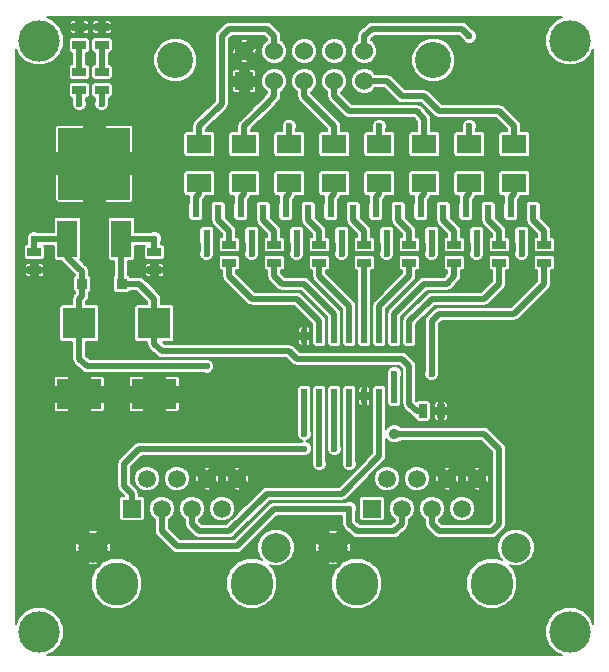
<source format=gtl>
G04 (created by PCBNEW (2013-may-18)-stable) date Sun 16 Feb 2014 09:25:13 PM CET*
%MOIN*%
G04 Gerber Fmt 3.4, Leading zero omitted, Abs format*
%FSLAX34Y34*%
G01*
G70*
G90*
G04 APERTURE LIST*
%ADD10C,0.00590551*%
%ADD11C,0.137795*%
%ADD12C,0.12*%
%ADD13R,0.06X0.06*%
%ADD14C,0.06*%
%ADD15R,0.1063X0.1004*%
%ADD16R,0.1496X0.1004*%
%ADD17R,0.0236X0.0394*%
%ADD18R,0.0335X0.0335*%
%ADD19R,0.02X0.045*%
%ADD20R,0.08X0.06*%
%ADD21R,0.045X0.025*%
%ADD22R,0.025X0.045*%
%ADD23C,0.1437*%
%ADD24R,0.0591X0.0591*%
%ADD25C,0.0591*%
%ADD26C,0.0984252*%
%ADD27R,0.065X0.12*%
%ADD28R,0.24X0.24*%
%ADD29C,0.023622*%
%ADD30C,0.0354331*%
%ADD31C,0.019685*%
%ADD32C,0.0067*%
G04 APERTURE END LIST*
G54D10*
G54D11*
X40150Y-14400D03*
X40150Y-34100D03*
X57850Y-34100D03*
X57850Y-14400D03*
G54D12*
X53300Y-15050D03*
X44700Y-15050D03*
G54D13*
X47000Y-15750D03*
G54D14*
X47000Y-14750D03*
X48000Y-15750D03*
X48000Y-14750D03*
X49000Y-15750D03*
X49000Y-14750D03*
X50000Y-15750D03*
X50000Y-14750D03*
X51000Y-15750D03*
X51000Y-14750D03*
G54D15*
X44000Y-23819D03*
G54D16*
X44000Y-26181D03*
G54D17*
X47625Y-20084D03*
X47250Y-20916D03*
X46875Y-20084D03*
X56625Y-20084D03*
X56250Y-20916D03*
X55875Y-20084D03*
X49125Y-20084D03*
X48750Y-20916D03*
X48375Y-20084D03*
X55125Y-20084D03*
X54750Y-20916D03*
X54375Y-20084D03*
X46125Y-20084D03*
X45750Y-20916D03*
X45375Y-20084D03*
X53625Y-20084D03*
X53250Y-20916D03*
X52875Y-20084D03*
X52125Y-20084D03*
X51750Y-20916D03*
X51375Y-20084D03*
X50625Y-20084D03*
X50250Y-20916D03*
X49875Y-20084D03*
G54D18*
X41591Y-22500D03*
X42909Y-22500D03*
G54D19*
X52500Y-24250D03*
X52000Y-24250D03*
X51500Y-24250D03*
X51000Y-24250D03*
X50500Y-24250D03*
X50000Y-24250D03*
X49500Y-24250D03*
X49000Y-24250D03*
X49000Y-26250D03*
X49500Y-26250D03*
X50000Y-26250D03*
X50500Y-26250D03*
X51000Y-26250D03*
X51500Y-26250D03*
X52000Y-26250D03*
X52500Y-26250D03*
G54D20*
X51500Y-19150D03*
X51500Y-17850D03*
X48500Y-19150D03*
X48500Y-17850D03*
X50000Y-19150D03*
X50000Y-17850D03*
X47000Y-19150D03*
X47000Y-17850D03*
X53000Y-19150D03*
X53000Y-17850D03*
X54500Y-19150D03*
X54500Y-17850D03*
X56000Y-19150D03*
X56000Y-17850D03*
X45500Y-19150D03*
X45500Y-17850D03*
G54D21*
X42250Y-16050D03*
X42250Y-15450D03*
X57000Y-21200D03*
X57000Y-21800D03*
X40000Y-21450D03*
X40000Y-22050D03*
X55500Y-21200D03*
X55500Y-21800D03*
X54000Y-21200D03*
X54000Y-21800D03*
X52500Y-21200D03*
X52500Y-21800D03*
X42250Y-14550D03*
X42250Y-13950D03*
X41500Y-16050D03*
X41500Y-15450D03*
X51000Y-21200D03*
X51000Y-21800D03*
X41500Y-14550D03*
X41500Y-13950D03*
G54D22*
X52950Y-26750D03*
X53550Y-26750D03*
G54D21*
X49500Y-21200D03*
X49500Y-21800D03*
X46500Y-21200D03*
X46500Y-21800D03*
X48000Y-21200D03*
X48000Y-21800D03*
G54D23*
X47250Y-32500D03*
X42750Y-32500D03*
G54D24*
X43250Y-30000D03*
G54D25*
X43750Y-29000D03*
X44250Y-30000D03*
X44750Y-29000D03*
X45250Y-30000D03*
X45750Y-29000D03*
X46250Y-30000D03*
X46750Y-29000D03*
G54D26*
X41950Y-31299D03*
X48050Y-31299D03*
G54D23*
X55250Y-32500D03*
X50750Y-32500D03*
G54D24*
X51250Y-30000D03*
G54D25*
X51750Y-29000D03*
X52250Y-30000D03*
X52750Y-29000D03*
X53250Y-30000D03*
X53750Y-29000D03*
X54250Y-30000D03*
X54750Y-29000D03*
G54D26*
X49950Y-31299D03*
X56050Y-31299D03*
G54D27*
X41100Y-21000D03*
G54D28*
X42000Y-18500D03*
G54D27*
X42900Y-21000D03*
G54D15*
X41500Y-23819D03*
G54D16*
X41500Y-26181D03*
G54D21*
X44000Y-21450D03*
X44000Y-22050D03*
G54D29*
X41500Y-16500D03*
X40000Y-21000D03*
X45750Y-25250D03*
X53250Y-21500D03*
X56250Y-21500D03*
X54750Y-21500D03*
X51750Y-21500D03*
X50250Y-21500D03*
X48750Y-21500D03*
X47250Y-21500D03*
X45750Y-21500D03*
X42250Y-16500D03*
X44000Y-21000D03*
X49000Y-28000D03*
X50000Y-28000D03*
X49000Y-27500D03*
G54D30*
X52000Y-27500D03*
G54D29*
X50500Y-30000D03*
X50500Y-28500D03*
X52000Y-25500D03*
X53250Y-25500D03*
X49500Y-28500D03*
X54500Y-14250D03*
X54500Y-17250D03*
X51500Y-17250D03*
X48500Y-17250D03*
G54D31*
X41500Y-16050D02*
X41500Y-16500D01*
X45750Y-25250D02*
X41750Y-25250D01*
X41500Y-25000D02*
X41750Y-25250D01*
X41500Y-25000D02*
X41500Y-23819D01*
X41591Y-22500D02*
X41591Y-22909D01*
X41500Y-23000D02*
X41500Y-23819D01*
X41591Y-22909D02*
X41500Y-23000D01*
X41591Y-22500D02*
X41591Y-22091D01*
X41100Y-21600D02*
X41500Y-22000D01*
X41100Y-21600D02*
X41100Y-21000D01*
X41591Y-22091D02*
X41500Y-22000D01*
X40000Y-21450D02*
X40000Y-21000D01*
X40000Y-21000D02*
X41100Y-21000D01*
X53250Y-20916D02*
X53250Y-21500D01*
X56250Y-21500D02*
X56250Y-20916D01*
X54750Y-20916D02*
X54750Y-21500D01*
X51750Y-21500D02*
X51750Y-20916D01*
X50250Y-20916D02*
X50250Y-21500D01*
X48750Y-21500D02*
X48750Y-20916D01*
X47250Y-20916D02*
X47250Y-21500D01*
X45750Y-21500D02*
X45750Y-20916D01*
X42250Y-16050D02*
X42250Y-16500D01*
X52950Y-26750D02*
X52750Y-26750D01*
X52500Y-26500D02*
X52750Y-26750D01*
X52500Y-26500D02*
X52500Y-26250D01*
X52500Y-26250D02*
X52500Y-25250D01*
X52250Y-25000D02*
X52500Y-25250D01*
X44250Y-24750D02*
X48500Y-24750D01*
X44000Y-24500D02*
X44250Y-24750D01*
X44000Y-24500D02*
X44000Y-23819D01*
X48500Y-24750D02*
X48750Y-25000D01*
X48750Y-25000D02*
X52250Y-25000D01*
X44000Y-21000D02*
X44000Y-21450D01*
X42900Y-21000D02*
X44000Y-21000D01*
X44000Y-21000D02*
X44000Y-21000D01*
X42909Y-22500D02*
X43500Y-22500D01*
X43500Y-22500D02*
X44000Y-23000D01*
X44000Y-23000D02*
X44000Y-23819D01*
X42900Y-21000D02*
X42900Y-22491D01*
X42900Y-22491D02*
X42909Y-22500D01*
X43250Y-30000D02*
X43250Y-29500D01*
X43000Y-28500D02*
X43500Y-28000D01*
X43000Y-29250D02*
X43000Y-28500D01*
X43250Y-29500D02*
X43000Y-29250D01*
X49000Y-28000D02*
X43500Y-28000D01*
X50000Y-26250D02*
X50000Y-28000D01*
X50250Y-29500D02*
X47750Y-29500D01*
X46500Y-30750D02*
X45500Y-30750D01*
X47750Y-29500D02*
X46500Y-30750D01*
X51500Y-26250D02*
X51500Y-27250D01*
X51500Y-27250D02*
X51500Y-28250D01*
X51500Y-28250D02*
X50250Y-29500D01*
X45250Y-30500D02*
X45250Y-30000D01*
X45500Y-30750D02*
X45250Y-30500D01*
X55500Y-28000D02*
X55500Y-30500D01*
X52000Y-27500D02*
X52000Y-27500D01*
X52000Y-27500D02*
X54500Y-27500D01*
X54500Y-27500D02*
X55000Y-27500D01*
X55000Y-27500D02*
X55500Y-28000D01*
X49000Y-26250D02*
X49000Y-27500D01*
X53250Y-30500D02*
X53250Y-30000D01*
X53500Y-30750D02*
X53250Y-30500D01*
X55250Y-30750D02*
X53500Y-30750D01*
X55500Y-30500D02*
X55250Y-30750D01*
X52250Y-30000D02*
X52250Y-30500D01*
X52000Y-30750D02*
X52250Y-30500D01*
X51750Y-30750D02*
X50750Y-30750D01*
X50500Y-30500D02*
X50750Y-30750D01*
X50500Y-30500D02*
X50500Y-30000D01*
X51750Y-30750D02*
X52000Y-30750D01*
X50500Y-30000D02*
X50500Y-30000D01*
X48000Y-30000D02*
X50500Y-30000D01*
X48000Y-30000D02*
X46750Y-31250D01*
X46750Y-31250D02*
X45750Y-31250D01*
X45750Y-31250D02*
X44750Y-31250D01*
X44250Y-30750D02*
X44750Y-31250D01*
X44250Y-30750D02*
X44250Y-30000D01*
X45500Y-31250D02*
X45750Y-31250D01*
X50500Y-26250D02*
X50500Y-28500D01*
X53250Y-23750D02*
X53250Y-25500D01*
X52000Y-26250D02*
X52000Y-25500D01*
X54000Y-23500D02*
X53500Y-23500D01*
X53500Y-23500D02*
X53250Y-23750D01*
X57000Y-22000D02*
X57000Y-21800D01*
X57000Y-22500D02*
X56000Y-23500D01*
X57000Y-22000D02*
X57000Y-22500D01*
X56000Y-23500D02*
X54000Y-23500D01*
X53250Y-23000D02*
X55000Y-23000D01*
X52500Y-23750D02*
X53250Y-23000D01*
X52500Y-24250D02*
X52500Y-23750D01*
X55500Y-22500D02*
X55500Y-21800D01*
X55000Y-23000D02*
X55500Y-22500D01*
X53000Y-22500D02*
X53750Y-22500D01*
X52000Y-23500D02*
X53000Y-22500D01*
X52000Y-24250D02*
X52000Y-23500D01*
X54000Y-22250D02*
X54000Y-21800D01*
X53750Y-22500D02*
X54000Y-22250D01*
X51500Y-24250D02*
X51500Y-23250D01*
X52500Y-22250D02*
X52500Y-21800D01*
X51500Y-23250D02*
X52500Y-22250D01*
X51000Y-24250D02*
X51000Y-21800D01*
X50500Y-24250D02*
X50500Y-23250D01*
X49500Y-22250D02*
X49500Y-21800D01*
X50500Y-23250D02*
X49500Y-22250D01*
X49000Y-22500D02*
X48250Y-22500D01*
X50000Y-23500D02*
X49000Y-22500D01*
X50000Y-24250D02*
X50000Y-23500D01*
X48000Y-22250D02*
X48000Y-21800D01*
X48250Y-22500D02*
X48000Y-22250D01*
X48750Y-23000D02*
X47250Y-23000D01*
X49500Y-23750D02*
X48750Y-23000D01*
X49500Y-24250D02*
X49500Y-23750D01*
X46500Y-22250D02*
X46500Y-21800D01*
X47250Y-23000D02*
X46500Y-22250D01*
X52125Y-20084D02*
X52125Y-20375D01*
X52500Y-20750D02*
X52500Y-21200D01*
X52125Y-20375D02*
X52500Y-20750D01*
X48500Y-19150D02*
X48500Y-19500D01*
X48375Y-19625D02*
X48500Y-19500D01*
X48375Y-19625D02*
X48375Y-20084D01*
X56000Y-19150D02*
X56000Y-19500D01*
X55875Y-19625D02*
X56000Y-19500D01*
X55875Y-19625D02*
X55875Y-20084D01*
X56625Y-20084D02*
X56625Y-20375D01*
X57000Y-20750D02*
X57000Y-21200D01*
X56625Y-20375D02*
X57000Y-20750D01*
X54375Y-20084D02*
X54375Y-19625D01*
X54500Y-19500D02*
X54500Y-19150D01*
X54375Y-19625D02*
X54500Y-19500D01*
X55125Y-20084D02*
X55125Y-20375D01*
X55500Y-20750D02*
X55500Y-21200D01*
X55125Y-20375D02*
X55500Y-20750D01*
X46125Y-20084D02*
X46125Y-20375D01*
X46500Y-20750D02*
X46500Y-21200D01*
X46125Y-20375D02*
X46500Y-20750D01*
X53000Y-19150D02*
X53000Y-19500D01*
X52875Y-19625D02*
X53000Y-19500D01*
X52875Y-19625D02*
X52875Y-20084D01*
X49125Y-20084D02*
X49125Y-20375D01*
X49500Y-20750D02*
X49500Y-21200D01*
X49125Y-20375D02*
X49500Y-20750D01*
X47000Y-19150D02*
X47000Y-19500D01*
X46875Y-19625D02*
X47000Y-19500D01*
X46875Y-19625D02*
X46875Y-20084D01*
X47625Y-20084D02*
X47625Y-20375D01*
X48000Y-20750D02*
X48000Y-21200D01*
X47625Y-20375D02*
X48000Y-20750D01*
X45500Y-19150D02*
X45500Y-19500D01*
X45375Y-19625D02*
X45500Y-19500D01*
X45375Y-19625D02*
X45375Y-20084D01*
X53625Y-20084D02*
X53625Y-20375D01*
X54000Y-20750D02*
X54000Y-21200D01*
X53625Y-20375D02*
X54000Y-20750D01*
X41500Y-15450D02*
X41500Y-14550D01*
X42250Y-15450D02*
X42250Y-14550D01*
X51500Y-19150D02*
X51500Y-19500D01*
X51375Y-19625D02*
X51500Y-19500D01*
X51375Y-19625D02*
X51375Y-20084D01*
X50000Y-19150D02*
X50000Y-19500D01*
X49875Y-19625D02*
X50000Y-19500D01*
X49875Y-19625D02*
X49875Y-20084D01*
X50625Y-20084D02*
X50625Y-20375D01*
X51000Y-20750D02*
X51000Y-21200D01*
X50625Y-20375D02*
X51000Y-20750D01*
X49500Y-26250D02*
X49500Y-28500D01*
X53500Y-16750D02*
X55500Y-16750D01*
X55500Y-16750D02*
X56000Y-17250D01*
X56000Y-17250D02*
X56000Y-17850D01*
X52250Y-16250D02*
X53000Y-16250D01*
X51750Y-15750D02*
X52250Y-16250D01*
X51000Y-15750D02*
X51750Y-15750D01*
X53000Y-16250D02*
X53500Y-16750D01*
X51000Y-14250D02*
X51250Y-14000D01*
X51250Y-14000D02*
X54250Y-14000D01*
X54250Y-14000D02*
X54500Y-14250D01*
X51000Y-14750D02*
X51000Y-14250D01*
X54500Y-17250D02*
X54500Y-17850D01*
X52750Y-16750D02*
X50500Y-16750D01*
X53000Y-17000D02*
X52750Y-16750D01*
X53000Y-17850D02*
X53000Y-17000D01*
X50000Y-16250D02*
X50000Y-15750D01*
X50500Y-16750D02*
X50000Y-16250D01*
X51500Y-17850D02*
X51500Y-17250D01*
X49000Y-15750D02*
X49000Y-16250D01*
X50000Y-17250D02*
X49000Y-16250D01*
X50000Y-17250D02*
X50000Y-17850D01*
X48500Y-17250D02*
X48500Y-17850D01*
X47750Y-16500D02*
X48000Y-16250D01*
X47000Y-17250D02*
X47750Y-16500D01*
X47000Y-17850D02*
X47000Y-17250D01*
X48000Y-16250D02*
X48000Y-15750D01*
X46500Y-14000D02*
X47750Y-14000D01*
X46250Y-14250D02*
X46500Y-14000D01*
X45500Y-17850D02*
X45500Y-17250D01*
X45500Y-17250D02*
X46250Y-16500D01*
X46250Y-16500D02*
X46250Y-14250D01*
X48000Y-14250D02*
X48000Y-14750D01*
X47750Y-14000D02*
X48000Y-14250D01*
G54D10*
G36*
X58629Y-33833D02*
X58547Y-33634D01*
X58316Y-33403D01*
X58014Y-33277D01*
X57687Y-33277D01*
X57384Y-33402D01*
X57358Y-33428D01*
X57358Y-21898D01*
X57358Y-21648D01*
X57358Y-21298D01*
X57358Y-21048D01*
X57338Y-20999D01*
X57300Y-20961D01*
X57251Y-20941D01*
X57231Y-20941D01*
X57231Y-20750D01*
X57214Y-20661D01*
X57163Y-20586D01*
X57163Y-20586D01*
X56876Y-20298D01*
X56876Y-20254D01*
X56876Y-19860D01*
X56856Y-19811D01*
X56818Y-19773D01*
X56769Y-19753D01*
X56716Y-19753D01*
X56533Y-19753D01*
X56533Y-19423D01*
X56533Y-18823D01*
X56533Y-18123D01*
X56533Y-17523D01*
X56513Y-17474D01*
X56475Y-17436D01*
X56426Y-17416D01*
X56373Y-17416D01*
X56231Y-17416D01*
X56231Y-17250D01*
X56231Y-17250D01*
X56231Y-17250D01*
X56214Y-17161D01*
X56163Y-17086D01*
X56163Y-17086D01*
X55663Y-16586D01*
X55588Y-16535D01*
X55500Y-16518D01*
X55499Y-16518D01*
X54751Y-16518D01*
X54751Y-14200D01*
X54713Y-14107D01*
X54642Y-14036D01*
X54594Y-14017D01*
X54413Y-13836D01*
X54338Y-13785D01*
X54250Y-13768D01*
X54249Y-13768D01*
X51250Y-13768D01*
X51161Y-13785D01*
X51086Y-13836D01*
X51086Y-13836D01*
X50836Y-14086D01*
X50785Y-14161D01*
X50768Y-14250D01*
X50768Y-14250D01*
X50768Y-14376D01*
X50754Y-14382D01*
X50632Y-14504D01*
X50566Y-14663D01*
X50566Y-14835D01*
X50632Y-14995D01*
X50754Y-15117D01*
X50913Y-15183D01*
X51085Y-15183D01*
X51245Y-15117D01*
X51367Y-14995D01*
X51433Y-14836D01*
X51433Y-14664D01*
X51367Y-14504D01*
X51245Y-14382D01*
X51231Y-14376D01*
X51231Y-14346D01*
X51346Y-14231D01*
X54153Y-14231D01*
X54267Y-14345D01*
X54286Y-14392D01*
X54357Y-14463D01*
X54449Y-14501D01*
X54549Y-14501D01*
X54642Y-14463D01*
X54713Y-14392D01*
X54751Y-14300D01*
X54751Y-14200D01*
X54751Y-16518D01*
X54033Y-16518D01*
X54033Y-14904D01*
X53922Y-14635D01*
X53716Y-14428D01*
X53446Y-14316D01*
X53154Y-14316D01*
X52885Y-14427D01*
X52678Y-14633D01*
X52566Y-14903D01*
X52566Y-15195D01*
X52677Y-15464D01*
X52883Y-15671D01*
X53153Y-15783D01*
X53445Y-15783D01*
X53714Y-15672D01*
X53921Y-15466D01*
X54033Y-15196D01*
X54033Y-14904D01*
X54033Y-16518D01*
X53596Y-16518D01*
X53163Y-16086D01*
X53088Y-16035D01*
X53000Y-16018D01*
X52999Y-16018D01*
X52346Y-16018D01*
X51913Y-15586D01*
X51838Y-15535D01*
X51750Y-15518D01*
X51749Y-15518D01*
X51373Y-15518D01*
X51367Y-15504D01*
X51245Y-15382D01*
X51086Y-15316D01*
X50914Y-15316D01*
X50754Y-15382D01*
X50632Y-15504D01*
X50566Y-15663D01*
X50566Y-15835D01*
X50632Y-15995D01*
X50754Y-16117D01*
X50913Y-16183D01*
X51085Y-16183D01*
X51245Y-16117D01*
X51367Y-15995D01*
X51373Y-15981D01*
X51653Y-15981D01*
X52086Y-16413D01*
X52086Y-16413D01*
X52161Y-16464D01*
X52250Y-16481D01*
X52250Y-16481D01*
X52250Y-16481D01*
X52903Y-16481D01*
X53336Y-16913D01*
X53336Y-16913D01*
X53411Y-16964D01*
X53500Y-16981D01*
X53500Y-16981D01*
X53500Y-16981D01*
X55403Y-16981D01*
X55768Y-17346D01*
X55768Y-17416D01*
X55573Y-17416D01*
X55524Y-17436D01*
X55486Y-17474D01*
X55466Y-17523D01*
X55466Y-17576D01*
X55466Y-18176D01*
X55486Y-18225D01*
X55524Y-18263D01*
X55573Y-18283D01*
X55626Y-18283D01*
X56426Y-18283D01*
X56475Y-18263D01*
X56513Y-18225D01*
X56533Y-18176D01*
X56533Y-18123D01*
X56533Y-18823D01*
X56513Y-18774D01*
X56475Y-18736D01*
X56426Y-18716D01*
X56373Y-18716D01*
X55573Y-18716D01*
X55524Y-18736D01*
X55486Y-18774D01*
X55466Y-18823D01*
X55466Y-18876D01*
X55466Y-19476D01*
X55486Y-19525D01*
X55524Y-19563D01*
X55573Y-19583D01*
X55626Y-19583D01*
X55651Y-19583D01*
X55643Y-19625D01*
X55643Y-19625D01*
X55643Y-19813D01*
X55623Y-19860D01*
X55623Y-19913D01*
X55623Y-20307D01*
X55643Y-20356D01*
X55681Y-20394D01*
X55730Y-20414D01*
X55783Y-20414D01*
X56019Y-20414D01*
X56068Y-20394D01*
X56106Y-20356D01*
X56126Y-20307D01*
X56126Y-20254D01*
X56126Y-19860D01*
X56106Y-19813D01*
X56106Y-19721D01*
X56163Y-19663D01*
X56163Y-19663D01*
X56163Y-19663D01*
X56214Y-19588D01*
X56214Y-19588D01*
X56215Y-19583D01*
X56426Y-19583D01*
X56475Y-19563D01*
X56513Y-19525D01*
X56533Y-19476D01*
X56533Y-19423D01*
X56533Y-19753D01*
X56480Y-19753D01*
X56431Y-19773D01*
X56393Y-19811D01*
X56373Y-19860D01*
X56373Y-19913D01*
X56373Y-20307D01*
X56393Y-20354D01*
X56393Y-20374D01*
X56393Y-20375D01*
X56410Y-20463D01*
X56461Y-20538D01*
X56768Y-20846D01*
X56768Y-20941D01*
X56748Y-20941D01*
X56699Y-20961D01*
X56661Y-20999D01*
X56641Y-21048D01*
X56641Y-21101D01*
X56641Y-21351D01*
X56661Y-21400D01*
X56699Y-21438D01*
X56748Y-21458D01*
X56801Y-21458D01*
X57251Y-21458D01*
X57300Y-21438D01*
X57338Y-21400D01*
X57358Y-21351D01*
X57358Y-21298D01*
X57358Y-21648D01*
X57338Y-21599D01*
X57300Y-21561D01*
X57251Y-21541D01*
X57198Y-21541D01*
X56748Y-21541D01*
X56699Y-21561D01*
X56661Y-21599D01*
X56641Y-21648D01*
X56641Y-21701D01*
X56641Y-21951D01*
X56661Y-22000D01*
X56699Y-22038D01*
X56748Y-22058D01*
X56768Y-22058D01*
X56768Y-22403D01*
X56501Y-22670D01*
X56501Y-21450D01*
X56481Y-21402D01*
X56481Y-21186D01*
X56501Y-21139D01*
X56501Y-21086D01*
X56501Y-20692D01*
X56481Y-20643D01*
X56443Y-20605D01*
X56394Y-20585D01*
X56341Y-20585D01*
X56105Y-20585D01*
X56056Y-20605D01*
X56018Y-20643D01*
X55998Y-20692D01*
X55998Y-20745D01*
X55998Y-21139D01*
X56018Y-21186D01*
X56018Y-21402D01*
X55998Y-21449D01*
X55998Y-21549D01*
X56036Y-21642D01*
X56107Y-21713D01*
X56199Y-21751D01*
X56299Y-21751D01*
X56392Y-21713D01*
X56463Y-21642D01*
X56501Y-21550D01*
X56501Y-21450D01*
X56501Y-22670D01*
X55903Y-23268D01*
X55858Y-23268D01*
X55858Y-21898D01*
X55858Y-21648D01*
X55858Y-21298D01*
X55858Y-21048D01*
X55838Y-20999D01*
X55800Y-20961D01*
X55751Y-20941D01*
X55731Y-20941D01*
X55731Y-20750D01*
X55714Y-20661D01*
X55663Y-20586D01*
X55663Y-20586D01*
X55376Y-20298D01*
X55376Y-20254D01*
X55376Y-19860D01*
X55356Y-19811D01*
X55318Y-19773D01*
X55269Y-19753D01*
X55216Y-19753D01*
X55033Y-19753D01*
X55033Y-19423D01*
X55033Y-18823D01*
X55033Y-18123D01*
X55033Y-17523D01*
X55013Y-17474D01*
X54975Y-17436D01*
X54926Y-17416D01*
X54873Y-17416D01*
X54731Y-17416D01*
X54731Y-17347D01*
X54751Y-17300D01*
X54751Y-17200D01*
X54713Y-17107D01*
X54642Y-17036D01*
X54550Y-16998D01*
X54450Y-16998D01*
X54357Y-17036D01*
X54286Y-17107D01*
X54248Y-17199D01*
X54248Y-17299D01*
X54268Y-17347D01*
X54268Y-17416D01*
X54073Y-17416D01*
X54024Y-17436D01*
X53986Y-17474D01*
X53966Y-17523D01*
X53966Y-17576D01*
X53966Y-18176D01*
X53986Y-18225D01*
X54024Y-18263D01*
X54073Y-18283D01*
X54126Y-18283D01*
X54926Y-18283D01*
X54975Y-18263D01*
X55013Y-18225D01*
X55033Y-18176D01*
X55033Y-18123D01*
X55033Y-18823D01*
X55013Y-18774D01*
X54975Y-18736D01*
X54926Y-18716D01*
X54873Y-18716D01*
X54073Y-18716D01*
X54024Y-18736D01*
X53986Y-18774D01*
X53966Y-18823D01*
X53966Y-18876D01*
X53966Y-19476D01*
X53986Y-19525D01*
X54024Y-19563D01*
X54073Y-19583D01*
X54126Y-19583D01*
X54151Y-19583D01*
X54143Y-19625D01*
X54143Y-19625D01*
X54143Y-19813D01*
X54123Y-19860D01*
X54123Y-19913D01*
X54123Y-20307D01*
X54143Y-20356D01*
X54181Y-20394D01*
X54230Y-20414D01*
X54283Y-20414D01*
X54519Y-20414D01*
X54568Y-20394D01*
X54606Y-20356D01*
X54626Y-20307D01*
X54626Y-20254D01*
X54626Y-19860D01*
X54606Y-19813D01*
X54606Y-19721D01*
X54663Y-19663D01*
X54663Y-19663D01*
X54663Y-19663D01*
X54714Y-19588D01*
X54714Y-19588D01*
X54715Y-19583D01*
X54926Y-19583D01*
X54975Y-19563D01*
X55013Y-19525D01*
X55033Y-19476D01*
X55033Y-19423D01*
X55033Y-19753D01*
X54980Y-19753D01*
X54931Y-19773D01*
X54893Y-19811D01*
X54873Y-19860D01*
X54873Y-19913D01*
X54873Y-20307D01*
X54893Y-20354D01*
X54893Y-20374D01*
X54893Y-20375D01*
X54910Y-20463D01*
X54961Y-20538D01*
X55268Y-20846D01*
X55268Y-20941D01*
X55248Y-20941D01*
X55199Y-20961D01*
X55161Y-20999D01*
X55141Y-21048D01*
X55141Y-21101D01*
X55141Y-21351D01*
X55161Y-21400D01*
X55199Y-21438D01*
X55248Y-21458D01*
X55301Y-21458D01*
X55751Y-21458D01*
X55800Y-21438D01*
X55838Y-21400D01*
X55858Y-21351D01*
X55858Y-21298D01*
X55858Y-21648D01*
X55838Y-21599D01*
X55800Y-21561D01*
X55751Y-21541D01*
X55698Y-21541D01*
X55248Y-21541D01*
X55199Y-21561D01*
X55161Y-21599D01*
X55141Y-21648D01*
X55141Y-21701D01*
X55141Y-21951D01*
X55161Y-22000D01*
X55199Y-22038D01*
X55248Y-22058D01*
X55268Y-22058D01*
X55268Y-22403D01*
X55001Y-22670D01*
X55001Y-21450D01*
X54981Y-21402D01*
X54981Y-21186D01*
X55001Y-21139D01*
X55001Y-21086D01*
X55001Y-20692D01*
X54981Y-20643D01*
X54943Y-20605D01*
X54894Y-20585D01*
X54841Y-20585D01*
X54605Y-20585D01*
X54556Y-20605D01*
X54518Y-20643D01*
X54498Y-20692D01*
X54498Y-20745D01*
X54498Y-21139D01*
X54518Y-21186D01*
X54518Y-21402D01*
X54498Y-21449D01*
X54498Y-21549D01*
X54536Y-21642D01*
X54607Y-21713D01*
X54699Y-21751D01*
X54799Y-21751D01*
X54892Y-21713D01*
X54963Y-21642D01*
X55001Y-21550D01*
X55001Y-21450D01*
X55001Y-22670D01*
X54903Y-22768D01*
X54358Y-22768D01*
X54358Y-21898D01*
X54358Y-21648D01*
X54358Y-21298D01*
X54358Y-21048D01*
X54338Y-20999D01*
X54300Y-20961D01*
X54251Y-20941D01*
X54231Y-20941D01*
X54231Y-20750D01*
X54214Y-20661D01*
X54163Y-20586D01*
X54163Y-20586D01*
X53876Y-20298D01*
X53876Y-20254D01*
X53876Y-19860D01*
X53856Y-19811D01*
X53818Y-19773D01*
X53769Y-19753D01*
X53716Y-19753D01*
X53533Y-19753D01*
X53533Y-19423D01*
X53533Y-18823D01*
X53533Y-18123D01*
X53533Y-17523D01*
X53513Y-17474D01*
X53475Y-17436D01*
X53426Y-17416D01*
X53373Y-17416D01*
X53231Y-17416D01*
X53231Y-17000D01*
X53214Y-16911D01*
X53163Y-16836D01*
X53163Y-16836D01*
X52913Y-16586D01*
X52838Y-16535D01*
X52750Y-16518D01*
X52749Y-16518D01*
X50596Y-16518D01*
X50231Y-16153D01*
X50231Y-16123D01*
X50245Y-16117D01*
X50367Y-15995D01*
X50433Y-15836D01*
X50433Y-15664D01*
X50433Y-14664D01*
X50367Y-14504D01*
X50245Y-14382D01*
X50086Y-14316D01*
X49914Y-14316D01*
X49754Y-14382D01*
X49632Y-14504D01*
X49566Y-14663D01*
X49566Y-14835D01*
X49632Y-14995D01*
X49754Y-15117D01*
X49913Y-15183D01*
X50085Y-15183D01*
X50245Y-15117D01*
X50367Y-14995D01*
X50433Y-14836D01*
X50433Y-14664D01*
X50433Y-15664D01*
X50367Y-15504D01*
X50245Y-15382D01*
X50086Y-15316D01*
X49914Y-15316D01*
X49754Y-15382D01*
X49632Y-15504D01*
X49566Y-15663D01*
X49566Y-15835D01*
X49632Y-15995D01*
X49754Y-16117D01*
X49768Y-16123D01*
X49768Y-16249D01*
X49768Y-16250D01*
X49785Y-16338D01*
X49836Y-16413D01*
X50336Y-16913D01*
X50336Y-16913D01*
X50411Y-16964D01*
X50500Y-16981D01*
X50500Y-16981D01*
X50500Y-16981D01*
X52653Y-16981D01*
X52768Y-17096D01*
X52768Y-17416D01*
X52573Y-17416D01*
X52524Y-17436D01*
X52486Y-17474D01*
X52466Y-17523D01*
X52466Y-17576D01*
X52466Y-18176D01*
X52486Y-18225D01*
X52524Y-18263D01*
X52573Y-18283D01*
X52626Y-18283D01*
X53426Y-18283D01*
X53475Y-18263D01*
X53513Y-18225D01*
X53533Y-18176D01*
X53533Y-18123D01*
X53533Y-18823D01*
X53513Y-18774D01*
X53475Y-18736D01*
X53426Y-18716D01*
X53373Y-18716D01*
X52573Y-18716D01*
X52524Y-18736D01*
X52486Y-18774D01*
X52466Y-18823D01*
X52466Y-18876D01*
X52466Y-19476D01*
X52486Y-19525D01*
X52524Y-19563D01*
X52573Y-19583D01*
X52626Y-19583D01*
X52651Y-19583D01*
X52643Y-19625D01*
X52643Y-19625D01*
X52643Y-19813D01*
X52623Y-19860D01*
X52623Y-19913D01*
X52623Y-20307D01*
X52643Y-20356D01*
X52681Y-20394D01*
X52730Y-20414D01*
X52783Y-20414D01*
X53019Y-20414D01*
X53068Y-20394D01*
X53106Y-20356D01*
X53126Y-20307D01*
X53126Y-20254D01*
X53126Y-19860D01*
X53106Y-19813D01*
X53106Y-19721D01*
X53163Y-19663D01*
X53163Y-19663D01*
X53163Y-19663D01*
X53214Y-19588D01*
X53214Y-19588D01*
X53215Y-19583D01*
X53426Y-19583D01*
X53475Y-19563D01*
X53513Y-19525D01*
X53533Y-19476D01*
X53533Y-19423D01*
X53533Y-19753D01*
X53480Y-19753D01*
X53431Y-19773D01*
X53393Y-19811D01*
X53373Y-19860D01*
X53373Y-19913D01*
X53373Y-20307D01*
X53393Y-20354D01*
X53393Y-20374D01*
X53393Y-20375D01*
X53410Y-20463D01*
X53461Y-20538D01*
X53768Y-20846D01*
X53768Y-20941D01*
X53748Y-20941D01*
X53699Y-20961D01*
X53661Y-20999D01*
X53641Y-21048D01*
X53641Y-21101D01*
X53641Y-21351D01*
X53661Y-21400D01*
X53699Y-21438D01*
X53748Y-21458D01*
X53801Y-21458D01*
X54251Y-21458D01*
X54300Y-21438D01*
X54338Y-21400D01*
X54358Y-21351D01*
X54358Y-21298D01*
X54358Y-21648D01*
X54338Y-21599D01*
X54300Y-21561D01*
X54251Y-21541D01*
X54198Y-21541D01*
X53748Y-21541D01*
X53699Y-21561D01*
X53661Y-21599D01*
X53641Y-21648D01*
X53641Y-21701D01*
X53641Y-21951D01*
X53661Y-22000D01*
X53699Y-22038D01*
X53748Y-22058D01*
X53768Y-22058D01*
X53768Y-22153D01*
X53653Y-22268D01*
X53501Y-22268D01*
X53501Y-21450D01*
X53481Y-21402D01*
X53481Y-21186D01*
X53501Y-21139D01*
X53501Y-21086D01*
X53501Y-20692D01*
X53481Y-20643D01*
X53443Y-20605D01*
X53394Y-20585D01*
X53341Y-20585D01*
X53105Y-20585D01*
X53056Y-20605D01*
X53018Y-20643D01*
X52998Y-20692D01*
X52998Y-20745D01*
X52998Y-21139D01*
X53018Y-21186D01*
X53018Y-21402D01*
X52998Y-21449D01*
X52998Y-21549D01*
X53036Y-21642D01*
X53107Y-21713D01*
X53199Y-21751D01*
X53299Y-21751D01*
X53392Y-21713D01*
X53463Y-21642D01*
X53501Y-21550D01*
X53501Y-21450D01*
X53501Y-22268D01*
X53000Y-22268D01*
X52911Y-22285D01*
X52858Y-22320D01*
X52858Y-21898D01*
X52858Y-21648D01*
X52858Y-21298D01*
X52858Y-21048D01*
X52838Y-20999D01*
X52800Y-20961D01*
X52751Y-20941D01*
X52731Y-20941D01*
X52731Y-20750D01*
X52714Y-20661D01*
X52663Y-20586D01*
X52663Y-20586D01*
X52376Y-20298D01*
X52376Y-20254D01*
X52376Y-19860D01*
X52356Y-19811D01*
X52318Y-19773D01*
X52269Y-19753D01*
X52216Y-19753D01*
X52033Y-19753D01*
X52033Y-19423D01*
X52033Y-18823D01*
X52033Y-18123D01*
X52033Y-17523D01*
X52013Y-17474D01*
X51975Y-17436D01*
X51926Y-17416D01*
X51873Y-17416D01*
X51731Y-17416D01*
X51731Y-17347D01*
X51751Y-17300D01*
X51751Y-17200D01*
X51713Y-17107D01*
X51642Y-17036D01*
X51550Y-16998D01*
X51450Y-16998D01*
X51357Y-17036D01*
X51286Y-17107D01*
X51248Y-17199D01*
X51248Y-17299D01*
X51268Y-17347D01*
X51268Y-17416D01*
X51073Y-17416D01*
X51024Y-17436D01*
X50986Y-17474D01*
X50966Y-17523D01*
X50966Y-17576D01*
X50966Y-18176D01*
X50986Y-18225D01*
X51024Y-18263D01*
X51073Y-18283D01*
X51126Y-18283D01*
X51926Y-18283D01*
X51975Y-18263D01*
X52013Y-18225D01*
X52033Y-18176D01*
X52033Y-18123D01*
X52033Y-18823D01*
X52013Y-18774D01*
X51975Y-18736D01*
X51926Y-18716D01*
X51873Y-18716D01*
X51073Y-18716D01*
X51024Y-18736D01*
X50986Y-18774D01*
X50966Y-18823D01*
X50966Y-18876D01*
X50966Y-19476D01*
X50986Y-19525D01*
X51024Y-19563D01*
X51073Y-19583D01*
X51126Y-19583D01*
X51151Y-19583D01*
X51143Y-19625D01*
X51143Y-19625D01*
X51143Y-19813D01*
X51123Y-19860D01*
X51123Y-19913D01*
X51123Y-20307D01*
X51143Y-20356D01*
X51181Y-20394D01*
X51230Y-20414D01*
X51283Y-20414D01*
X51519Y-20414D01*
X51568Y-20394D01*
X51606Y-20356D01*
X51626Y-20307D01*
X51626Y-20254D01*
X51626Y-19860D01*
X51606Y-19813D01*
X51606Y-19721D01*
X51663Y-19663D01*
X51663Y-19663D01*
X51663Y-19663D01*
X51714Y-19588D01*
X51714Y-19588D01*
X51715Y-19583D01*
X51926Y-19583D01*
X51975Y-19563D01*
X52013Y-19525D01*
X52033Y-19476D01*
X52033Y-19423D01*
X52033Y-19753D01*
X51980Y-19753D01*
X51931Y-19773D01*
X51893Y-19811D01*
X51873Y-19860D01*
X51873Y-19913D01*
X51873Y-20307D01*
X51893Y-20354D01*
X51893Y-20374D01*
X51893Y-20375D01*
X51910Y-20463D01*
X51961Y-20538D01*
X52268Y-20846D01*
X52268Y-20941D01*
X52248Y-20941D01*
X52199Y-20961D01*
X52161Y-20999D01*
X52141Y-21048D01*
X52141Y-21101D01*
X52141Y-21351D01*
X52161Y-21400D01*
X52199Y-21438D01*
X52248Y-21458D01*
X52301Y-21458D01*
X52751Y-21458D01*
X52800Y-21438D01*
X52838Y-21400D01*
X52858Y-21351D01*
X52858Y-21298D01*
X52858Y-21648D01*
X52838Y-21599D01*
X52800Y-21561D01*
X52751Y-21541D01*
X52698Y-21541D01*
X52248Y-21541D01*
X52199Y-21561D01*
X52161Y-21599D01*
X52141Y-21648D01*
X52141Y-21701D01*
X52141Y-21951D01*
X52161Y-22000D01*
X52199Y-22038D01*
X52248Y-22058D01*
X52268Y-22058D01*
X52268Y-22153D01*
X52001Y-22420D01*
X52001Y-21450D01*
X51981Y-21402D01*
X51981Y-21186D01*
X52001Y-21139D01*
X52001Y-21086D01*
X52001Y-20692D01*
X51981Y-20643D01*
X51943Y-20605D01*
X51894Y-20585D01*
X51841Y-20585D01*
X51605Y-20585D01*
X51556Y-20605D01*
X51518Y-20643D01*
X51498Y-20692D01*
X51498Y-20745D01*
X51498Y-21139D01*
X51518Y-21186D01*
X51518Y-21402D01*
X51498Y-21449D01*
X51498Y-21549D01*
X51536Y-21642D01*
X51607Y-21713D01*
X51699Y-21751D01*
X51799Y-21751D01*
X51892Y-21713D01*
X51963Y-21642D01*
X52001Y-21550D01*
X52001Y-21450D01*
X52001Y-22420D01*
X51358Y-23063D01*
X51358Y-21898D01*
X51358Y-21648D01*
X51358Y-21298D01*
X51358Y-21048D01*
X51338Y-20999D01*
X51300Y-20961D01*
X51251Y-20941D01*
X51231Y-20941D01*
X51231Y-20750D01*
X51214Y-20661D01*
X51163Y-20586D01*
X51163Y-20586D01*
X50876Y-20298D01*
X50876Y-20254D01*
X50876Y-19860D01*
X50856Y-19811D01*
X50818Y-19773D01*
X50769Y-19753D01*
X50716Y-19753D01*
X50533Y-19753D01*
X50533Y-19423D01*
X50533Y-18823D01*
X50533Y-18123D01*
X50533Y-17523D01*
X50513Y-17474D01*
X50475Y-17436D01*
X50426Y-17416D01*
X50373Y-17416D01*
X50231Y-17416D01*
X50231Y-17250D01*
X50214Y-17161D01*
X50163Y-17086D01*
X50163Y-17086D01*
X49231Y-16153D01*
X49231Y-16123D01*
X49245Y-16117D01*
X49367Y-15995D01*
X49433Y-15836D01*
X49433Y-15664D01*
X49433Y-14664D01*
X49367Y-14504D01*
X49245Y-14382D01*
X49086Y-14316D01*
X48914Y-14316D01*
X48754Y-14382D01*
X48632Y-14504D01*
X48566Y-14663D01*
X48566Y-14835D01*
X48632Y-14995D01*
X48754Y-15117D01*
X48913Y-15183D01*
X49085Y-15183D01*
X49245Y-15117D01*
X49367Y-14995D01*
X49433Y-14836D01*
X49433Y-14664D01*
X49433Y-15664D01*
X49367Y-15504D01*
X49245Y-15382D01*
X49086Y-15316D01*
X48914Y-15316D01*
X48754Y-15382D01*
X48632Y-15504D01*
X48566Y-15663D01*
X48566Y-15835D01*
X48632Y-15995D01*
X48754Y-16117D01*
X48768Y-16123D01*
X48768Y-16249D01*
X48768Y-16250D01*
X48785Y-16338D01*
X48836Y-16413D01*
X49768Y-17346D01*
X49768Y-17416D01*
X49573Y-17416D01*
X49524Y-17436D01*
X49486Y-17474D01*
X49466Y-17523D01*
X49466Y-17576D01*
X49466Y-18176D01*
X49486Y-18225D01*
X49524Y-18263D01*
X49573Y-18283D01*
X49626Y-18283D01*
X50426Y-18283D01*
X50475Y-18263D01*
X50513Y-18225D01*
X50533Y-18176D01*
X50533Y-18123D01*
X50533Y-18823D01*
X50513Y-18774D01*
X50475Y-18736D01*
X50426Y-18716D01*
X50373Y-18716D01*
X49573Y-18716D01*
X49524Y-18736D01*
X49486Y-18774D01*
X49466Y-18823D01*
X49466Y-18876D01*
X49466Y-19476D01*
X49486Y-19525D01*
X49524Y-19563D01*
X49573Y-19583D01*
X49626Y-19583D01*
X49651Y-19583D01*
X49643Y-19625D01*
X49643Y-19625D01*
X49643Y-19813D01*
X49623Y-19860D01*
X49623Y-19913D01*
X49623Y-20307D01*
X49643Y-20356D01*
X49681Y-20394D01*
X49730Y-20414D01*
X49783Y-20414D01*
X50019Y-20414D01*
X50068Y-20394D01*
X50106Y-20356D01*
X50126Y-20307D01*
X50126Y-20254D01*
X50126Y-19860D01*
X50106Y-19813D01*
X50106Y-19721D01*
X50163Y-19663D01*
X50163Y-19663D01*
X50163Y-19663D01*
X50214Y-19588D01*
X50214Y-19588D01*
X50215Y-19583D01*
X50426Y-19583D01*
X50475Y-19563D01*
X50513Y-19525D01*
X50533Y-19476D01*
X50533Y-19423D01*
X50533Y-19753D01*
X50480Y-19753D01*
X50431Y-19773D01*
X50393Y-19811D01*
X50373Y-19860D01*
X50373Y-19913D01*
X50373Y-20307D01*
X50393Y-20354D01*
X50393Y-20374D01*
X50393Y-20375D01*
X50410Y-20463D01*
X50461Y-20538D01*
X50768Y-20846D01*
X50768Y-20941D01*
X50748Y-20941D01*
X50699Y-20961D01*
X50661Y-20999D01*
X50641Y-21048D01*
X50641Y-21101D01*
X50641Y-21351D01*
X50661Y-21400D01*
X50699Y-21438D01*
X50748Y-21458D01*
X50801Y-21458D01*
X51251Y-21458D01*
X51300Y-21438D01*
X51338Y-21400D01*
X51358Y-21351D01*
X51358Y-21298D01*
X51358Y-21648D01*
X51338Y-21599D01*
X51300Y-21561D01*
X51251Y-21541D01*
X51198Y-21541D01*
X50748Y-21541D01*
X50699Y-21561D01*
X50661Y-21599D01*
X50641Y-21648D01*
X50641Y-21701D01*
X50641Y-21951D01*
X50661Y-22000D01*
X50699Y-22038D01*
X50748Y-22058D01*
X50768Y-22058D01*
X50768Y-23994D01*
X50766Y-23998D01*
X50766Y-24051D01*
X50766Y-24501D01*
X50786Y-24550D01*
X50824Y-24588D01*
X50873Y-24608D01*
X50926Y-24608D01*
X51126Y-24608D01*
X51175Y-24588D01*
X51213Y-24550D01*
X51233Y-24501D01*
X51233Y-24448D01*
X51233Y-23998D01*
X51231Y-23994D01*
X51231Y-22058D01*
X51251Y-22058D01*
X51300Y-22038D01*
X51338Y-22000D01*
X51358Y-21951D01*
X51358Y-21898D01*
X51358Y-23063D01*
X51336Y-23086D01*
X51285Y-23161D01*
X51268Y-23250D01*
X51268Y-23250D01*
X51268Y-23994D01*
X51266Y-23998D01*
X51266Y-24051D01*
X51266Y-24501D01*
X51286Y-24550D01*
X51324Y-24588D01*
X51373Y-24608D01*
X51426Y-24608D01*
X51626Y-24608D01*
X51675Y-24588D01*
X51713Y-24550D01*
X51733Y-24501D01*
X51733Y-24448D01*
X51733Y-23998D01*
X51731Y-23994D01*
X51731Y-23346D01*
X52663Y-22413D01*
X52663Y-22413D01*
X52663Y-22413D01*
X52714Y-22338D01*
X52731Y-22250D01*
X52731Y-22058D01*
X52751Y-22058D01*
X52800Y-22038D01*
X52838Y-22000D01*
X52858Y-21951D01*
X52858Y-21898D01*
X52858Y-22320D01*
X52836Y-22336D01*
X52836Y-22336D01*
X51836Y-23336D01*
X51785Y-23411D01*
X51768Y-23500D01*
X51768Y-23500D01*
X51768Y-23994D01*
X51766Y-23998D01*
X51766Y-24051D01*
X51766Y-24501D01*
X51786Y-24550D01*
X51824Y-24588D01*
X51873Y-24608D01*
X51926Y-24608D01*
X52126Y-24608D01*
X52175Y-24588D01*
X52213Y-24550D01*
X52233Y-24501D01*
X52233Y-24448D01*
X52233Y-23998D01*
X52231Y-23994D01*
X52231Y-23596D01*
X53096Y-22731D01*
X53749Y-22731D01*
X53750Y-22731D01*
X53750Y-22731D01*
X53838Y-22714D01*
X53913Y-22663D01*
X54163Y-22413D01*
X54163Y-22413D01*
X54163Y-22413D01*
X54214Y-22338D01*
X54231Y-22250D01*
X54231Y-22058D01*
X54251Y-22058D01*
X54300Y-22038D01*
X54338Y-22000D01*
X54358Y-21951D01*
X54358Y-21898D01*
X54358Y-22768D01*
X53250Y-22768D01*
X53249Y-22768D01*
X53235Y-22771D01*
X53161Y-22785D01*
X53086Y-22836D01*
X53086Y-22836D01*
X52336Y-23586D01*
X52285Y-23661D01*
X52268Y-23750D01*
X52268Y-23750D01*
X52268Y-23994D01*
X52266Y-23998D01*
X52266Y-24051D01*
X52266Y-24501D01*
X52286Y-24550D01*
X52324Y-24588D01*
X52373Y-24608D01*
X52426Y-24608D01*
X52626Y-24608D01*
X52675Y-24588D01*
X52713Y-24550D01*
X52733Y-24501D01*
X52733Y-24448D01*
X52733Y-23998D01*
X52731Y-23994D01*
X52731Y-23846D01*
X53346Y-23231D01*
X54999Y-23231D01*
X55000Y-23231D01*
X55000Y-23231D01*
X55088Y-23214D01*
X55163Y-23163D01*
X55663Y-22663D01*
X55663Y-22663D01*
X55663Y-22663D01*
X55714Y-22588D01*
X55731Y-22500D01*
X55731Y-22500D01*
X55731Y-22499D01*
X55731Y-22058D01*
X55751Y-22058D01*
X55800Y-22038D01*
X55838Y-22000D01*
X55858Y-21951D01*
X55858Y-21898D01*
X55858Y-23268D01*
X54000Y-23268D01*
X53500Y-23268D01*
X53411Y-23285D01*
X53336Y-23336D01*
X53336Y-23336D01*
X53086Y-23586D01*
X53035Y-23661D01*
X53018Y-23750D01*
X53018Y-23750D01*
X53018Y-25402D01*
X52998Y-25449D01*
X52998Y-25549D01*
X53036Y-25642D01*
X53107Y-25713D01*
X53199Y-25751D01*
X53299Y-25751D01*
X53392Y-25713D01*
X53463Y-25642D01*
X53501Y-25550D01*
X53501Y-25450D01*
X53481Y-25402D01*
X53481Y-23846D01*
X53596Y-23731D01*
X54000Y-23731D01*
X55999Y-23731D01*
X56000Y-23731D01*
X56000Y-23731D01*
X56088Y-23714D01*
X56163Y-23663D01*
X57163Y-22663D01*
X57163Y-22663D01*
X57163Y-22663D01*
X57214Y-22588D01*
X57231Y-22500D01*
X57231Y-22058D01*
X57251Y-22058D01*
X57300Y-22038D01*
X57338Y-22000D01*
X57358Y-21951D01*
X57358Y-21898D01*
X57358Y-33428D01*
X57153Y-33633D01*
X57027Y-33935D01*
X57027Y-34262D01*
X57152Y-34565D01*
X57383Y-34796D01*
X57583Y-34879D01*
X56675Y-34879D01*
X56675Y-31175D01*
X56580Y-30945D01*
X56404Y-30769D01*
X56174Y-30673D01*
X55926Y-30673D01*
X55731Y-30753D01*
X55731Y-28000D01*
X55714Y-27911D01*
X55663Y-27836D01*
X55663Y-27836D01*
X55163Y-27336D01*
X55088Y-27285D01*
X55000Y-27268D01*
X54999Y-27268D01*
X54500Y-27268D01*
X53775Y-27268D01*
X53775Y-26955D01*
X53775Y-26544D01*
X53775Y-26504D01*
X53760Y-26467D01*
X53731Y-26439D01*
X53694Y-26424D01*
X53637Y-26424D01*
X53612Y-26449D01*
X53612Y-26637D01*
X53750Y-26637D01*
X53775Y-26612D01*
X53775Y-26544D01*
X53775Y-26955D01*
X53775Y-26887D01*
X53750Y-26862D01*
X53612Y-26862D01*
X53612Y-27050D01*
X53637Y-27075D01*
X53694Y-27075D01*
X53731Y-27060D01*
X53760Y-27032D01*
X53775Y-26995D01*
X53775Y-26955D01*
X53775Y-27268D01*
X53487Y-27268D01*
X53487Y-27050D01*
X53487Y-26862D01*
X53487Y-26637D01*
X53487Y-26449D01*
X53462Y-26424D01*
X53405Y-26424D01*
X53368Y-26439D01*
X53339Y-26467D01*
X53324Y-26504D01*
X53324Y-26544D01*
X53324Y-26612D01*
X53349Y-26637D01*
X53487Y-26637D01*
X53487Y-26862D01*
X53349Y-26862D01*
X53324Y-26887D01*
X53324Y-26955D01*
X53324Y-26995D01*
X53339Y-27032D01*
X53368Y-27060D01*
X53405Y-27075D01*
X53462Y-27075D01*
X53487Y-27050D01*
X53487Y-27268D01*
X53208Y-27268D01*
X53208Y-26948D01*
X53208Y-26498D01*
X53188Y-26449D01*
X53150Y-26411D01*
X53101Y-26391D01*
X53048Y-26391D01*
X52798Y-26391D01*
X52749Y-26411D01*
X52744Y-26416D01*
X52733Y-26405D01*
X52733Y-25998D01*
X52731Y-25994D01*
X52731Y-25250D01*
X52714Y-25161D01*
X52663Y-25086D01*
X52663Y-25086D01*
X52413Y-24836D01*
X52338Y-24785D01*
X52250Y-24768D01*
X52249Y-24768D01*
X50733Y-24768D01*
X50733Y-24448D01*
X50733Y-23998D01*
X50731Y-23994D01*
X50731Y-23250D01*
X50714Y-23161D01*
X50663Y-23086D01*
X50663Y-23086D01*
X50501Y-22923D01*
X50501Y-21450D01*
X50481Y-21402D01*
X50481Y-21186D01*
X50501Y-21139D01*
X50501Y-21086D01*
X50501Y-20692D01*
X50481Y-20643D01*
X50443Y-20605D01*
X50394Y-20585D01*
X50341Y-20585D01*
X50105Y-20585D01*
X50056Y-20605D01*
X50018Y-20643D01*
X49998Y-20692D01*
X49998Y-20745D01*
X49998Y-21139D01*
X50018Y-21186D01*
X50018Y-21402D01*
X49998Y-21449D01*
X49998Y-21549D01*
X50036Y-21642D01*
X50107Y-21713D01*
X50199Y-21751D01*
X50299Y-21751D01*
X50392Y-21713D01*
X50463Y-21642D01*
X50501Y-21550D01*
X50501Y-21450D01*
X50501Y-22923D01*
X49731Y-22153D01*
X49731Y-22058D01*
X49751Y-22058D01*
X49800Y-22038D01*
X49838Y-22000D01*
X49858Y-21951D01*
X49858Y-21898D01*
X49858Y-21648D01*
X49858Y-21298D01*
X49858Y-21048D01*
X49838Y-20999D01*
X49800Y-20961D01*
X49751Y-20941D01*
X49731Y-20941D01*
X49731Y-20750D01*
X49714Y-20661D01*
X49663Y-20586D01*
X49663Y-20586D01*
X49376Y-20298D01*
X49376Y-20254D01*
X49376Y-19860D01*
X49356Y-19811D01*
X49318Y-19773D01*
X49269Y-19753D01*
X49216Y-19753D01*
X49033Y-19753D01*
X49033Y-19423D01*
X49033Y-18823D01*
X49033Y-18123D01*
X49033Y-17523D01*
X49013Y-17474D01*
X48975Y-17436D01*
X48926Y-17416D01*
X48873Y-17416D01*
X48731Y-17416D01*
X48731Y-17347D01*
X48751Y-17300D01*
X48751Y-17200D01*
X48713Y-17107D01*
X48642Y-17036D01*
X48550Y-16998D01*
X48450Y-16998D01*
X48433Y-17005D01*
X48433Y-15664D01*
X48433Y-14664D01*
X48367Y-14504D01*
X48245Y-14382D01*
X48231Y-14376D01*
X48231Y-14250D01*
X48214Y-14161D01*
X48163Y-14086D01*
X48163Y-14086D01*
X47913Y-13836D01*
X47838Y-13785D01*
X47750Y-13768D01*
X47749Y-13768D01*
X46500Y-13768D01*
X46411Y-13785D01*
X46336Y-13836D01*
X46336Y-13836D01*
X46086Y-14086D01*
X46035Y-14161D01*
X46018Y-14250D01*
X46018Y-14250D01*
X46018Y-16403D01*
X45433Y-16988D01*
X45433Y-14904D01*
X45322Y-14635D01*
X45116Y-14428D01*
X44846Y-14316D01*
X44554Y-14316D01*
X44285Y-14427D01*
X44078Y-14633D01*
X43966Y-14903D01*
X43966Y-15195D01*
X44077Y-15464D01*
X44283Y-15671D01*
X44553Y-15783D01*
X44845Y-15783D01*
X45114Y-15672D01*
X45321Y-15466D01*
X45433Y-15196D01*
X45433Y-14904D01*
X45433Y-16988D01*
X45336Y-17086D01*
X45285Y-17161D01*
X45268Y-17250D01*
X45268Y-17250D01*
X45268Y-17416D01*
X45073Y-17416D01*
X45024Y-17436D01*
X44986Y-17474D01*
X44966Y-17523D01*
X44966Y-17576D01*
X44966Y-18176D01*
X44986Y-18225D01*
X45024Y-18263D01*
X45073Y-18283D01*
X45126Y-18283D01*
X45926Y-18283D01*
X45975Y-18263D01*
X46013Y-18225D01*
X46033Y-18176D01*
X46033Y-18123D01*
X46033Y-17523D01*
X46013Y-17474D01*
X45975Y-17436D01*
X45926Y-17416D01*
X45873Y-17416D01*
X45731Y-17416D01*
X45731Y-17346D01*
X46413Y-16663D01*
X46413Y-16663D01*
X46413Y-16663D01*
X46464Y-16588D01*
X46464Y-16588D01*
X46478Y-16514D01*
X46481Y-16500D01*
X46481Y-16500D01*
X46481Y-16500D01*
X46481Y-14346D01*
X46596Y-14231D01*
X47653Y-14231D01*
X47768Y-14346D01*
X47768Y-14376D01*
X47754Y-14382D01*
X47632Y-14504D01*
X47566Y-14663D01*
X47566Y-14835D01*
X47632Y-14995D01*
X47754Y-15117D01*
X47913Y-15183D01*
X48085Y-15183D01*
X48245Y-15117D01*
X48367Y-14995D01*
X48433Y-14836D01*
X48433Y-14664D01*
X48433Y-15664D01*
X48367Y-15504D01*
X48245Y-15382D01*
X48086Y-15316D01*
X47914Y-15316D01*
X47754Y-15382D01*
X47632Y-15504D01*
X47566Y-15663D01*
X47566Y-15835D01*
X47632Y-15995D01*
X47754Y-16117D01*
X47768Y-16123D01*
X47768Y-16153D01*
X47586Y-16336D01*
X47586Y-16336D01*
X47404Y-16517D01*
X47404Y-14692D01*
X47395Y-14648D01*
X47355Y-14606D01*
X47212Y-14750D01*
X47355Y-14893D01*
X47395Y-14851D01*
X47404Y-14692D01*
X47404Y-16517D01*
X47400Y-16521D01*
X47400Y-16030D01*
X47400Y-15469D01*
X47400Y-15429D01*
X47385Y-15392D01*
X47356Y-15364D01*
X47319Y-15349D01*
X47175Y-15349D01*
X47150Y-15374D01*
X47150Y-15600D01*
X47375Y-15600D01*
X47400Y-15574D01*
X47400Y-15469D01*
X47400Y-16030D01*
X47400Y-15925D01*
X47375Y-15900D01*
X47150Y-15900D01*
X47150Y-16125D01*
X47175Y-16150D01*
X47319Y-16150D01*
X47356Y-16135D01*
X47385Y-16107D01*
X47400Y-16070D01*
X47400Y-16030D01*
X47400Y-16521D01*
X47143Y-16778D01*
X47143Y-15105D01*
X47143Y-14394D01*
X47101Y-14354D01*
X46942Y-14345D01*
X46898Y-14354D01*
X46856Y-14394D01*
X47000Y-14537D01*
X47143Y-14394D01*
X47143Y-15105D01*
X47000Y-14962D01*
X46856Y-15105D01*
X46898Y-15145D01*
X47057Y-15154D01*
X47101Y-15145D01*
X47143Y-15105D01*
X47143Y-16778D01*
X46850Y-17072D01*
X46850Y-16125D01*
X46850Y-15900D01*
X46850Y-15600D01*
X46850Y-15374D01*
X46824Y-15349D01*
X46787Y-15349D01*
X46787Y-14750D01*
X46644Y-14606D01*
X46604Y-14648D01*
X46595Y-14807D01*
X46604Y-14851D01*
X46644Y-14893D01*
X46787Y-14750D01*
X46787Y-15349D01*
X46680Y-15349D01*
X46643Y-15364D01*
X46614Y-15392D01*
X46599Y-15429D01*
X46599Y-15469D01*
X46599Y-15574D01*
X46624Y-15600D01*
X46850Y-15600D01*
X46850Y-15900D01*
X46624Y-15900D01*
X46599Y-15925D01*
X46599Y-16030D01*
X46599Y-16070D01*
X46614Y-16107D01*
X46643Y-16135D01*
X46680Y-16150D01*
X46824Y-16150D01*
X46850Y-16125D01*
X46850Y-17072D01*
X46836Y-17086D01*
X46785Y-17161D01*
X46768Y-17250D01*
X46768Y-17250D01*
X46768Y-17416D01*
X46573Y-17416D01*
X46524Y-17436D01*
X46486Y-17474D01*
X46466Y-17523D01*
X46466Y-17576D01*
X46466Y-18176D01*
X46486Y-18225D01*
X46524Y-18263D01*
X46573Y-18283D01*
X46626Y-18283D01*
X47426Y-18283D01*
X47475Y-18263D01*
X47513Y-18225D01*
X47533Y-18176D01*
X47533Y-18123D01*
X47533Y-17523D01*
X47513Y-17474D01*
X47475Y-17436D01*
X47426Y-17416D01*
X47373Y-17416D01*
X47231Y-17416D01*
X47231Y-17346D01*
X47913Y-16663D01*
X47913Y-16663D01*
X47913Y-16663D01*
X48163Y-16413D01*
X48163Y-16413D01*
X48163Y-16413D01*
X48214Y-16338D01*
X48231Y-16250D01*
X48231Y-16123D01*
X48245Y-16117D01*
X48367Y-15995D01*
X48433Y-15836D01*
X48433Y-15664D01*
X48433Y-17005D01*
X48357Y-17036D01*
X48286Y-17107D01*
X48248Y-17199D01*
X48248Y-17299D01*
X48268Y-17347D01*
X48268Y-17416D01*
X48073Y-17416D01*
X48024Y-17436D01*
X47986Y-17474D01*
X47966Y-17523D01*
X47966Y-17576D01*
X47966Y-18176D01*
X47986Y-18225D01*
X48024Y-18263D01*
X48073Y-18283D01*
X48126Y-18283D01*
X48926Y-18283D01*
X48975Y-18263D01*
X49013Y-18225D01*
X49033Y-18176D01*
X49033Y-18123D01*
X49033Y-18823D01*
X49013Y-18774D01*
X48975Y-18736D01*
X48926Y-18716D01*
X48873Y-18716D01*
X48073Y-18716D01*
X48024Y-18736D01*
X47986Y-18774D01*
X47966Y-18823D01*
X47966Y-18876D01*
X47966Y-19476D01*
X47986Y-19525D01*
X48024Y-19563D01*
X48073Y-19583D01*
X48126Y-19583D01*
X48151Y-19583D01*
X48143Y-19625D01*
X48143Y-19625D01*
X48143Y-19813D01*
X48123Y-19860D01*
X48123Y-19913D01*
X48123Y-20307D01*
X48143Y-20356D01*
X48181Y-20394D01*
X48230Y-20414D01*
X48283Y-20414D01*
X48519Y-20414D01*
X48568Y-20394D01*
X48606Y-20356D01*
X48626Y-20307D01*
X48626Y-20254D01*
X48626Y-19860D01*
X48606Y-19813D01*
X48606Y-19721D01*
X48663Y-19663D01*
X48663Y-19663D01*
X48663Y-19663D01*
X48714Y-19588D01*
X48714Y-19588D01*
X48715Y-19583D01*
X48926Y-19583D01*
X48975Y-19563D01*
X49013Y-19525D01*
X49033Y-19476D01*
X49033Y-19423D01*
X49033Y-19753D01*
X48980Y-19753D01*
X48931Y-19773D01*
X48893Y-19811D01*
X48873Y-19860D01*
X48873Y-19913D01*
X48873Y-20307D01*
X48893Y-20354D01*
X48893Y-20374D01*
X48893Y-20375D01*
X48910Y-20463D01*
X48961Y-20538D01*
X49268Y-20846D01*
X49268Y-20941D01*
X49248Y-20941D01*
X49199Y-20961D01*
X49161Y-20999D01*
X49141Y-21048D01*
X49141Y-21101D01*
X49141Y-21351D01*
X49161Y-21400D01*
X49199Y-21438D01*
X49248Y-21458D01*
X49301Y-21458D01*
X49751Y-21458D01*
X49800Y-21438D01*
X49838Y-21400D01*
X49858Y-21351D01*
X49858Y-21298D01*
X49858Y-21648D01*
X49838Y-21599D01*
X49800Y-21561D01*
X49751Y-21541D01*
X49698Y-21541D01*
X49248Y-21541D01*
X49199Y-21561D01*
X49161Y-21599D01*
X49141Y-21648D01*
X49141Y-21701D01*
X49141Y-21951D01*
X49161Y-22000D01*
X49199Y-22038D01*
X49248Y-22058D01*
X49268Y-22058D01*
X49268Y-22249D01*
X49268Y-22250D01*
X49285Y-22338D01*
X49336Y-22413D01*
X50268Y-23346D01*
X50268Y-23994D01*
X50266Y-23998D01*
X50266Y-24051D01*
X50266Y-24501D01*
X50286Y-24550D01*
X50324Y-24588D01*
X50373Y-24608D01*
X50426Y-24608D01*
X50626Y-24608D01*
X50675Y-24588D01*
X50713Y-24550D01*
X50733Y-24501D01*
X50733Y-24448D01*
X50733Y-24768D01*
X50233Y-24768D01*
X50233Y-24448D01*
X50233Y-23998D01*
X50231Y-23994D01*
X50231Y-23500D01*
X50214Y-23411D01*
X50163Y-23336D01*
X50163Y-23336D01*
X49163Y-22336D01*
X49088Y-22285D01*
X49001Y-22268D01*
X49001Y-21450D01*
X48981Y-21402D01*
X48981Y-21186D01*
X49001Y-21139D01*
X49001Y-21086D01*
X49001Y-20692D01*
X48981Y-20643D01*
X48943Y-20605D01*
X48894Y-20585D01*
X48841Y-20585D01*
X48605Y-20585D01*
X48556Y-20605D01*
X48518Y-20643D01*
X48498Y-20692D01*
X48498Y-20745D01*
X48498Y-21139D01*
X48518Y-21186D01*
X48518Y-21402D01*
X48498Y-21449D01*
X48498Y-21549D01*
X48536Y-21642D01*
X48607Y-21713D01*
X48699Y-21751D01*
X48799Y-21751D01*
X48892Y-21713D01*
X48963Y-21642D01*
X49001Y-21550D01*
X49001Y-21450D01*
X49001Y-22268D01*
X49000Y-22268D01*
X48999Y-22268D01*
X48346Y-22268D01*
X48231Y-22153D01*
X48231Y-22058D01*
X48251Y-22058D01*
X48300Y-22038D01*
X48338Y-22000D01*
X48358Y-21951D01*
X48358Y-21898D01*
X48358Y-21648D01*
X48358Y-21298D01*
X48358Y-21048D01*
X48338Y-20999D01*
X48300Y-20961D01*
X48251Y-20941D01*
X48231Y-20941D01*
X48231Y-20750D01*
X48214Y-20661D01*
X48163Y-20586D01*
X48163Y-20586D01*
X47876Y-20298D01*
X47876Y-20254D01*
X47876Y-19860D01*
X47856Y-19811D01*
X47818Y-19773D01*
X47769Y-19753D01*
X47716Y-19753D01*
X47533Y-19753D01*
X47533Y-19423D01*
X47533Y-18823D01*
X47513Y-18774D01*
X47475Y-18736D01*
X47426Y-18716D01*
X47373Y-18716D01*
X46573Y-18716D01*
X46524Y-18736D01*
X46486Y-18774D01*
X46466Y-18823D01*
X46466Y-18876D01*
X46466Y-19476D01*
X46486Y-19525D01*
X46524Y-19563D01*
X46573Y-19583D01*
X46626Y-19583D01*
X46651Y-19583D01*
X46643Y-19625D01*
X46643Y-19625D01*
X46643Y-19813D01*
X46623Y-19860D01*
X46623Y-19913D01*
X46623Y-20307D01*
X46643Y-20356D01*
X46681Y-20394D01*
X46730Y-20414D01*
X46783Y-20414D01*
X47019Y-20414D01*
X47068Y-20394D01*
X47106Y-20356D01*
X47126Y-20307D01*
X47126Y-20254D01*
X47126Y-19860D01*
X47106Y-19813D01*
X47106Y-19721D01*
X47163Y-19663D01*
X47163Y-19663D01*
X47163Y-19663D01*
X47214Y-19588D01*
X47214Y-19588D01*
X47215Y-19583D01*
X47426Y-19583D01*
X47475Y-19563D01*
X47513Y-19525D01*
X47533Y-19476D01*
X47533Y-19423D01*
X47533Y-19753D01*
X47480Y-19753D01*
X47431Y-19773D01*
X47393Y-19811D01*
X47373Y-19860D01*
X47373Y-19913D01*
X47373Y-20307D01*
X47393Y-20354D01*
X47393Y-20374D01*
X47393Y-20375D01*
X47410Y-20463D01*
X47461Y-20538D01*
X47768Y-20846D01*
X47768Y-20941D01*
X47748Y-20941D01*
X47699Y-20961D01*
X47661Y-20999D01*
X47641Y-21048D01*
X47641Y-21101D01*
X47641Y-21351D01*
X47661Y-21400D01*
X47699Y-21438D01*
X47748Y-21458D01*
X47801Y-21458D01*
X48251Y-21458D01*
X48300Y-21438D01*
X48338Y-21400D01*
X48358Y-21351D01*
X48358Y-21298D01*
X48358Y-21648D01*
X48338Y-21599D01*
X48300Y-21561D01*
X48251Y-21541D01*
X48198Y-21541D01*
X47748Y-21541D01*
X47699Y-21561D01*
X47661Y-21599D01*
X47641Y-21648D01*
X47641Y-21701D01*
X47641Y-21951D01*
X47661Y-22000D01*
X47699Y-22038D01*
X47748Y-22058D01*
X47768Y-22058D01*
X47768Y-22249D01*
X47768Y-22250D01*
X47785Y-22338D01*
X47836Y-22413D01*
X48086Y-22663D01*
X48086Y-22663D01*
X48161Y-22714D01*
X48250Y-22731D01*
X48903Y-22731D01*
X49768Y-23596D01*
X49768Y-23994D01*
X49766Y-23998D01*
X49766Y-24051D01*
X49766Y-24501D01*
X49786Y-24550D01*
X49824Y-24588D01*
X49873Y-24608D01*
X49926Y-24608D01*
X50126Y-24608D01*
X50175Y-24588D01*
X50213Y-24550D01*
X50233Y-24501D01*
X50233Y-24448D01*
X50233Y-24768D01*
X49733Y-24768D01*
X49733Y-24448D01*
X49733Y-23998D01*
X49731Y-23994D01*
X49731Y-23750D01*
X49731Y-23749D01*
X49731Y-23749D01*
X49728Y-23735D01*
X49714Y-23661D01*
X49663Y-23586D01*
X49663Y-23586D01*
X48913Y-22836D01*
X48838Y-22785D01*
X48750Y-22768D01*
X48749Y-22768D01*
X47501Y-22768D01*
X47501Y-21450D01*
X47481Y-21402D01*
X47481Y-21186D01*
X47501Y-21139D01*
X47501Y-21086D01*
X47501Y-20692D01*
X47481Y-20643D01*
X47443Y-20605D01*
X47394Y-20585D01*
X47341Y-20585D01*
X47105Y-20585D01*
X47056Y-20605D01*
X47018Y-20643D01*
X46998Y-20692D01*
X46998Y-20745D01*
X46998Y-21139D01*
X47018Y-21186D01*
X47018Y-21402D01*
X46998Y-21449D01*
X46998Y-21549D01*
X47036Y-21642D01*
X47107Y-21713D01*
X47199Y-21751D01*
X47299Y-21751D01*
X47392Y-21713D01*
X47463Y-21642D01*
X47501Y-21550D01*
X47501Y-21450D01*
X47501Y-22768D01*
X47346Y-22768D01*
X46731Y-22153D01*
X46731Y-22058D01*
X46751Y-22058D01*
X46800Y-22038D01*
X46838Y-22000D01*
X46858Y-21951D01*
X46858Y-21898D01*
X46858Y-21648D01*
X46858Y-21298D01*
X46858Y-21048D01*
X46838Y-20999D01*
X46800Y-20961D01*
X46751Y-20941D01*
X46731Y-20941D01*
X46731Y-20750D01*
X46714Y-20661D01*
X46663Y-20586D01*
X46663Y-20586D01*
X46376Y-20298D01*
X46376Y-20254D01*
X46376Y-19860D01*
X46356Y-19811D01*
X46318Y-19773D01*
X46269Y-19753D01*
X46216Y-19753D01*
X46033Y-19753D01*
X46033Y-19423D01*
X46033Y-18823D01*
X46013Y-18774D01*
X45975Y-18736D01*
X45926Y-18716D01*
X45873Y-18716D01*
X45073Y-18716D01*
X45024Y-18736D01*
X44986Y-18774D01*
X44966Y-18823D01*
X44966Y-18876D01*
X44966Y-19476D01*
X44986Y-19525D01*
X45024Y-19563D01*
X45073Y-19583D01*
X45126Y-19583D01*
X45151Y-19583D01*
X45143Y-19625D01*
X45143Y-19625D01*
X45143Y-19813D01*
X45123Y-19860D01*
X45123Y-19913D01*
X45123Y-20307D01*
X45143Y-20356D01*
X45181Y-20394D01*
X45230Y-20414D01*
X45283Y-20414D01*
X45519Y-20414D01*
X45568Y-20394D01*
X45606Y-20356D01*
X45626Y-20307D01*
X45626Y-20254D01*
X45626Y-19860D01*
X45606Y-19813D01*
X45606Y-19721D01*
X45663Y-19663D01*
X45663Y-19663D01*
X45663Y-19663D01*
X45714Y-19588D01*
X45714Y-19588D01*
X45715Y-19583D01*
X45926Y-19583D01*
X45975Y-19563D01*
X46013Y-19525D01*
X46033Y-19476D01*
X46033Y-19423D01*
X46033Y-19753D01*
X45980Y-19753D01*
X45931Y-19773D01*
X45893Y-19811D01*
X45873Y-19860D01*
X45873Y-19913D01*
X45873Y-20307D01*
X45893Y-20354D01*
X45893Y-20374D01*
X45893Y-20375D01*
X45910Y-20463D01*
X45961Y-20538D01*
X46268Y-20846D01*
X46268Y-20941D01*
X46248Y-20941D01*
X46199Y-20961D01*
X46161Y-20999D01*
X46141Y-21048D01*
X46141Y-21101D01*
X46141Y-21351D01*
X46161Y-21400D01*
X46199Y-21438D01*
X46248Y-21458D01*
X46301Y-21458D01*
X46751Y-21458D01*
X46800Y-21438D01*
X46838Y-21400D01*
X46858Y-21351D01*
X46858Y-21298D01*
X46858Y-21648D01*
X46838Y-21599D01*
X46800Y-21561D01*
X46751Y-21541D01*
X46698Y-21541D01*
X46248Y-21541D01*
X46199Y-21561D01*
X46161Y-21599D01*
X46141Y-21648D01*
X46141Y-21701D01*
X46141Y-21951D01*
X46161Y-22000D01*
X46199Y-22038D01*
X46248Y-22058D01*
X46268Y-22058D01*
X46268Y-22249D01*
X46268Y-22250D01*
X46285Y-22338D01*
X46336Y-22413D01*
X47086Y-23163D01*
X47086Y-23163D01*
X47161Y-23214D01*
X47235Y-23228D01*
X47249Y-23231D01*
X47249Y-23231D01*
X47250Y-23231D01*
X48653Y-23231D01*
X49268Y-23846D01*
X49268Y-23994D01*
X49266Y-23998D01*
X49266Y-24051D01*
X49266Y-24501D01*
X49286Y-24550D01*
X49324Y-24588D01*
X49373Y-24608D01*
X49426Y-24608D01*
X49626Y-24608D01*
X49675Y-24588D01*
X49713Y-24550D01*
X49733Y-24501D01*
X49733Y-24448D01*
X49733Y-24768D01*
X49200Y-24768D01*
X49200Y-24455D01*
X49200Y-24044D01*
X49200Y-24004D01*
X49185Y-23967D01*
X49156Y-23939D01*
X49119Y-23924D01*
X49075Y-23924D01*
X49050Y-23949D01*
X49050Y-24137D01*
X49175Y-24137D01*
X49200Y-24112D01*
X49200Y-24044D01*
X49200Y-24455D01*
X49200Y-24387D01*
X49175Y-24362D01*
X49050Y-24362D01*
X49050Y-24550D01*
X49075Y-24575D01*
X49119Y-24575D01*
X49156Y-24560D01*
X49185Y-24532D01*
X49200Y-24495D01*
X49200Y-24455D01*
X49200Y-24768D01*
X48950Y-24768D01*
X48950Y-24550D01*
X48950Y-24362D01*
X48950Y-24137D01*
X48950Y-23949D01*
X48924Y-23924D01*
X48880Y-23924D01*
X48843Y-23939D01*
X48814Y-23967D01*
X48799Y-24004D01*
X48799Y-24044D01*
X48799Y-24112D01*
X48824Y-24137D01*
X48950Y-24137D01*
X48950Y-24362D01*
X48824Y-24362D01*
X48799Y-24387D01*
X48799Y-24455D01*
X48799Y-24495D01*
X48814Y-24532D01*
X48843Y-24560D01*
X48880Y-24575D01*
X48924Y-24575D01*
X48950Y-24550D01*
X48950Y-24768D01*
X48846Y-24768D01*
X48663Y-24586D01*
X48588Y-24535D01*
X48500Y-24518D01*
X48499Y-24518D01*
X46001Y-24518D01*
X46001Y-21450D01*
X45981Y-21402D01*
X45981Y-21186D01*
X46001Y-21139D01*
X46001Y-21086D01*
X46001Y-20692D01*
X45981Y-20643D01*
X45943Y-20605D01*
X45894Y-20585D01*
X45841Y-20585D01*
X45605Y-20585D01*
X45556Y-20605D01*
X45518Y-20643D01*
X45498Y-20692D01*
X45498Y-20745D01*
X45498Y-21139D01*
X45518Y-21186D01*
X45518Y-21402D01*
X45498Y-21449D01*
X45498Y-21549D01*
X45536Y-21642D01*
X45607Y-21713D01*
X45699Y-21751D01*
X45799Y-21751D01*
X45892Y-21713D01*
X45963Y-21642D01*
X46001Y-21550D01*
X46001Y-21450D01*
X46001Y-24518D01*
X44346Y-24518D01*
X44282Y-24454D01*
X44557Y-24454D01*
X44607Y-24434D01*
X44644Y-24396D01*
X44664Y-24347D01*
X44665Y-24294D01*
X44665Y-23290D01*
X44644Y-23241D01*
X44607Y-23203D01*
X44558Y-23183D01*
X44505Y-23183D01*
X44325Y-23183D01*
X44325Y-22194D01*
X44325Y-21905D01*
X44310Y-21868D01*
X44282Y-21839D01*
X44245Y-21824D01*
X44205Y-21824D01*
X44137Y-21824D01*
X44112Y-21849D01*
X44112Y-21987D01*
X44300Y-21987D01*
X44325Y-21962D01*
X44325Y-21905D01*
X44325Y-22194D01*
X44325Y-22137D01*
X44300Y-22112D01*
X44112Y-22112D01*
X44112Y-22250D01*
X44137Y-22275D01*
X44205Y-22275D01*
X44245Y-22275D01*
X44282Y-22260D01*
X44310Y-22231D01*
X44325Y-22194D01*
X44325Y-23183D01*
X44231Y-23183D01*
X44231Y-23000D01*
X44231Y-23000D01*
X44231Y-23000D01*
X44214Y-22911D01*
X44163Y-22836D01*
X44163Y-22836D01*
X43887Y-22559D01*
X43887Y-22250D01*
X43887Y-22112D01*
X43887Y-21987D01*
X43887Y-21849D01*
X43862Y-21824D01*
X43794Y-21824D01*
X43754Y-21824D01*
X43717Y-21839D01*
X43689Y-21868D01*
X43674Y-21905D01*
X43674Y-21962D01*
X43699Y-21987D01*
X43887Y-21987D01*
X43887Y-22112D01*
X43699Y-22112D01*
X43674Y-22137D01*
X43674Y-22194D01*
X43689Y-22231D01*
X43717Y-22260D01*
X43754Y-22275D01*
X43794Y-22275D01*
X43862Y-22275D01*
X43887Y-22250D01*
X43887Y-22559D01*
X43663Y-22336D01*
X43588Y-22285D01*
X43500Y-22268D01*
X43499Y-22268D01*
X43194Y-22268D01*
X43189Y-22256D01*
X43152Y-22219D01*
X43131Y-22210D01*
X43131Y-21733D01*
X43251Y-21733D01*
X43300Y-21713D01*
X43338Y-21675D01*
X43358Y-21626D01*
X43358Y-21573D01*
X43358Y-21231D01*
X43679Y-21231D01*
X43661Y-21249D01*
X43641Y-21298D01*
X43641Y-21351D01*
X43641Y-21601D01*
X43661Y-21650D01*
X43699Y-21688D01*
X43748Y-21708D01*
X43801Y-21708D01*
X44251Y-21708D01*
X44300Y-21688D01*
X44338Y-21650D01*
X44358Y-21601D01*
X44358Y-21548D01*
X44358Y-21298D01*
X44338Y-21249D01*
X44300Y-21211D01*
X44251Y-21191D01*
X44231Y-21191D01*
X44231Y-21097D01*
X44251Y-21050D01*
X44251Y-20950D01*
X44213Y-20857D01*
X44142Y-20786D01*
X44050Y-20748D01*
X43950Y-20748D01*
X43902Y-20768D01*
X43358Y-20768D01*
X43358Y-20373D01*
X43338Y-20324D01*
X43300Y-20286D01*
X43300Y-20286D01*
X43300Y-19680D01*
X43300Y-17319D01*
X43300Y-17279D01*
X43285Y-17242D01*
X43256Y-17214D01*
X43219Y-17199D01*
X42608Y-17199D01*
X42608Y-16148D01*
X42608Y-15898D01*
X42608Y-15548D01*
X42608Y-15298D01*
X42588Y-15249D01*
X42550Y-15211D01*
X42501Y-15191D01*
X42481Y-15191D01*
X42481Y-14808D01*
X42501Y-14808D01*
X42550Y-14788D01*
X42588Y-14750D01*
X42608Y-14701D01*
X42608Y-14648D01*
X42608Y-14398D01*
X42588Y-14349D01*
X42575Y-14336D01*
X42575Y-14094D01*
X42575Y-13805D01*
X42560Y-13768D01*
X42532Y-13739D01*
X42495Y-13724D01*
X42455Y-13724D01*
X42387Y-13724D01*
X42362Y-13749D01*
X42362Y-13887D01*
X42550Y-13887D01*
X42575Y-13862D01*
X42575Y-13805D01*
X42575Y-14094D01*
X42575Y-14037D01*
X42550Y-14012D01*
X42362Y-14012D01*
X42362Y-14150D01*
X42387Y-14175D01*
X42455Y-14175D01*
X42495Y-14175D01*
X42532Y-14160D01*
X42560Y-14131D01*
X42575Y-14094D01*
X42575Y-14336D01*
X42550Y-14311D01*
X42501Y-14291D01*
X42448Y-14291D01*
X42137Y-14291D01*
X42137Y-14150D01*
X42137Y-14012D01*
X42137Y-13887D01*
X42137Y-13749D01*
X42112Y-13724D01*
X42044Y-13724D01*
X42004Y-13724D01*
X41967Y-13739D01*
X41939Y-13768D01*
X41924Y-13805D01*
X41924Y-13862D01*
X41949Y-13887D01*
X42137Y-13887D01*
X42137Y-14012D01*
X41949Y-14012D01*
X41924Y-14037D01*
X41924Y-14094D01*
X41939Y-14131D01*
X41967Y-14160D01*
X42004Y-14175D01*
X42044Y-14175D01*
X42112Y-14175D01*
X42137Y-14150D01*
X42137Y-14291D01*
X41998Y-14291D01*
X41949Y-14311D01*
X41911Y-14349D01*
X41891Y-14398D01*
X41891Y-14451D01*
X41891Y-14701D01*
X41911Y-14750D01*
X41949Y-14788D01*
X41998Y-14808D01*
X42018Y-14808D01*
X42018Y-15191D01*
X41998Y-15191D01*
X41949Y-15211D01*
X41911Y-15249D01*
X41891Y-15298D01*
X41891Y-15351D01*
X41891Y-15601D01*
X41911Y-15650D01*
X41949Y-15688D01*
X41998Y-15708D01*
X42051Y-15708D01*
X42501Y-15708D01*
X42550Y-15688D01*
X42588Y-15650D01*
X42608Y-15601D01*
X42608Y-15548D01*
X42608Y-15898D01*
X42588Y-15849D01*
X42550Y-15811D01*
X42501Y-15791D01*
X42448Y-15791D01*
X41998Y-15791D01*
X41949Y-15811D01*
X41911Y-15849D01*
X41891Y-15898D01*
X41891Y-15951D01*
X41891Y-16201D01*
X41911Y-16250D01*
X41949Y-16288D01*
X41998Y-16308D01*
X42018Y-16308D01*
X42018Y-16402D01*
X41998Y-16449D01*
X41998Y-16549D01*
X42036Y-16642D01*
X42107Y-16713D01*
X42199Y-16751D01*
X42299Y-16751D01*
X42392Y-16713D01*
X42463Y-16642D01*
X42501Y-16550D01*
X42501Y-16450D01*
X42481Y-16402D01*
X42481Y-16308D01*
X42501Y-16308D01*
X42550Y-16288D01*
X42588Y-16250D01*
X42608Y-16201D01*
X42608Y-16148D01*
X42608Y-17199D01*
X42385Y-17199D01*
X42360Y-17224D01*
X42360Y-18140D01*
X43275Y-18140D01*
X43300Y-18114D01*
X43300Y-17319D01*
X43300Y-19680D01*
X43300Y-18885D01*
X43275Y-18860D01*
X42360Y-18860D01*
X42360Y-19775D01*
X42385Y-19800D01*
X43219Y-19800D01*
X43256Y-19785D01*
X43285Y-19757D01*
X43300Y-19720D01*
X43300Y-19680D01*
X43300Y-20286D01*
X43251Y-20266D01*
X43198Y-20266D01*
X42548Y-20266D01*
X42499Y-20286D01*
X42461Y-20324D01*
X42441Y-20373D01*
X42441Y-20426D01*
X42441Y-21626D01*
X42461Y-21675D01*
X42499Y-21713D01*
X42548Y-21733D01*
X42601Y-21733D01*
X42668Y-21733D01*
X42668Y-22218D01*
X42665Y-22219D01*
X42628Y-22256D01*
X42608Y-22305D01*
X42607Y-22358D01*
X42607Y-22693D01*
X42628Y-22743D01*
X42665Y-22780D01*
X42714Y-22800D01*
X42767Y-22801D01*
X43102Y-22801D01*
X43152Y-22780D01*
X43189Y-22743D01*
X43194Y-22731D01*
X43403Y-22731D01*
X43768Y-23096D01*
X43768Y-23183D01*
X43442Y-23183D01*
X43392Y-23203D01*
X43355Y-23241D01*
X43335Y-23290D01*
X43334Y-23343D01*
X43334Y-24347D01*
X43355Y-24396D01*
X43392Y-24434D01*
X43441Y-24454D01*
X43494Y-24454D01*
X43768Y-24454D01*
X43768Y-24499D01*
X43768Y-24500D01*
X43785Y-24588D01*
X43836Y-24663D01*
X44086Y-24913D01*
X44086Y-24913D01*
X44161Y-24964D01*
X44250Y-24981D01*
X48403Y-24981D01*
X48586Y-25163D01*
X48586Y-25163D01*
X48661Y-25214D01*
X48750Y-25231D01*
X52153Y-25231D01*
X52268Y-25346D01*
X52268Y-25994D01*
X52266Y-25998D01*
X52266Y-26051D01*
X52266Y-26501D01*
X52270Y-26510D01*
X52285Y-26588D01*
X52336Y-26663D01*
X52586Y-26913D01*
X52586Y-26913D01*
X52661Y-26964D01*
X52691Y-26970D01*
X52691Y-27001D01*
X52711Y-27050D01*
X52749Y-27088D01*
X52798Y-27108D01*
X52851Y-27108D01*
X53101Y-27108D01*
X53150Y-27088D01*
X53188Y-27050D01*
X53208Y-27001D01*
X53208Y-26948D01*
X53208Y-27268D01*
X52251Y-27268D01*
X52251Y-25450D01*
X52213Y-25357D01*
X52142Y-25286D01*
X52050Y-25248D01*
X51950Y-25248D01*
X51857Y-25286D01*
X51786Y-25357D01*
X51748Y-25449D01*
X51748Y-25549D01*
X51768Y-25597D01*
X51768Y-25994D01*
X51766Y-25998D01*
X51766Y-26051D01*
X51766Y-26501D01*
X51786Y-26550D01*
X51824Y-26588D01*
X51873Y-26608D01*
X51926Y-26608D01*
X52126Y-26608D01*
X52175Y-26588D01*
X52213Y-26550D01*
X52233Y-26501D01*
X52233Y-26448D01*
X52233Y-25998D01*
X52231Y-25994D01*
X52231Y-25597D01*
X52251Y-25550D01*
X52251Y-25450D01*
X52251Y-27268D01*
X52207Y-27268D01*
X52176Y-27236D01*
X52062Y-27189D01*
X51938Y-27189D01*
X51824Y-27236D01*
X51736Y-27323D01*
X51731Y-27335D01*
X51731Y-27250D01*
X51731Y-26505D01*
X51733Y-26501D01*
X51733Y-26448D01*
X51733Y-25998D01*
X51713Y-25949D01*
X51675Y-25911D01*
X51626Y-25891D01*
X51573Y-25891D01*
X51373Y-25891D01*
X51324Y-25911D01*
X51286Y-25949D01*
X51266Y-25998D01*
X51266Y-26051D01*
X51266Y-26501D01*
X51268Y-26505D01*
X51268Y-27250D01*
X51268Y-28153D01*
X51200Y-28221D01*
X51200Y-26455D01*
X51200Y-26044D01*
X51200Y-26004D01*
X51185Y-25967D01*
X51156Y-25939D01*
X51119Y-25924D01*
X51075Y-25924D01*
X51050Y-25949D01*
X51050Y-26137D01*
X51175Y-26137D01*
X51200Y-26112D01*
X51200Y-26044D01*
X51200Y-26455D01*
X51200Y-26387D01*
X51175Y-26362D01*
X51050Y-26362D01*
X51050Y-26550D01*
X51075Y-26575D01*
X51119Y-26575D01*
X51156Y-26560D01*
X51185Y-26532D01*
X51200Y-26495D01*
X51200Y-26455D01*
X51200Y-28221D01*
X50950Y-28472D01*
X50950Y-26550D01*
X50950Y-26362D01*
X50950Y-26137D01*
X50950Y-25949D01*
X50924Y-25924D01*
X50880Y-25924D01*
X50843Y-25939D01*
X50814Y-25967D01*
X50799Y-26004D01*
X50799Y-26044D01*
X50799Y-26112D01*
X50824Y-26137D01*
X50950Y-26137D01*
X50950Y-26362D01*
X50824Y-26362D01*
X50799Y-26387D01*
X50799Y-26455D01*
X50799Y-26495D01*
X50814Y-26532D01*
X50843Y-26560D01*
X50880Y-26575D01*
X50924Y-26575D01*
X50950Y-26550D01*
X50950Y-28472D01*
X50751Y-28670D01*
X50751Y-28450D01*
X50731Y-28402D01*
X50731Y-26505D01*
X50733Y-26501D01*
X50733Y-26448D01*
X50733Y-25998D01*
X50713Y-25949D01*
X50675Y-25911D01*
X50626Y-25891D01*
X50573Y-25891D01*
X50373Y-25891D01*
X50324Y-25911D01*
X50286Y-25949D01*
X50266Y-25998D01*
X50266Y-26051D01*
X50266Y-26501D01*
X50268Y-26505D01*
X50268Y-28402D01*
X50251Y-28441D01*
X50251Y-27950D01*
X50231Y-27902D01*
X50231Y-26505D01*
X50233Y-26501D01*
X50233Y-26448D01*
X50233Y-25998D01*
X50213Y-25949D01*
X50175Y-25911D01*
X50126Y-25891D01*
X50073Y-25891D01*
X49873Y-25891D01*
X49824Y-25911D01*
X49786Y-25949D01*
X49766Y-25998D01*
X49766Y-26051D01*
X49766Y-26501D01*
X49768Y-26505D01*
X49768Y-27902D01*
X49748Y-27949D01*
X49748Y-28049D01*
X49786Y-28142D01*
X49857Y-28213D01*
X49949Y-28251D01*
X50049Y-28251D01*
X50142Y-28213D01*
X50213Y-28142D01*
X50251Y-28050D01*
X50251Y-27950D01*
X50251Y-28441D01*
X50248Y-28449D01*
X50248Y-28549D01*
X50286Y-28642D01*
X50357Y-28713D01*
X50449Y-28751D01*
X50549Y-28751D01*
X50642Y-28713D01*
X50713Y-28642D01*
X50751Y-28550D01*
X50751Y-28450D01*
X50751Y-28670D01*
X50153Y-29268D01*
X49751Y-29268D01*
X49751Y-28450D01*
X49731Y-28402D01*
X49731Y-26505D01*
X49733Y-26501D01*
X49733Y-26448D01*
X49733Y-25998D01*
X49713Y-25949D01*
X49675Y-25911D01*
X49626Y-25891D01*
X49573Y-25891D01*
X49373Y-25891D01*
X49324Y-25911D01*
X49286Y-25949D01*
X49266Y-25998D01*
X49266Y-26051D01*
X49266Y-26501D01*
X49268Y-26505D01*
X49268Y-28402D01*
X49251Y-28441D01*
X49251Y-27950D01*
X49213Y-27857D01*
X49142Y-27786D01*
X49053Y-27749D01*
X49142Y-27713D01*
X49213Y-27642D01*
X49251Y-27550D01*
X49251Y-27450D01*
X49231Y-27402D01*
X49231Y-26505D01*
X49233Y-26501D01*
X49233Y-26448D01*
X49233Y-25998D01*
X49213Y-25949D01*
X49175Y-25911D01*
X49126Y-25891D01*
X49073Y-25891D01*
X48873Y-25891D01*
X48824Y-25911D01*
X48786Y-25949D01*
X48766Y-25998D01*
X48766Y-26051D01*
X48766Y-26501D01*
X48768Y-26505D01*
X48768Y-27402D01*
X48748Y-27449D01*
X48748Y-27549D01*
X48786Y-27642D01*
X48857Y-27713D01*
X48946Y-27750D01*
X48902Y-27768D01*
X46001Y-27768D01*
X46001Y-25200D01*
X45963Y-25107D01*
X45892Y-25036D01*
X45800Y-24998D01*
X45700Y-24998D01*
X45652Y-25018D01*
X41846Y-25018D01*
X41731Y-24903D01*
X41731Y-24454D01*
X42057Y-24454D01*
X42107Y-24434D01*
X42144Y-24396D01*
X42164Y-24347D01*
X42165Y-24294D01*
X42165Y-23290D01*
X42144Y-23241D01*
X42107Y-23203D01*
X42058Y-23183D01*
X42005Y-23183D01*
X41731Y-23183D01*
X41731Y-23096D01*
X41754Y-23072D01*
X41754Y-23072D01*
X41754Y-23072D01*
X41805Y-22997D01*
X41822Y-22909D01*
X41822Y-22785D01*
X41834Y-22780D01*
X41871Y-22743D01*
X41891Y-22694D01*
X41892Y-22641D01*
X41892Y-22306D01*
X41871Y-22256D01*
X41858Y-22243D01*
X41858Y-16148D01*
X41858Y-15898D01*
X41858Y-15548D01*
X41858Y-15298D01*
X41838Y-15249D01*
X41800Y-15211D01*
X41751Y-15191D01*
X41731Y-15191D01*
X41731Y-14808D01*
X41751Y-14808D01*
X41800Y-14788D01*
X41838Y-14750D01*
X41858Y-14701D01*
X41858Y-14648D01*
X41858Y-14398D01*
X41838Y-14349D01*
X41825Y-14336D01*
X41825Y-14094D01*
X41825Y-13805D01*
X41810Y-13768D01*
X41782Y-13739D01*
X41745Y-13724D01*
X41705Y-13724D01*
X41637Y-13724D01*
X41612Y-13749D01*
X41612Y-13887D01*
X41800Y-13887D01*
X41825Y-13862D01*
X41825Y-13805D01*
X41825Y-14094D01*
X41825Y-14037D01*
X41800Y-14012D01*
X41612Y-14012D01*
X41612Y-14150D01*
X41637Y-14175D01*
X41705Y-14175D01*
X41745Y-14175D01*
X41782Y-14160D01*
X41810Y-14131D01*
X41825Y-14094D01*
X41825Y-14336D01*
X41800Y-14311D01*
X41751Y-14291D01*
X41698Y-14291D01*
X41387Y-14291D01*
X41387Y-14150D01*
X41387Y-14012D01*
X41387Y-13887D01*
X41387Y-13749D01*
X41362Y-13724D01*
X41294Y-13724D01*
X41254Y-13724D01*
X41217Y-13739D01*
X41189Y-13768D01*
X41174Y-13805D01*
X41174Y-13862D01*
X41199Y-13887D01*
X41387Y-13887D01*
X41387Y-14012D01*
X41199Y-14012D01*
X41174Y-14037D01*
X41174Y-14094D01*
X41189Y-14131D01*
X41217Y-14160D01*
X41254Y-14175D01*
X41294Y-14175D01*
X41362Y-14175D01*
X41387Y-14150D01*
X41387Y-14291D01*
X41248Y-14291D01*
X41199Y-14311D01*
X41161Y-14349D01*
X41141Y-14398D01*
X41141Y-14451D01*
X41141Y-14701D01*
X41161Y-14750D01*
X41199Y-14788D01*
X41248Y-14808D01*
X41268Y-14808D01*
X41268Y-15191D01*
X41248Y-15191D01*
X41199Y-15211D01*
X41161Y-15249D01*
X41141Y-15298D01*
X41141Y-15351D01*
X41141Y-15601D01*
X41161Y-15650D01*
X41199Y-15688D01*
X41248Y-15708D01*
X41301Y-15708D01*
X41751Y-15708D01*
X41800Y-15688D01*
X41838Y-15650D01*
X41858Y-15601D01*
X41858Y-15548D01*
X41858Y-15898D01*
X41838Y-15849D01*
X41800Y-15811D01*
X41751Y-15791D01*
X41698Y-15791D01*
X41248Y-15791D01*
X41199Y-15811D01*
X41161Y-15849D01*
X41141Y-15898D01*
X41141Y-15951D01*
X41141Y-16201D01*
X41161Y-16250D01*
X41199Y-16288D01*
X41248Y-16308D01*
X41268Y-16308D01*
X41268Y-16402D01*
X41248Y-16449D01*
X41248Y-16549D01*
X41286Y-16642D01*
X41357Y-16713D01*
X41449Y-16751D01*
X41549Y-16751D01*
X41642Y-16713D01*
X41713Y-16642D01*
X41751Y-16550D01*
X41751Y-16450D01*
X41731Y-16402D01*
X41731Y-16308D01*
X41751Y-16308D01*
X41800Y-16288D01*
X41838Y-16250D01*
X41858Y-16201D01*
X41858Y-16148D01*
X41858Y-22243D01*
X41834Y-22219D01*
X41822Y-22214D01*
X41822Y-22091D01*
X41805Y-22002D01*
X41754Y-21927D01*
X41754Y-21927D01*
X41663Y-21836D01*
X41663Y-21836D01*
X41640Y-21812D01*
X41640Y-19775D01*
X41640Y-18860D01*
X41640Y-18140D01*
X41640Y-17224D01*
X41614Y-17199D01*
X40780Y-17199D01*
X40743Y-17214D01*
X40714Y-17242D01*
X40699Y-17279D01*
X40699Y-17319D01*
X40699Y-18114D01*
X40724Y-18140D01*
X41640Y-18140D01*
X41640Y-18860D01*
X40724Y-18860D01*
X40699Y-18885D01*
X40699Y-19680D01*
X40699Y-19720D01*
X40714Y-19757D01*
X40743Y-19785D01*
X40780Y-19800D01*
X41614Y-19800D01*
X41640Y-19775D01*
X41640Y-21812D01*
X41520Y-21692D01*
X41538Y-21675D01*
X41558Y-21626D01*
X41558Y-21573D01*
X41558Y-20373D01*
X41538Y-20324D01*
X41500Y-20286D01*
X41451Y-20266D01*
X41398Y-20266D01*
X40748Y-20266D01*
X40699Y-20286D01*
X40661Y-20324D01*
X40641Y-20373D01*
X40641Y-20426D01*
X40641Y-20768D01*
X40097Y-20768D01*
X40050Y-20748D01*
X39950Y-20748D01*
X39857Y-20786D01*
X39786Y-20857D01*
X39748Y-20949D01*
X39748Y-21049D01*
X39768Y-21097D01*
X39768Y-21191D01*
X39748Y-21191D01*
X39699Y-21211D01*
X39661Y-21249D01*
X39641Y-21298D01*
X39641Y-21351D01*
X39641Y-21601D01*
X39661Y-21650D01*
X39699Y-21688D01*
X39748Y-21708D01*
X39801Y-21708D01*
X40251Y-21708D01*
X40300Y-21688D01*
X40338Y-21650D01*
X40358Y-21601D01*
X40358Y-21548D01*
X40358Y-21298D01*
X40338Y-21249D01*
X40320Y-21231D01*
X40641Y-21231D01*
X40641Y-21626D01*
X40661Y-21675D01*
X40699Y-21713D01*
X40748Y-21733D01*
X40801Y-21733D01*
X40915Y-21733D01*
X40936Y-21763D01*
X41336Y-22163D01*
X41336Y-22163D01*
X41359Y-22187D01*
X41359Y-22214D01*
X41347Y-22219D01*
X41310Y-22256D01*
X41290Y-22305D01*
X41289Y-22358D01*
X41289Y-22693D01*
X41310Y-22743D01*
X41347Y-22780D01*
X41359Y-22785D01*
X41359Y-22812D01*
X41336Y-22836D01*
X41285Y-22911D01*
X41268Y-23000D01*
X41268Y-23000D01*
X41268Y-23183D01*
X40942Y-23183D01*
X40892Y-23203D01*
X40855Y-23241D01*
X40835Y-23290D01*
X40834Y-23343D01*
X40834Y-24347D01*
X40855Y-24396D01*
X40892Y-24434D01*
X40941Y-24454D01*
X40994Y-24454D01*
X41268Y-24454D01*
X41268Y-24999D01*
X41268Y-25000D01*
X41285Y-25088D01*
X41336Y-25163D01*
X41586Y-25413D01*
X41586Y-25413D01*
X41661Y-25464D01*
X41750Y-25481D01*
X45652Y-25481D01*
X45699Y-25501D01*
X45799Y-25501D01*
X45892Y-25463D01*
X45963Y-25392D01*
X46001Y-25300D01*
X46001Y-25200D01*
X46001Y-27768D01*
X44848Y-27768D01*
X44848Y-26702D01*
X44848Y-25659D01*
X44833Y-25622D01*
X44805Y-25593D01*
X44768Y-25578D01*
X44728Y-25578D01*
X44385Y-25578D01*
X44360Y-25603D01*
X44360Y-25930D01*
X44823Y-25930D01*
X44848Y-25904D01*
X44848Y-25659D01*
X44848Y-26702D01*
X44848Y-26457D01*
X44823Y-26432D01*
X44360Y-26432D01*
X44360Y-26758D01*
X44385Y-26783D01*
X44728Y-26783D01*
X44768Y-26783D01*
X44805Y-26768D01*
X44833Y-26739D01*
X44848Y-26702D01*
X44848Y-27768D01*
X43640Y-27768D01*
X43640Y-26758D01*
X43640Y-26432D01*
X43640Y-25930D01*
X43640Y-25603D01*
X43614Y-25578D01*
X43271Y-25578D01*
X43231Y-25578D01*
X43194Y-25593D01*
X43166Y-25622D01*
X43151Y-25659D01*
X43151Y-25904D01*
X43176Y-25930D01*
X43640Y-25930D01*
X43640Y-26432D01*
X43176Y-26432D01*
X43151Y-26457D01*
X43151Y-26702D01*
X43166Y-26739D01*
X43194Y-26768D01*
X43231Y-26783D01*
X43271Y-26783D01*
X43614Y-26783D01*
X43640Y-26758D01*
X43640Y-27768D01*
X43500Y-27768D01*
X43500Y-27768D01*
X43411Y-27785D01*
X43336Y-27836D01*
X43336Y-27836D01*
X42836Y-28336D01*
X42785Y-28411D01*
X42768Y-28500D01*
X42768Y-28500D01*
X42768Y-29249D01*
X42768Y-29250D01*
X42785Y-29338D01*
X42836Y-29413D01*
X42992Y-29570D01*
X42928Y-29570D01*
X42878Y-29591D01*
X42841Y-29628D01*
X42821Y-29677D01*
X42820Y-29730D01*
X42820Y-30321D01*
X42841Y-30371D01*
X42878Y-30408D01*
X42927Y-30428D01*
X42980Y-30429D01*
X43571Y-30429D01*
X43621Y-30408D01*
X43658Y-30371D01*
X43678Y-30322D01*
X43679Y-30269D01*
X43679Y-29678D01*
X43658Y-29628D01*
X43621Y-29591D01*
X43572Y-29571D01*
X43519Y-29570D01*
X43481Y-29570D01*
X43481Y-29500D01*
X43464Y-29411D01*
X43413Y-29336D01*
X43413Y-29336D01*
X43231Y-29153D01*
X43231Y-28596D01*
X43596Y-28231D01*
X48902Y-28231D01*
X48949Y-28251D01*
X49049Y-28251D01*
X49142Y-28213D01*
X49213Y-28142D01*
X49251Y-28050D01*
X49251Y-27950D01*
X49251Y-28441D01*
X49248Y-28449D01*
X49248Y-28549D01*
X49286Y-28642D01*
X49357Y-28713D01*
X49449Y-28751D01*
X49549Y-28751D01*
X49642Y-28713D01*
X49713Y-28642D01*
X49751Y-28550D01*
X49751Y-28450D01*
X49751Y-29268D01*
X47750Y-29268D01*
X47750Y-29268D01*
X47661Y-29285D01*
X47586Y-29336D01*
X47586Y-29336D01*
X47149Y-29772D01*
X47149Y-28944D01*
X47140Y-28898D01*
X47100Y-28857D01*
X46958Y-29000D01*
X47100Y-29142D01*
X47140Y-29101D01*
X47149Y-28944D01*
X47149Y-29772D01*
X46892Y-30029D01*
X46892Y-29350D01*
X46892Y-28649D01*
X46851Y-28609D01*
X46694Y-28600D01*
X46648Y-28609D01*
X46607Y-28649D01*
X46750Y-28791D01*
X46892Y-28649D01*
X46892Y-29350D01*
X46750Y-29208D01*
X46607Y-29350D01*
X46648Y-29390D01*
X46805Y-29399D01*
X46851Y-29390D01*
X46892Y-29350D01*
X46892Y-30029D01*
X46679Y-30242D01*
X46679Y-29915D01*
X46613Y-29757D01*
X46541Y-29684D01*
X46541Y-29000D01*
X46399Y-28857D01*
X46359Y-28898D01*
X46350Y-29055D01*
X46359Y-29101D01*
X46399Y-29142D01*
X46541Y-29000D01*
X46541Y-29684D01*
X46493Y-29636D01*
X46335Y-29571D01*
X46165Y-29570D01*
X46149Y-29577D01*
X46149Y-28944D01*
X46140Y-28898D01*
X46100Y-28857D01*
X45958Y-29000D01*
X46100Y-29142D01*
X46140Y-29101D01*
X46149Y-28944D01*
X46149Y-29577D01*
X46007Y-29636D01*
X45892Y-29751D01*
X45892Y-29350D01*
X45892Y-28649D01*
X45851Y-28609D01*
X45694Y-28600D01*
X45648Y-28609D01*
X45607Y-28649D01*
X45750Y-28791D01*
X45892Y-28649D01*
X45892Y-29350D01*
X45750Y-29208D01*
X45607Y-29350D01*
X45648Y-29390D01*
X45805Y-29399D01*
X45851Y-29390D01*
X45892Y-29350D01*
X45892Y-29751D01*
X45886Y-29756D01*
X45821Y-29914D01*
X45820Y-30084D01*
X45886Y-30242D01*
X46006Y-30363D01*
X46164Y-30428D01*
X46334Y-30429D01*
X46492Y-30363D01*
X46613Y-30243D01*
X46678Y-30085D01*
X46679Y-29915D01*
X46679Y-30242D01*
X46403Y-30518D01*
X45596Y-30518D01*
X45481Y-30403D01*
X45481Y-30368D01*
X45492Y-30363D01*
X45613Y-30243D01*
X45678Y-30085D01*
X45679Y-29915D01*
X45613Y-29757D01*
X45541Y-29684D01*
X45541Y-29000D01*
X45399Y-28857D01*
X45359Y-28898D01*
X45350Y-29055D01*
X45359Y-29101D01*
X45399Y-29142D01*
X45541Y-29000D01*
X45541Y-29684D01*
X45493Y-29636D01*
X45335Y-29571D01*
X45179Y-29570D01*
X45179Y-28915D01*
X45113Y-28757D01*
X44993Y-28636D01*
X44835Y-28571D01*
X44665Y-28570D01*
X44507Y-28636D01*
X44386Y-28756D01*
X44321Y-28914D01*
X44320Y-29084D01*
X44386Y-29242D01*
X44506Y-29363D01*
X44664Y-29428D01*
X44834Y-29429D01*
X44992Y-29363D01*
X45113Y-29243D01*
X45178Y-29085D01*
X45179Y-28915D01*
X45179Y-29570D01*
X45165Y-29570D01*
X45007Y-29636D01*
X44886Y-29756D01*
X44821Y-29914D01*
X44820Y-30084D01*
X44886Y-30242D01*
X45006Y-30363D01*
X45018Y-30368D01*
X45018Y-30499D01*
X45018Y-30500D01*
X45035Y-30588D01*
X45086Y-30663D01*
X45336Y-30913D01*
X45336Y-30913D01*
X45411Y-30964D01*
X45500Y-30981D01*
X46499Y-30981D01*
X46500Y-30981D01*
X46500Y-30981D01*
X46588Y-30964D01*
X46663Y-30913D01*
X47846Y-29731D01*
X50249Y-29731D01*
X50250Y-29731D01*
X50250Y-29731D01*
X50338Y-29714D01*
X50413Y-29663D01*
X51663Y-28413D01*
X51663Y-28413D01*
X51663Y-28413D01*
X51714Y-28338D01*
X51731Y-28250D01*
X51731Y-28250D01*
X51731Y-28249D01*
X51731Y-27664D01*
X51736Y-27675D01*
X51823Y-27763D01*
X51937Y-27810D01*
X52061Y-27810D01*
X52175Y-27763D01*
X52207Y-27731D01*
X54500Y-27731D01*
X54903Y-27731D01*
X55268Y-28096D01*
X55268Y-30403D01*
X55153Y-30518D01*
X55149Y-30518D01*
X55149Y-28944D01*
X55140Y-28898D01*
X55100Y-28857D01*
X54958Y-29000D01*
X55100Y-29142D01*
X55140Y-29101D01*
X55149Y-28944D01*
X55149Y-30518D01*
X54892Y-30518D01*
X54892Y-29350D01*
X54892Y-28649D01*
X54851Y-28609D01*
X54694Y-28600D01*
X54648Y-28609D01*
X54607Y-28649D01*
X54750Y-28791D01*
X54892Y-28649D01*
X54892Y-29350D01*
X54750Y-29208D01*
X54607Y-29350D01*
X54648Y-29390D01*
X54805Y-29399D01*
X54851Y-29390D01*
X54892Y-29350D01*
X54892Y-30518D01*
X54679Y-30518D01*
X54679Y-29915D01*
X54613Y-29757D01*
X54541Y-29684D01*
X54541Y-29000D01*
X54399Y-28857D01*
X54359Y-28898D01*
X54350Y-29055D01*
X54359Y-29101D01*
X54399Y-29142D01*
X54541Y-29000D01*
X54541Y-29684D01*
X54493Y-29636D01*
X54335Y-29571D01*
X54165Y-29570D01*
X54149Y-29577D01*
X54149Y-28944D01*
X54140Y-28898D01*
X54100Y-28857D01*
X53958Y-29000D01*
X54100Y-29142D01*
X54140Y-29101D01*
X54149Y-28944D01*
X54149Y-29577D01*
X54007Y-29636D01*
X53892Y-29751D01*
X53892Y-29350D01*
X53892Y-28649D01*
X53851Y-28609D01*
X53694Y-28600D01*
X53648Y-28609D01*
X53607Y-28649D01*
X53750Y-28791D01*
X53892Y-28649D01*
X53892Y-29350D01*
X53750Y-29208D01*
X53607Y-29350D01*
X53648Y-29390D01*
X53805Y-29399D01*
X53851Y-29390D01*
X53892Y-29350D01*
X53892Y-29751D01*
X53886Y-29756D01*
X53821Y-29914D01*
X53820Y-30084D01*
X53886Y-30242D01*
X54006Y-30363D01*
X54164Y-30428D01*
X54334Y-30429D01*
X54492Y-30363D01*
X54613Y-30243D01*
X54678Y-30085D01*
X54679Y-29915D01*
X54679Y-30518D01*
X53596Y-30518D01*
X53481Y-30403D01*
X53481Y-30368D01*
X53492Y-30363D01*
X53613Y-30243D01*
X53678Y-30085D01*
X53679Y-29915D01*
X53613Y-29757D01*
X53541Y-29684D01*
X53541Y-29000D01*
X53399Y-28857D01*
X53359Y-28898D01*
X53350Y-29055D01*
X53359Y-29101D01*
X53399Y-29142D01*
X53541Y-29000D01*
X53541Y-29684D01*
X53493Y-29636D01*
X53335Y-29571D01*
X53179Y-29570D01*
X53179Y-28915D01*
X53113Y-28757D01*
X52993Y-28636D01*
X52835Y-28571D01*
X52665Y-28570D01*
X52507Y-28636D01*
X52386Y-28756D01*
X52321Y-28914D01*
X52320Y-29084D01*
X52386Y-29242D01*
X52506Y-29363D01*
X52664Y-29428D01*
X52834Y-29429D01*
X52992Y-29363D01*
X53113Y-29243D01*
X53178Y-29085D01*
X53179Y-28915D01*
X53179Y-29570D01*
X53165Y-29570D01*
X53007Y-29636D01*
X52886Y-29756D01*
X52821Y-29914D01*
X52820Y-30084D01*
X52886Y-30242D01*
X53006Y-30363D01*
X53018Y-30368D01*
X53018Y-30499D01*
X53018Y-30500D01*
X53035Y-30588D01*
X53086Y-30663D01*
X53336Y-30913D01*
X53336Y-30913D01*
X53411Y-30964D01*
X53500Y-30981D01*
X55249Y-30981D01*
X55250Y-30981D01*
X55250Y-30981D01*
X55338Y-30964D01*
X55413Y-30913D01*
X55663Y-30663D01*
X55663Y-30663D01*
X55663Y-30663D01*
X55714Y-30588D01*
X55731Y-30500D01*
X55731Y-28000D01*
X55731Y-28000D01*
X55731Y-28000D01*
X55731Y-30753D01*
X55696Y-30768D01*
X55519Y-30944D01*
X55424Y-31174D01*
X55424Y-31423D01*
X55519Y-31653D01*
X55580Y-31714D01*
X55420Y-31648D01*
X55081Y-31647D01*
X54768Y-31777D01*
X54528Y-32016D01*
X54398Y-32329D01*
X54397Y-32668D01*
X54527Y-32981D01*
X54766Y-33221D01*
X55079Y-33351D01*
X55418Y-33352D01*
X55731Y-33222D01*
X55971Y-32983D01*
X56101Y-32670D01*
X56102Y-32331D01*
X55972Y-32018D01*
X55847Y-31892D01*
X55925Y-31924D01*
X56173Y-31924D01*
X56403Y-31829D01*
X56580Y-31654D01*
X56675Y-31424D01*
X56675Y-31175D01*
X56675Y-34879D01*
X52679Y-34879D01*
X52679Y-29915D01*
X52613Y-29757D01*
X52493Y-29636D01*
X52335Y-29571D01*
X52179Y-29570D01*
X52179Y-28915D01*
X52113Y-28757D01*
X51993Y-28636D01*
X51835Y-28571D01*
X51665Y-28570D01*
X51507Y-28636D01*
X51386Y-28756D01*
X51321Y-28914D01*
X51320Y-29084D01*
X51386Y-29242D01*
X51506Y-29363D01*
X51664Y-29428D01*
X51834Y-29429D01*
X51992Y-29363D01*
X52113Y-29243D01*
X52178Y-29085D01*
X52179Y-28915D01*
X52179Y-29570D01*
X52165Y-29570D01*
X52007Y-29636D01*
X51886Y-29756D01*
X51821Y-29914D01*
X51820Y-30084D01*
X51886Y-30242D01*
X52006Y-30363D01*
X52018Y-30368D01*
X52018Y-30403D01*
X51903Y-30518D01*
X51750Y-30518D01*
X51679Y-30518D01*
X51679Y-30269D01*
X51679Y-29678D01*
X51658Y-29628D01*
X51621Y-29591D01*
X51572Y-29571D01*
X51519Y-29570D01*
X50928Y-29570D01*
X50878Y-29591D01*
X50841Y-29628D01*
X50821Y-29677D01*
X50820Y-29730D01*
X50820Y-30321D01*
X50841Y-30371D01*
X50878Y-30408D01*
X50927Y-30428D01*
X50980Y-30429D01*
X51571Y-30429D01*
X51621Y-30408D01*
X51658Y-30371D01*
X51678Y-30322D01*
X51679Y-30269D01*
X51679Y-30518D01*
X50846Y-30518D01*
X50731Y-30403D01*
X50731Y-30097D01*
X50751Y-30050D01*
X50751Y-29950D01*
X50713Y-29857D01*
X50642Y-29786D01*
X50550Y-29748D01*
X50450Y-29748D01*
X50402Y-29768D01*
X48000Y-29768D01*
X48000Y-29768D01*
X47911Y-29785D01*
X47836Y-29836D01*
X47836Y-29836D01*
X46653Y-31018D01*
X45750Y-31018D01*
X45500Y-31018D01*
X44846Y-31018D01*
X44481Y-30653D01*
X44481Y-30368D01*
X44492Y-30363D01*
X44613Y-30243D01*
X44678Y-30085D01*
X44679Y-29915D01*
X44613Y-29757D01*
X44493Y-29636D01*
X44335Y-29571D01*
X44179Y-29570D01*
X44179Y-28915D01*
X44113Y-28757D01*
X43993Y-28636D01*
X43835Y-28571D01*
X43665Y-28570D01*
X43507Y-28636D01*
X43386Y-28756D01*
X43321Y-28914D01*
X43320Y-29084D01*
X43386Y-29242D01*
X43506Y-29363D01*
X43664Y-29428D01*
X43834Y-29429D01*
X43992Y-29363D01*
X44113Y-29243D01*
X44178Y-29085D01*
X44179Y-28915D01*
X44179Y-29570D01*
X44165Y-29570D01*
X44007Y-29636D01*
X43886Y-29756D01*
X43821Y-29914D01*
X43820Y-30084D01*
X43886Y-30242D01*
X44006Y-30363D01*
X44018Y-30368D01*
X44018Y-30749D01*
X44018Y-30750D01*
X44035Y-30838D01*
X44086Y-30913D01*
X44586Y-31413D01*
X44586Y-31413D01*
X44661Y-31464D01*
X44750Y-31481D01*
X44750Y-31481D01*
X44750Y-31481D01*
X45500Y-31481D01*
X45750Y-31481D01*
X46749Y-31481D01*
X46750Y-31481D01*
X46750Y-31481D01*
X46838Y-31464D01*
X46913Y-31413D01*
X48096Y-30231D01*
X50268Y-30231D01*
X50268Y-30499D01*
X50268Y-30500D01*
X50285Y-30588D01*
X50336Y-30663D01*
X50586Y-30913D01*
X50586Y-30913D01*
X50661Y-30964D01*
X50750Y-30981D01*
X51750Y-30981D01*
X51999Y-30981D01*
X52000Y-30981D01*
X52000Y-30981D01*
X52088Y-30964D01*
X52163Y-30913D01*
X52413Y-30663D01*
X52413Y-30663D01*
X52413Y-30663D01*
X52464Y-30588D01*
X52481Y-30500D01*
X52481Y-30368D01*
X52492Y-30363D01*
X52613Y-30243D01*
X52678Y-30085D01*
X52679Y-29915D01*
X52679Y-34879D01*
X51602Y-34879D01*
X51602Y-32331D01*
X51472Y-32018D01*
X51233Y-31778D01*
X50920Y-31648D01*
X50581Y-31647D01*
X50544Y-31662D01*
X50544Y-31188D01*
X50541Y-31173D01*
X50495Y-31102D01*
X50298Y-31299D01*
X50495Y-31495D01*
X50541Y-31424D01*
X50544Y-31188D01*
X50544Y-31662D01*
X50268Y-31777D01*
X50147Y-31897D01*
X50147Y-31843D01*
X50147Y-30754D01*
X50076Y-30708D01*
X49840Y-30705D01*
X49825Y-30708D01*
X49754Y-30754D01*
X49950Y-30951D01*
X50147Y-30754D01*
X50147Y-31843D01*
X49950Y-31647D01*
X49754Y-31843D01*
X49825Y-31890D01*
X50061Y-31893D01*
X50076Y-31890D01*
X50147Y-31843D01*
X50147Y-31897D01*
X50028Y-32016D01*
X49898Y-32329D01*
X49897Y-32668D01*
X50027Y-32981D01*
X50266Y-33221D01*
X50579Y-33351D01*
X50918Y-33352D01*
X51231Y-33222D01*
X51471Y-32983D01*
X51601Y-32670D01*
X51602Y-32331D01*
X51602Y-34879D01*
X49602Y-34879D01*
X49602Y-31299D01*
X49406Y-31102D01*
X49359Y-31173D01*
X49356Y-31409D01*
X49359Y-31424D01*
X49406Y-31495D01*
X49602Y-31299D01*
X49602Y-34879D01*
X48675Y-34879D01*
X48675Y-31175D01*
X48580Y-30945D01*
X48404Y-30769D01*
X48174Y-30673D01*
X47926Y-30673D01*
X47696Y-30768D01*
X47519Y-30944D01*
X47424Y-31174D01*
X47424Y-31423D01*
X47519Y-31653D01*
X47580Y-31714D01*
X47420Y-31648D01*
X47081Y-31647D01*
X46768Y-31777D01*
X46528Y-32016D01*
X46398Y-32329D01*
X46397Y-32668D01*
X46527Y-32981D01*
X46766Y-33221D01*
X47079Y-33351D01*
X47418Y-33352D01*
X47731Y-33222D01*
X47971Y-32983D01*
X48101Y-32670D01*
X48102Y-32331D01*
X47972Y-32018D01*
X47847Y-31892D01*
X47925Y-31924D01*
X48173Y-31924D01*
X48403Y-31829D01*
X48580Y-31654D01*
X48675Y-31424D01*
X48675Y-31175D01*
X48675Y-34879D01*
X43602Y-34879D01*
X43602Y-32331D01*
X43472Y-32018D01*
X43233Y-31778D01*
X42920Y-31648D01*
X42581Y-31647D01*
X42544Y-31662D01*
X42544Y-31188D01*
X42541Y-31173D01*
X42495Y-31102D01*
X42348Y-31249D01*
X42348Y-26702D01*
X42348Y-25659D01*
X42333Y-25622D01*
X42305Y-25593D01*
X42268Y-25578D01*
X42228Y-25578D01*
X41885Y-25578D01*
X41860Y-25603D01*
X41860Y-25930D01*
X42323Y-25930D01*
X42348Y-25904D01*
X42348Y-25659D01*
X42348Y-26702D01*
X42348Y-26457D01*
X42323Y-26432D01*
X41860Y-26432D01*
X41860Y-26758D01*
X41885Y-26783D01*
X42228Y-26783D01*
X42268Y-26783D01*
X42305Y-26768D01*
X42333Y-26739D01*
X42348Y-26702D01*
X42348Y-31249D01*
X42298Y-31299D01*
X42495Y-31495D01*
X42541Y-31424D01*
X42544Y-31188D01*
X42544Y-31662D01*
X42268Y-31777D01*
X42147Y-31897D01*
X42147Y-31843D01*
X42147Y-30754D01*
X42076Y-30708D01*
X41840Y-30705D01*
X41825Y-30708D01*
X41754Y-30754D01*
X41950Y-30951D01*
X42147Y-30754D01*
X42147Y-31843D01*
X41950Y-31647D01*
X41754Y-31843D01*
X41825Y-31890D01*
X42061Y-31893D01*
X42076Y-31890D01*
X42147Y-31843D01*
X42147Y-31897D01*
X42028Y-32016D01*
X41898Y-32329D01*
X41897Y-32668D01*
X42027Y-32981D01*
X42266Y-33221D01*
X42579Y-33351D01*
X42918Y-33352D01*
X43231Y-33222D01*
X43471Y-32983D01*
X43601Y-32670D01*
X43602Y-32331D01*
X43602Y-34879D01*
X41602Y-34879D01*
X41602Y-31299D01*
X41406Y-31102D01*
X41359Y-31173D01*
X41356Y-31409D01*
X41359Y-31424D01*
X41406Y-31495D01*
X41602Y-31299D01*
X41602Y-34879D01*
X41140Y-34879D01*
X41140Y-26758D01*
X41140Y-26432D01*
X41140Y-25930D01*
X41140Y-25603D01*
X41114Y-25578D01*
X40771Y-25578D01*
X40731Y-25578D01*
X40694Y-25593D01*
X40666Y-25622D01*
X40651Y-25659D01*
X40651Y-25904D01*
X40676Y-25930D01*
X41140Y-25930D01*
X41140Y-26432D01*
X40676Y-26432D01*
X40651Y-26457D01*
X40651Y-26702D01*
X40666Y-26739D01*
X40694Y-26768D01*
X40731Y-26783D01*
X40771Y-26783D01*
X41114Y-26783D01*
X41140Y-26758D01*
X41140Y-34879D01*
X40416Y-34879D01*
X40615Y-34797D01*
X40846Y-34566D01*
X40972Y-34264D01*
X40972Y-33937D01*
X40847Y-33634D01*
X40616Y-33403D01*
X40325Y-33282D01*
X40325Y-22194D01*
X40325Y-21905D01*
X40310Y-21868D01*
X40282Y-21839D01*
X40245Y-21824D01*
X40205Y-21824D01*
X40137Y-21824D01*
X40112Y-21849D01*
X40112Y-21987D01*
X40300Y-21987D01*
X40325Y-21962D01*
X40325Y-21905D01*
X40325Y-22194D01*
X40325Y-22137D01*
X40300Y-22112D01*
X40112Y-22112D01*
X40112Y-22250D01*
X40137Y-22275D01*
X40205Y-22275D01*
X40245Y-22275D01*
X40282Y-22260D01*
X40310Y-22231D01*
X40325Y-22194D01*
X40325Y-33282D01*
X40314Y-33277D01*
X39987Y-33277D01*
X39887Y-33318D01*
X39887Y-22250D01*
X39887Y-22112D01*
X39887Y-21987D01*
X39887Y-21849D01*
X39862Y-21824D01*
X39794Y-21824D01*
X39754Y-21824D01*
X39717Y-21839D01*
X39689Y-21868D01*
X39674Y-21905D01*
X39674Y-21962D01*
X39699Y-21987D01*
X39887Y-21987D01*
X39887Y-22112D01*
X39699Y-22112D01*
X39674Y-22137D01*
X39674Y-22194D01*
X39689Y-22231D01*
X39717Y-22260D01*
X39754Y-22275D01*
X39794Y-22275D01*
X39862Y-22275D01*
X39887Y-22250D01*
X39887Y-33318D01*
X39684Y-33402D01*
X39453Y-33633D01*
X39370Y-33833D01*
X39370Y-14666D01*
X39452Y-14865D01*
X39683Y-15096D01*
X39985Y-15222D01*
X40312Y-15222D01*
X40615Y-15097D01*
X40846Y-14866D01*
X40972Y-14564D01*
X40972Y-14237D01*
X40847Y-13934D01*
X40616Y-13703D01*
X40416Y-13620D01*
X57583Y-13620D01*
X57384Y-13702D01*
X57153Y-13933D01*
X57027Y-14235D01*
X57027Y-14562D01*
X57152Y-14865D01*
X57383Y-15096D01*
X57685Y-15222D01*
X58012Y-15222D01*
X58315Y-15097D01*
X58546Y-14866D01*
X58629Y-14666D01*
X58629Y-33833D01*
X58629Y-33833D01*
G37*
G54D32*
X58629Y-33833D02*
X58547Y-33634D01*
X58316Y-33403D01*
X58014Y-33277D01*
X57687Y-33277D01*
X57384Y-33402D01*
X57358Y-33428D01*
X57358Y-21898D01*
X57358Y-21648D01*
X57358Y-21298D01*
X57358Y-21048D01*
X57338Y-20999D01*
X57300Y-20961D01*
X57251Y-20941D01*
X57231Y-20941D01*
X57231Y-20750D01*
X57214Y-20661D01*
X57163Y-20586D01*
X57163Y-20586D01*
X56876Y-20298D01*
X56876Y-20254D01*
X56876Y-19860D01*
X56856Y-19811D01*
X56818Y-19773D01*
X56769Y-19753D01*
X56716Y-19753D01*
X56533Y-19753D01*
X56533Y-19423D01*
X56533Y-18823D01*
X56533Y-18123D01*
X56533Y-17523D01*
X56513Y-17474D01*
X56475Y-17436D01*
X56426Y-17416D01*
X56373Y-17416D01*
X56231Y-17416D01*
X56231Y-17250D01*
X56231Y-17250D01*
X56231Y-17250D01*
X56214Y-17161D01*
X56163Y-17086D01*
X56163Y-17086D01*
X55663Y-16586D01*
X55588Y-16535D01*
X55500Y-16518D01*
X55499Y-16518D01*
X54751Y-16518D01*
X54751Y-14200D01*
X54713Y-14107D01*
X54642Y-14036D01*
X54594Y-14017D01*
X54413Y-13836D01*
X54338Y-13785D01*
X54250Y-13768D01*
X54249Y-13768D01*
X51250Y-13768D01*
X51161Y-13785D01*
X51086Y-13836D01*
X51086Y-13836D01*
X50836Y-14086D01*
X50785Y-14161D01*
X50768Y-14250D01*
X50768Y-14250D01*
X50768Y-14376D01*
X50754Y-14382D01*
X50632Y-14504D01*
X50566Y-14663D01*
X50566Y-14835D01*
X50632Y-14995D01*
X50754Y-15117D01*
X50913Y-15183D01*
X51085Y-15183D01*
X51245Y-15117D01*
X51367Y-14995D01*
X51433Y-14836D01*
X51433Y-14664D01*
X51367Y-14504D01*
X51245Y-14382D01*
X51231Y-14376D01*
X51231Y-14346D01*
X51346Y-14231D01*
X54153Y-14231D01*
X54267Y-14345D01*
X54286Y-14392D01*
X54357Y-14463D01*
X54449Y-14501D01*
X54549Y-14501D01*
X54642Y-14463D01*
X54713Y-14392D01*
X54751Y-14300D01*
X54751Y-14200D01*
X54751Y-16518D01*
X54033Y-16518D01*
X54033Y-14904D01*
X53922Y-14635D01*
X53716Y-14428D01*
X53446Y-14316D01*
X53154Y-14316D01*
X52885Y-14427D01*
X52678Y-14633D01*
X52566Y-14903D01*
X52566Y-15195D01*
X52677Y-15464D01*
X52883Y-15671D01*
X53153Y-15783D01*
X53445Y-15783D01*
X53714Y-15672D01*
X53921Y-15466D01*
X54033Y-15196D01*
X54033Y-14904D01*
X54033Y-16518D01*
X53596Y-16518D01*
X53163Y-16086D01*
X53088Y-16035D01*
X53000Y-16018D01*
X52999Y-16018D01*
X52346Y-16018D01*
X51913Y-15586D01*
X51838Y-15535D01*
X51750Y-15518D01*
X51749Y-15518D01*
X51373Y-15518D01*
X51367Y-15504D01*
X51245Y-15382D01*
X51086Y-15316D01*
X50914Y-15316D01*
X50754Y-15382D01*
X50632Y-15504D01*
X50566Y-15663D01*
X50566Y-15835D01*
X50632Y-15995D01*
X50754Y-16117D01*
X50913Y-16183D01*
X51085Y-16183D01*
X51245Y-16117D01*
X51367Y-15995D01*
X51373Y-15981D01*
X51653Y-15981D01*
X52086Y-16413D01*
X52086Y-16413D01*
X52161Y-16464D01*
X52250Y-16481D01*
X52250Y-16481D01*
X52250Y-16481D01*
X52903Y-16481D01*
X53336Y-16913D01*
X53336Y-16913D01*
X53411Y-16964D01*
X53500Y-16981D01*
X53500Y-16981D01*
X53500Y-16981D01*
X55403Y-16981D01*
X55768Y-17346D01*
X55768Y-17416D01*
X55573Y-17416D01*
X55524Y-17436D01*
X55486Y-17474D01*
X55466Y-17523D01*
X55466Y-17576D01*
X55466Y-18176D01*
X55486Y-18225D01*
X55524Y-18263D01*
X55573Y-18283D01*
X55626Y-18283D01*
X56426Y-18283D01*
X56475Y-18263D01*
X56513Y-18225D01*
X56533Y-18176D01*
X56533Y-18123D01*
X56533Y-18823D01*
X56513Y-18774D01*
X56475Y-18736D01*
X56426Y-18716D01*
X56373Y-18716D01*
X55573Y-18716D01*
X55524Y-18736D01*
X55486Y-18774D01*
X55466Y-18823D01*
X55466Y-18876D01*
X55466Y-19476D01*
X55486Y-19525D01*
X55524Y-19563D01*
X55573Y-19583D01*
X55626Y-19583D01*
X55651Y-19583D01*
X55643Y-19625D01*
X55643Y-19625D01*
X55643Y-19813D01*
X55623Y-19860D01*
X55623Y-19913D01*
X55623Y-20307D01*
X55643Y-20356D01*
X55681Y-20394D01*
X55730Y-20414D01*
X55783Y-20414D01*
X56019Y-20414D01*
X56068Y-20394D01*
X56106Y-20356D01*
X56126Y-20307D01*
X56126Y-20254D01*
X56126Y-19860D01*
X56106Y-19813D01*
X56106Y-19721D01*
X56163Y-19663D01*
X56163Y-19663D01*
X56163Y-19663D01*
X56214Y-19588D01*
X56214Y-19588D01*
X56215Y-19583D01*
X56426Y-19583D01*
X56475Y-19563D01*
X56513Y-19525D01*
X56533Y-19476D01*
X56533Y-19423D01*
X56533Y-19753D01*
X56480Y-19753D01*
X56431Y-19773D01*
X56393Y-19811D01*
X56373Y-19860D01*
X56373Y-19913D01*
X56373Y-20307D01*
X56393Y-20354D01*
X56393Y-20374D01*
X56393Y-20375D01*
X56410Y-20463D01*
X56461Y-20538D01*
X56768Y-20846D01*
X56768Y-20941D01*
X56748Y-20941D01*
X56699Y-20961D01*
X56661Y-20999D01*
X56641Y-21048D01*
X56641Y-21101D01*
X56641Y-21351D01*
X56661Y-21400D01*
X56699Y-21438D01*
X56748Y-21458D01*
X56801Y-21458D01*
X57251Y-21458D01*
X57300Y-21438D01*
X57338Y-21400D01*
X57358Y-21351D01*
X57358Y-21298D01*
X57358Y-21648D01*
X57338Y-21599D01*
X57300Y-21561D01*
X57251Y-21541D01*
X57198Y-21541D01*
X56748Y-21541D01*
X56699Y-21561D01*
X56661Y-21599D01*
X56641Y-21648D01*
X56641Y-21701D01*
X56641Y-21951D01*
X56661Y-22000D01*
X56699Y-22038D01*
X56748Y-22058D01*
X56768Y-22058D01*
X56768Y-22403D01*
X56501Y-22670D01*
X56501Y-21450D01*
X56481Y-21402D01*
X56481Y-21186D01*
X56501Y-21139D01*
X56501Y-21086D01*
X56501Y-20692D01*
X56481Y-20643D01*
X56443Y-20605D01*
X56394Y-20585D01*
X56341Y-20585D01*
X56105Y-20585D01*
X56056Y-20605D01*
X56018Y-20643D01*
X55998Y-20692D01*
X55998Y-20745D01*
X55998Y-21139D01*
X56018Y-21186D01*
X56018Y-21402D01*
X55998Y-21449D01*
X55998Y-21549D01*
X56036Y-21642D01*
X56107Y-21713D01*
X56199Y-21751D01*
X56299Y-21751D01*
X56392Y-21713D01*
X56463Y-21642D01*
X56501Y-21550D01*
X56501Y-21450D01*
X56501Y-22670D01*
X55903Y-23268D01*
X55858Y-23268D01*
X55858Y-21898D01*
X55858Y-21648D01*
X55858Y-21298D01*
X55858Y-21048D01*
X55838Y-20999D01*
X55800Y-20961D01*
X55751Y-20941D01*
X55731Y-20941D01*
X55731Y-20750D01*
X55714Y-20661D01*
X55663Y-20586D01*
X55663Y-20586D01*
X55376Y-20298D01*
X55376Y-20254D01*
X55376Y-19860D01*
X55356Y-19811D01*
X55318Y-19773D01*
X55269Y-19753D01*
X55216Y-19753D01*
X55033Y-19753D01*
X55033Y-19423D01*
X55033Y-18823D01*
X55033Y-18123D01*
X55033Y-17523D01*
X55013Y-17474D01*
X54975Y-17436D01*
X54926Y-17416D01*
X54873Y-17416D01*
X54731Y-17416D01*
X54731Y-17347D01*
X54751Y-17300D01*
X54751Y-17200D01*
X54713Y-17107D01*
X54642Y-17036D01*
X54550Y-16998D01*
X54450Y-16998D01*
X54357Y-17036D01*
X54286Y-17107D01*
X54248Y-17199D01*
X54248Y-17299D01*
X54268Y-17347D01*
X54268Y-17416D01*
X54073Y-17416D01*
X54024Y-17436D01*
X53986Y-17474D01*
X53966Y-17523D01*
X53966Y-17576D01*
X53966Y-18176D01*
X53986Y-18225D01*
X54024Y-18263D01*
X54073Y-18283D01*
X54126Y-18283D01*
X54926Y-18283D01*
X54975Y-18263D01*
X55013Y-18225D01*
X55033Y-18176D01*
X55033Y-18123D01*
X55033Y-18823D01*
X55013Y-18774D01*
X54975Y-18736D01*
X54926Y-18716D01*
X54873Y-18716D01*
X54073Y-18716D01*
X54024Y-18736D01*
X53986Y-18774D01*
X53966Y-18823D01*
X53966Y-18876D01*
X53966Y-19476D01*
X53986Y-19525D01*
X54024Y-19563D01*
X54073Y-19583D01*
X54126Y-19583D01*
X54151Y-19583D01*
X54143Y-19625D01*
X54143Y-19625D01*
X54143Y-19813D01*
X54123Y-19860D01*
X54123Y-19913D01*
X54123Y-20307D01*
X54143Y-20356D01*
X54181Y-20394D01*
X54230Y-20414D01*
X54283Y-20414D01*
X54519Y-20414D01*
X54568Y-20394D01*
X54606Y-20356D01*
X54626Y-20307D01*
X54626Y-20254D01*
X54626Y-19860D01*
X54606Y-19813D01*
X54606Y-19721D01*
X54663Y-19663D01*
X54663Y-19663D01*
X54663Y-19663D01*
X54714Y-19588D01*
X54714Y-19588D01*
X54715Y-19583D01*
X54926Y-19583D01*
X54975Y-19563D01*
X55013Y-19525D01*
X55033Y-19476D01*
X55033Y-19423D01*
X55033Y-19753D01*
X54980Y-19753D01*
X54931Y-19773D01*
X54893Y-19811D01*
X54873Y-19860D01*
X54873Y-19913D01*
X54873Y-20307D01*
X54893Y-20354D01*
X54893Y-20374D01*
X54893Y-20375D01*
X54910Y-20463D01*
X54961Y-20538D01*
X55268Y-20846D01*
X55268Y-20941D01*
X55248Y-20941D01*
X55199Y-20961D01*
X55161Y-20999D01*
X55141Y-21048D01*
X55141Y-21101D01*
X55141Y-21351D01*
X55161Y-21400D01*
X55199Y-21438D01*
X55248Y-21458D01*
X55301Y-21458D01*
X55751Y-21458D01*
X55800Y-21438D01*
X55838Y-21400D01*
X55858Y-21351D01*
X55858Y-21298D01*
X55858Y-21648D01*
X55838Y-21599D01*
X55800Y-21561D01*
X55751Y-21541D01*
X55698Y-21541D01*
X55248Y-21541D01*
X55199Y-21561D01*
X55161Y-21599D01*
X55141Y-21648D01*
X55141Y-21701D01*
X55141Y-21951D01*
X55161Y-22000D01*
X55199Y-22038D01*
X55248Y-22058D01*
X55268Y-22058D01*
X55268Y-22403D01*
X55001Y-22670D01*
X55001Y-21450D01*
X54981Y-21402D01*
X54981Y-21186D01*
X55001Y-21139D01*
X55001Y-21086D01*
X55001Y-20692D01*
X54981Y-20643D01*
X54943Y-20605D01*
X54894Y-20585D01*
X54841Y-20585D01*
X54605Y-20585D01*
X54556Y-20605D01*
X54518Y-20643D01*
X54498Y-20692D01*
X54498Y-20745D01*
X54498Y-21139D01*
X54518Y-21186D01*
X54518Y-21402D01*
X54498Y-21449D01*
X54498Y-21549D01*
X54536Y-21642D01*
X54607Y-21713D01*
X54699Y-21751D01*
X54799Y-21751D01*
X54892Y-21713D01*
X54963Y-21642D01*
X55001Y-21550D01*
X55001Y-21450D01*
X55001Y-22670D01*
X54903Y-22768D01*
X54358Y-22768D01*
X54358Y-21898D01*
X54358Y-21648D01*
X54358Y-21298D01*
X54358Y-21048D01*
X54338Y-20999D01*
X54300Y-20961D01*
X54251Y-20941D01*
X54231Y-20941D01*
X54231Y-20750D01*
X54214Y-20661D01*
X54163Y-20586D01*
X54163Y-20586D01*
X53876Y-20298D01*
X53876Y-20254D01*
X53876Y-19860D01*
X53856Y-19811D01*
X53818Y-19773D01*
X53769Y-19753D01*
X53716Y-19753D01*
X53533Y-19753D01*
X53533Y-19423D01*
X53533Y-18823D01*
X53533Y-18123D01*
X53533Y-17523D01*
X53513Y-17474D01*
X53475Y-17436D01*
X53426Y-17416D01*
X53373Y-17416D01*
X53231Y-17416D01*
X53231Y-17000D01*
X53214Y-16911D01*
X53163Y-16836D01*
X53163Y-16836D01*
X52913Y-16586D01*
X52838Y-16535D01*
X52750Y-16518D01*
X52749Y-16518D01*
X50596Y-16518D01*
X50231Y-16153D01*
X50231Y-16123D01*
X50245Y-16117D01*
X50367Y-15995D01*
X50433Y-15836D01*
X50433Y-15664D01*
X50433Y-14664D01*
X50367Y-14504D01*
X50245Y-14382D01*
X50086Y-14316D01*
X49914Y-14316D01*
X49754Y-14382D01*
X49632Y-14504D01*
X49566Y-14663D01*
X49566Y-14835D01*
X49632Y-14995D01*
X49754Y-15117D01*
X49913Y-15183D01*
X50085Y-15183D01*
X50245Y-15117D01*
X50367Y-14995D01*
X50433Y-14836D01*
X50433Y-14664D01*
X50433Y-15664D01*
X50367Y-15504D01*
X50245Y-15382D01*
X50086Y-15316D01*
X49914Y-15316D01*
X49754Y-15382D01*
X49632Y-15504D01*
X49566Y-15663D01*
X49566Y-15835D01*
X49632Y-15995D01*
X49754Y-16117D01*
X49768Y-16123D01*
X49768Y-16249D01*
X49768Y-16250D01*
X49785Y-16338D01*
X49836Y-16413D01*
X50336Y-16913D01*
X50336Y-16913D01*
X50411Y-16964D01*
X50500Y-16981D01*
X50500Y-16981D01*
X50500Y-16981D01*
X52653Y-16981D01*
X52768Y-17096D01*
X52768Y-17416D01*
X52573Y-17416D01*
X52524Y-17436D01*
X52486Y-17474D01*
X52466Y-17523D01*
X52466Y-17576D01*
X52466Y-18176D01*
X52486Y-18225D01*
X52524Y-18263D01*
X52573Y-18283D01*
X52626Y-18283D01*
X53426Y-18283D01*
X53475Y-18263D01*
X53513Y-18225D01*
X53533Y-18176D01*
X53533Y-18123D01*
X53533Y-18823D01*
X53513Y-18774D01*
X53475Y-18736D01*
X53426Y-18716D01*
X53373Y-18716D01*
X52573Y-18716D01*
X52524Y-18736D01*
X52486Y-18774D01*
X52466Y-18823D01*
X52466Y-18876D01*
X52466Y-19476D01*
X52486Y-19525D01*
X52524Y-19563D01*
X52573Y-19583D01*
X52626Y-19583D01*
X52651Y-19583D01*
X52643Y-19625D01*
X52643Y-19625D01*
X52643Y-19813D01*
X52623Y-19860D01*
X52623Y-19913D01*
X52623Y-20307D01*
X52643Y-20356D01*
X52681Y-20394D01*
X52730Y-20414D01*
X52783Y-20414D01*
X53019Y-20414D01*
X53068Y-20394D01*
X53106Y-20356D01*
X53126Y-20307D01*
X53126Y-20254D01*
X53126Y-19860D01*
X53106Y-19813D01*
X53106Y-19721D01*
X53163Y-19663D01*
X53163Y-19663D01*
X53163Y-19663D01*
X53214Y-19588D01*
X53214Y-19588D01*
X53215Y-19583D01*
X53426Y-19583D01*
X53475Y-19563D01*
X53513Y-19525D01*
X53533Y-19476D01*
X53533Y-19423D01*
X53533Y-19753D01*
X53480Y-19753D01*
X53431Y-19773D01*
X53393Y-19811D01*
X53373Y-19860D01*
X53373Y-19913D01*
X53373Y-20307D01*
X53393Y-20354D01*
X53393Y-20374D01*
X53393Y-20375D01*
X53410Y-20463D01*
X53461Y-20538D01*
X53768Y-20846D01*
X53768Y-20941D01*
X53748Y-20941D01*
X53699Y-20961D01*
X53661Y-20999D01*
X53641Y-21048D01*
X53641Y-21101D01*
X53641Y-21351D01*
X53661Y-21400D01*
X53699Y-21438D01*
X53748Y-21458D01*
X53801Y-21458D01*
X54251Y-21458D01*
X54300Y-21438D01*
X54338Y-21400D01*
X54358Y-21351D01*
X54358Y-21298D01*
X54358Y-21648D01*
X54338Y-21599D01*
X54300Y-21561D01*
X54251Y-21541D01*
X54198Y-21541D01*
X53748Y-21541D01*
X53699Y-21561D01*
X53661Y-21599D01*
X53641Y-21648D01*
X53641Y-21701D01*
X53641Y-21951D01*
X53661Y-22000D01*
X53699Y-22038D01*
X53748Y-22058D01*
X53768Y-22058D01*
X53768Y-22153D01*
X53653Y-22268D01*
X53501Y-22268D01*
X53501Y-21450D01*
X53481Y-21402D01*
X53481Y-21186D01*
X53501Y-21139D01*
X53501Y-21086D01*
X53501Y-20692D01*
X53481Y-20643D01*
X53443Y-20605D01*
X53394Y-20585D01*
X53341Y-20585D01*
X53105Y-20585D01*
X53056Y-20605D01*
X53018Y-20643D01*
X52998Y-20692D01*
X52998Y-20745D01*
X52998Y-21139D01*
X53018Y-21186D01*
X53018Y-21402D01*
X52998Y-21449D01*
X52998Y-21549D01*
X53036Y-21642D01*
X53107Y-21713D01*
X53199Y-21751D01*
X53299Y-21751D01*
X53392Y-21713D01*
X53463Y-21642D01*
X53501Y-21550D01*
X53501Y-21450D01*
X53501Y-22268D01*
X53000Y-22268D01*
X52911Y-22285D01*
X52858Y-22320D01*
X52858Y-21898D01*
X52858Y-21648D01*
X52858Y-21298D01*
X52858Y-21048D01*
X52838Y-20999D01*
X52800Y-20961D01*
X52751Y-20941D01*
X52731Y-20941D01*
X52731Y-20750D01*
X52714Y-20661D01*
X52663Y-20586D01*
X52663Y-20586D01*
X52376Y-20298D01*
X52376Y-20254D01*
X52376Y-19860D01*
X52356Y-19811D01*
X52318Y-19773D01*
X52269Y-19753D01*
X52216Y-19753D01*
X52033Y-19753D01*
X52033Y-19423D01*
X52033Y-18823D01*
X52033Y-18123D01*
X52033Y-17523D01*
X52013Y-17474D01*
X51975Y-17436D01*
X51926Y-17416D01*
X51873Y-17416D01*
X51731Y-17416D01*
X51731Y-17347D01*
X51751Y-17300D01*
X51751Y-17200D01*
X51713Y-17107D01*
X51642Y-17036D01*
X51550Y-16998D01*
X51450Y-16998D01*
X51357Y-17036D01*
X51286Y-17107D01*
X51248Y-17199D01*
X51248Y-17299D01*
X51268Y-17347D01*
X51268Y-17416D01*
X51073Y-17416D01*
X51024Y-17436D01*
X50986Y-17474D01*
X50966Y-17523D01*
X50966Y-17576D01*
X50966Y-18176D01*
X50986Y-18225D01*
X51024Y-18263D01*
X51073Y-18283D01*
X51126Y-18283D01*
X51926Y-18283D01*
X51975Y-18263D01*
X52013Y-18225D01*
X52033Y-18176D01*
X52033Y-18123D01*
X52033Y-18823D01*
X52013Y-18774D01*
X51975Y-18736D01*
X51926Y-18716D01*
X51873Y-18716D01*
X51073Y-18716D01*
X51024Y-18736D01*
X50986Y-18774D01*
X50966Y-18823D01*
X50966Y-18876D01*
X50966Y-19476D01*
X50986Y-19525D01*
X51024Y-19563D01*
X51073Y-19583D01*
X51126Y-19583D01*
X51151Y-19583D01*
X51143Y-19625D01*
X51143Y-19625D01*
X51143Y-19813D01*
X51123Y-19860D01*
X51123Y-19913D01*
X51123Y-20307D01*
X51143Y-20356D01*
X51181Y-20394D01*
X51230Y-20414D01*
X51283Y-20414D01*
X51519Y-20414D01*
X51568Y-20394D01*
X51606Y-20356D01*
X51626Y-20307D01*
X51626Y-20254D01*
X51626Y-19860D01*
X51606Y-19813D01*
X51606Y-19721D01*
X51663Y-19663D01*
X51663Y-19663D01*
X51663Y-19663D01*
X51714Y-19588D01*
X51714Y-19588D01*
X51715Y-19583D01*
X51926Y-19583D01*
X51975Y-19563D01*
X52013Y-19525D01*
X52033Y-19476D01*
X52033Y-19423D01*
X52033Y-19753D01*
X51980Y-19753D01*
X51931Y-19773D01*
X51893Y-19811D01*
X51873Y-19860D01*
X51873Y-19913D01*
X51873Y-20307D01*
X51893Y-20354D01*
X51893Y-20374D01*
X51893Y-20375D01*
X51910Y-20463D01*
X51961Y-20538D01*
X52268Y-20846D01*
X52268Y-20941D01*
X52248Y-20941D01*
X52199Y-20961D01*
X52161Y-20999D01*
X52141Y-21048D01*
X52141Y-21101D01*
X52141Y-21351D01*
X52161Y-21400D01*
X52199Y-21438D01*
X52248Y-21458D01*
X52301Y-21458D01*
X52751Y-21458D01*
X52800Y-21438D01*
X52838Y-21400D01*
X52858Y-21351D01*
X52858Y-21298D01*
X52858Y-21648D01*
X52838Y-21599D01*
X52800Y-21561D01*
X52751Y-21541D01*
X52698Y-21541D01*
X52248Y-21541D01*
X52199Y-21561D01*
X52161Y-21599D01*
X52141Y-21648D01*
X52141Y-21701D01*
X52141Y-21951D01*
X52161Y-22000D01*
X52199Y-22038D01*
X52248Y-22058D01*
X52268Y-22058D01*
X52268Y-22153D01*
X52001Y-22420D01*
X52001Y-21450D01*
X51981Y-21402D01*
X51981Y-21186D01*
X52001Y-21139D01*
X52001Y-21086D01*
X52001Y-20692D01*
X51981Y-20643D01*
X51943Y-20605D01*
X51894Y-20585D01*
X51841Y-20585D01*
X51605Y-20585D01*
X51556Y-20605D01*
X51518Y-20643D01*
X51498Y-20692D01*
X51498Y-20745D01*
X51498Y-21139D01*
X51518Y-21186D01*
X51518Y-21402D01*
X51498Y-21449D01*
X51498Y-21549D01*
X51536Y-21642D01*
X51607Y-21713D01*
X51699Y-21751D01*
X51799Y-21751D01*
X51892Y-21713D01*
X51963Y-21642D01*
X52001Y-21550D01*
X52001Y-21450D01*
X52001Y-22420D01*
X51358Y-23063D01*
X51358Y-21898D01*
X51358Y-21648D01*
X51358Y-21298D01*
X51358Y-21048D01*
X51338Y-20999D01*
X51300Y-20961D01*
X51251Y-20941D01*
X51231Y-20941D01*
X51231Y-20750D01*
X51214Y-20661D01*
X51163Y-20586D01*
X51163Y-20586D01*
X50876Y-20298D01*
X50876Y-20254D01*
X50876Y-19860D01*
X50856Y-19811D01*
X50818Y-19773D01*
X50769Y-19753D01*
X50716Y-19753D01*
X50533Y-19753D01*
X50533Y-19423D01*
X50533Y-18823D01*
X50533Y-18123D01*
X50533Y-17523D01*
X50513Y-17474D01*
X50475Y-17436D01*
X50426Y-17416D01*
X50373Y-17416D01*
X50231Y-17416D01*
X50231Y-17250D01*
X50214Y-17161D01*
X50163Y-17086D01*
X50163Y-17086D01*
X49231Y-16153D01*
X49231Y-16123D01*
X49245Y-16117D01*
X49367Y-15995D01*
X49433Y-15836D01*
X49433Y-15664D01*
X49433Y-14664D01*
X49367Y-14504D01*
X49245Y-14382D01*
X49086Y-14316D01*
X48914Y-14316D01*
X48754Y-14382D01*
X48632Y-14504D01*
X48566Y-14663D01*
X48566Y-14835D01*
X48632Y-14995D01*
X48754Y-15117D01*
X48913Y-15183D01*
X49085Y-15183D01*
X49245Y-15117D01*
X49367Y-14995D01*
X49433Y-14836D01*
X49433Y-14664D01*
X49433Y-15664D01*
X49367Y-15504D01*
X49245Y-15382D01*
X49086Y-15316D01*
X48914Y-15316D01*
X48754Y-15382D01*
X48632Y-15504D01*
X48566Y-15663D01*
X48566Y-15835D01*
X48632Y-15995D01*
X48754Y-16117D01*
X48768Y-16123D01*
X48768Y-16249D01*
X48768Y-16250D01*
X48785Y-16338D01*
X48836Y-16413D01*
X49768Y-17346D01*
X49768Y-17416D01*
X49573Y-17416D01*
X49524Y-17436D01*
X49486Y-17474D01*
X49466Y-17523D01*
X49466Y-17576D01*
X49466Y-18176D01*
X49486Y-18225D01*
X49524Y-18263D01*
X49573Y-18283D01*
X49626Y-18283D01*
X50426Y-18283D01*
X50475Y-18263D01*
X50513Y-18225D01*
X50533Y-18176D01*
X50533Y-18123D01*
X50533Y-18823D01*
X50513Y-18774D01*
X50475Y-18736D01*
X50426Y-18716D01*
X50373Y-18716D01*
X49573Y-18716D01*
X49524Y-18736D01*
X49486Y-18774D01*
X49466Y-18823D01*
X49466Y-18876D01*
X49466Y-19476D01*
X49486Y-19525D01*
X49524Y-19563D01*
X49573Y-19583D01*
X49626Y-19583D01*
X49651Y-19583D01*
X49643Y-19625D01*
X49643Y-19625D01*
X49643Y-19813D01*
X49623Y-19860D01*
X49623Y-19913D01*
X49623Y-20307D01*
X49643Y-20356D01*
X49681Y-20394D01*
X49730Y-20414D01*
X49783Y-20414D01*
X50019Y-20414D01*
X50068Y-20394D01*
X50106Y-20356D01*
X50126Y-20307D01*
X50126Y-20254D01*
X50126Y-19860D01*
X50106Y-19813D01*
X50106Y-19721D01*
X50163Y-19663D01*
X50163Y-19663D01*
X50163Y-19663D01*
X50214Y-19588D01*
X50214Y-19588D01*
X50215Y-19583D01*
X50426Y-19583D01*
X50475Y-19563D01*
X50513Y-19525D01*
X50533Y-19476D01*
X50533Y-19423D01*
X50533Y-19753D01*
X50480Y-19753D01*
X50431Y-19773D01*
X50393Y-19811D01*
X50373Y-19860D01*
X50373Y-19913D01*
X50373Y-20307D01*
X50393Y-20354D01*
X50393Y-20374D01*
X50393Y-20375D01*
X50410Y-20463D01*
X50461Y-20538D01*
X50768Y-20846D01*
X50768Y-20941D01*
X50748Y-20941D01*
X50699Y-20961D01*
X50661Y-20999D01*
X50641Y-21048D01*
X50641Y-21101D01*
X50641Y-21351D01*
X50661Y-21400D01*
X50699Y-21438D01*
X50748Y-21458D01*
X50801Y-21458D01*
X51251Y-21458D01*
X51300Y-21438D01*
X51338Y-21400D01*
X51358Y-21351D01*
X51358Y-21298D01*
X51358Y-21648D01*
X51338Y-21599D01*
X51300Y-21561D01*
X51251Y-21541D01*
X51198Y-21541D01*
X50748Y-21541D01*
X50699Y-21561D01*
X50661Y-21599D01*
X50641Y-21648D01*
X50641Y-21701D01*
X50641Y-21951D01*
X50661Y-22000D01*
X50699Y-22038D01*
X50748Y-22058D01*
X50768Y-22058D01*
X50768Y-23994D01*
X50766Y-23998D01*
X50766Y-24051D01*
X50766Y-24501D01*
X50786Y-24550D01*
X50824Y-24588D01*
X50873Y-24608D01*
X50926Y-24608D01*
X51126Y-24608D01*
X51175Y-24588D01*
X51213Y-24550D01*
X51233Y-24501D01*
X51233Y-24448D01*
X51233Y-23998D01*
X51231Y-23994D01*
X51231Y-22058D01*
X51251Y-22058D01*
X51300Y-22038D01*
X51338Y-22000D01*
X51358Y-21951D01*
X51358Y-21898D01*
X51358Y-23063D01*
X51336Y-23086D01*
X51285Y-23161D01*
X51268Y-23250D01*
X51268Y-23250D01*
X51268Y-23994D01*
X51266Y-23998D01*
X51266Y-24051D01*
X51266Y-24501D01*
X51286Y-24550D01*
X51324Y-24588D01*
X51373Y-24608D01*
X51426Y-24608D01*
X51626Y-24608D01*
X51675Y-24588D01*
X51713Y-24550D01*
X51733Y-24501D01*
X51733Y-24448D01*
X51733Y-23998D01*
X51731Y-23994D01*
X51731Y-23346D01*
X52663Y-22413D01*
X52663Y-22413D01*
X52663Y-22413D01*
X52714Y-22338D01*
X52731Y-22250D01*
X52731Y-22058D01*
X52751Y-22058D01*
X52800Y-22038D01*
X52838Y-22000D01*
X52858Y-21951D01*
X52858Y-21898D01*
X52858Y-22320D01*
X52836Y-22336D01*
X52836Y-22336D01*
X51836Y-23336D01*
X51785Y-23411D01*
X51768Y-23500D01*
X51768Y-23500D01*
X51768Y-23994D01*
X51766Y-23998D01*
X51766Y-24051D01*
X51766Y-24501D01*
X51786Y-24550D01*
X51824Y-24588D01*
X51873Y-24608D01*
X51926Y-24608D01*
X52126Y-24608D01*
X52175Y-24588D01*
X52213Y-24550D01*
X52233Y-24501D01*
X52233Y-24448D01*
X52233Y-23998D01*
X52231Y-23994D01*
X52231Y-23596D01*
X53096Y-22731D01*
X53749Y-22731D01*
X53750Y-22731D01*
X53750Y-22731D01*
X53838Y-22714D01*
X53913Y-22663D01*
X54163Y-22413D01*
X54163Y-22413D01*
X54163Y-22413D01*
X54214Y-22338D01*
X54231Y-22250D01*
X54231Y-22058D01*
X54251Y-22058D01*
X54300Y-22038D01*
X54338Y-22000D01*
X54358Y-21951D01*
X54358Y-21898D01*
X54358Y-22768D01*
X53250Y-22768D01*
X53249Y-22768D01*
X53235Y-22771D01*
X53161Y-22785D01*
X53086Y-22836D01*
X53086Y-22836D01*
X52336Y-23586D01*
X52285Y-23661D01*
X52268Y-23750D01*
X52268Y-23750D01*
X52268Y-23994D01*
X52266Y-23998D01*
X52266Y-24051D01*
X52266Y-24501D01*
X52286Y-24550D01*
X52324Y-24588D01*
X52373Y-24608D01*
X52426Y-24608D01*
X52626Y-24608D01*
X52675Y-24588D01*
X52713Y-24550D01*
X52733Y-24501D01*
X52733Y-24448D01*
X52733Y-23998D01*
X52731Y-23994D01*
X52731Y-23846D01*
X53346Y-23231D01*
X54999Y-23231D01*
X55000Y-23231D01*
X55000Y-23231D01*
X55088Y-23214D01*
X55163Y-23163D01*
X55663Y-22663D01*
X55663Y-22663D01*
X55663Y-22663D01*
X55714Y-22588D01*
X55731Y-22500D01*
X55731Y-22500D01*
X55731Y-22499D01*
X55731Y-22058D01*
X55751Y-22058D01*
X55800Y-22038D01*
X55838Y-22000D01*
X55858Y-21951D01*
X55858Y-21898D01*
X55858Y-23268D01*
X54000Y-23268D01*
X53500Y-23268D01*
X53411Y-23285D01*
X53336Y-23336D01*
X53336Y-23336D01*
X53086Y-23586D01*
X53035Y-23661D01*
X53018Y-23750D01*
X53018Y-23750D01*
X53018Y-25402D01*
X52998Y-25449D01*
X52998Y-25549D01*
X53036Y-25642D01*
X53107Y-25713D01*
X53199Y-25751D01*
X53299Y-25751D01*
X53392Y-25713D01*
X53463Y-25642D01*
X53501Y-25550D01*
X53501Y-25450D01*
X53481Y-25402D01*
X53481Y-23846D01*
X53596Y-23731D01*
X54000Y-23731D01*
X55999Y-23731D01*
X56000Y-23731D01*
X56000Y-23731D01*
X56088Y-23714D01*
X56163Y-23663D01*
X57163Y-22663D01*
X57163Y-22663D01*
X57163Y-22663D01*
X57214Y-22588D01*
X57231Y-22500D01*
X57231Y-22058D01*
X57251Y-22058D01*
X57300Y-22038D01*
X57338Y-22000D01*
X57358Y-21951D01*
X57358Y-21898D01*
X57358Y-33428D01*
X57153Y-33633D01*
X57027Y-33935D01*
X57027Y-34262D01*
X57152Y-34565D01*
X57383Y-34796D01*
X57583Y-34879D01*
X56675Y-34879D01*
X56675Y-31175D01*
X56580Y-30945D01*
X56404Y-30769D01*
X56174Y-30673D01*
X55926Y-30673D01*
X55731Y-30753D01*
X55731Y-28000D01*
X55714Y-27911D01*
X55663Y-27836D01*
X55663Y-27836D01*
X55163Y-27336D01*
X55088Y-27285D01*
X55000Y-27268D01*
X54999Y-27268D01*
X54500Y-27268D01*
X53775Y-27268D01*
X53775Y-26955D01*
X53775Y-26544D01*
X53775Y-26504D01*
X53760Y-26467D01*
X53731Y-26439D01*
X53694Y-26424D01*
X53637Y-26424D01*
X53612Y-26449D01*
X53612Y-26637D01*
X53750Y-26637D01*
X53775Y-26612D01*
X53775Y-26544D01*
X53775Y-26955D01*
X53775Y-26887D01*
X53750Y-26862D01*
X53612Y-26862D01*
X53612Y-27050D01*
X53637Y-27075D01*
X53694Y-27075D01*
X53731Y-27060D01*
X53760Y-27032D01*
X53775Y-26995D01*
X53775Y-26955D01*
X53775Y-27268D01*
X53487Y-27268D01*
X53487Y-27050D01*
X53487Y-26862D01*
X53487Y-26637D01*
X53487Y-26449D01*
X53462Y-26424D01*
X53405Y-26424D01*
X53368Y-26439D01*
X53339Y-26467D01*
X53324Y-26504D01*
X53324Y-26544D01*
X53324Y-26612D01*
X53349Y-26637D01*
X53487Y-26637D01*
X53487Y-26862D01*
X53349Y-26862D01*
X53324Y-26887D01*
X53324Y-26955D01*
X53324Y-26995D01*
X53339Y-27032D01*
X53368Y-27060D01*
X53405Y-27075D01*
X53462Y-27075D01*
X53487Y-27050D01*
X53487Y-27268D01*
X53208Y-27268D01*
X53208Y-26948D01*
X53208Y-26498D01*
X53188Y-26449D01*
X53150Y-26411D01*
X53101Y-26391D01*
X53048Y-26391D01*
X52798Y-26391D01*
X52749Y-26411D01*
X52744Y-26416D01*
X52733Y-26405D01*
X52733Y-25998D01*
X52731Y-25994D01*
X52731Y-25250D01*
X52714Y-25161D01*
X52663Y-25086D01*
X52663Y-25086D01*
X52413Y-24836D01*
X52338Y-24785D01*
X52250Y-24768D01*
X52249Y-24768D01*
X50733Y-24768D01*
X50733Y-24448D01*
X50733Y-23998D01*
X50731Y-23994D01*
X50731Y-23250D01*
X50714Y-23161D01*
X50663Y-23086D01*
X50663Y-23086D01*
X50501Y-22923D01*
X50501Y-21450D01*
X50481Y-21402D01*
X50481Y-21186D01*
X50501Y-21139D01*
X50501Y-21086D01*
X50501Y-20692D01*
X50481Y-20643D01*
X50443Y-20605D01*
X50394Y-20585D01*
X50341Y-20585D01*
X50105Y-20585D01*
X50056Y-20605D01*
X50018Y-20643D01*
X49998Y-20692D01*
X49998Y-20745D01*
X49998Y-21139D01*
X50018Y-21186D01*
X50018Y-21402D01*
X49998Y-21449D01*
X49998Y-21549D01*
X50036Y-21642D01*
X50107Y-21713D01*
X50199Y-21751D01*
X50299Y-21751D01*
X50392Y-21713D01*
X50463Y-21642D01*
X50501Y-21550D01*
X50501Y-21450D01*
X50501Y-22923D01*
X49731Y-22153D01*
X49731Y-22058D01*
X49751Y-22058D01*
X49800Y-22038D01*
X49838Y-22000D01*
X49858Y-21951D01*
X49858Y-21898D01*
X49858Y-21648D01*
X49858Y-21298D01*
X49858Y-21048D01*
X49838Y-20999D01*
X49800Y-20961D01*
X49751Y-20941D01*
X49731Y-20941D01*
X49731Y-20750D01*
X49714Y-20661D01*
X49663Y-20586D01*
X49663Y-20586D01*
X49376Y-20298D01*
X49376Y-20254D01*
X49376Y-19860D01*
X49356Y-19811D01*
X49318Y-19773D01*
X49269Y-19753D01*
X49216Y-19753D01*
X49033Y-19753D01*
X49033Y-19423D01*
X49033Y-18823D01*
X49033Y-18123D01*
X49033Y-17523D01*
X49013Y-17474D01*
X48975Y-17436D01*
X48926Y-17416D01*
X48873Y-17416D01*
X48731Y-17416D01*
X48731Y-17347D01*
X48751Y-17300D01*
X48751Y-17200D01*
X48713Y-17107D01*
X48642Y-17036D01*
X48550Y-16998D01*
X48450Y-16998D01*
X48433Y-17005D01*
X48433Y-15664D01*
X48433Y-14664D01*
X48367Y-14504D01*
X48245Y-14382D01*
X48231Y-14376D01*
X48231Y-14250D01*
X48214Y-14161D01*
X48163Y-14086D01*
X48163Y-14086D01*
X47913Y-13836D01*
X47838Y-13785D01*
X47750Y-13768D01*
X47749Y-13768D01*
X46500Y-13768D01*
X46411Y-13785D01*
X46336Y-13836D01*
X46336Y-13836D01*
X46086Y-14086D01*
X46035Y-14161D01*
X46018Y-14250D01*
X46018Y-14250D01*
X46018Y-16403D01*
X45433Y-16988D01*
X45433Y-14904D01*
X45322Y-14635D01*
X45116Y-14428D01*
X44846Y-14316D01*
X44554Y-14316D01*
X44285Y-14427D01*
X44078Y-14633D01*
X43966Y-14903D01*
X43966Y-15195D01*
X44077Y-15464D01*
X44283Y-15671D01*
X44553Y-15783D01*
X44845Y-15783D01*
X45114Y-15672D01*
X45321Y-15466D01*
X45433Y-15196D01*
X45433Y-14904D01*
X45433Y-16988D01*
X45336Y-17086D01*
X45285Y-17161D01*
X45268Y-17250D01*
X45268Y-17250D01*
X45268Y-17416D01*
X45073Y-17416D01*
X45024Y-17436D01*
X44986Y-17474D01*
X44966Y-17523D01*
X44966Y-17576D01*
X44966Y-18176D01*
X44986Y-18225D01*
X45024Y-18263D01*
X45073Y-18283D01*
X45126Y-18283D01*
X45926Y-18283D01*
X45975Y-18263D01*
X46013Y-18225D01*
X46033Y-18176D01*
X46033Y-18123D01*
X46033Y-17523D01*
X46013Y-17474D01*
X45975Y-17436D01*
X45926Y-17416D01*
X45873Y-17416D01*
X45731Y-17416D01*
X45731Y-17346D01*
X46413Y-16663D01*
X46413Y-16663D01*
X46413Y-16663D01*
X46464Y-16588D01*
X46464Y-16588D01*
X46478Y-16514D01*
X46481Y-16500D01*
X46481Y-16500D01*
X46481Y-16500D01*
X46481Y-14346D01*
X46596Y-14231D01*
X47653Y-14231D01*
X47768Y-14346D01*
X47768Y-14376D01*
X47754Y-14382D01*
X47632Y-14504D01*
X47566Y-14663D01*
X47566Y-14835D01*
X47632Y-14995D01*
X47754Y-15117D01*
X47913Y-15183D01*
X48085Y-15183D01*
X48245Y-15117D01*
X48367Y-14995D01*
X48433Y-14836D01*
X48433Y-14664D01*
X48433Y-15664D01*
X48367Y-15504D01*
X48245Y-15382D01*
X48086Y-15316D01*
X47914Y-15316D01*
X47754Y-15382D01*
X47632Y-15504D01*
X47566Y-15663D01*
X47566Y-15835D01*
X47632Y-15995D01*
X47754Y-16117D01*
X47768Y-16123D01*
X47768Y-16153D01*
X47586Y-16336D01*
X47586Y-16336D01*
X47404Y-16517D01*
X47404Y-14692D01*
X47395Y-14648D01*
X47355Y-14606D01*
X47212Y-14750D01*
X47355Y-14893D01*
X47395Y-14851D01*
X47404Y-14692D01*
X47404Y-16517D01*
X47400Y-16521D01*
X47400Y-16030D01*
X47400Y-15469D01*
X47400Y-15429D01*
X47385Y-15392D01*
X47356Y-15364D01*
X47319Y-15349D01*
X47175Y-15349D01*
X47150Y-15374D01*
X47150Y-15600D01*
X47375Y-15600D01*
X47400Y-15574D01*
X47400Y-15469D01*
X47400Y-16030D01*
X47400Y-15925D01*
X47375Y-15900D01*
X47150Y-15900D01*
X47150Y-16125D01*
X47175Y-16150D01*
X47319Y-16150D01*
X47356Y-16135D01*
X47385Y-16107D01*
X47400Y-16070D01*
X47400Y-16030D01*
X47400Y-16521D01*
X47143Y-16778D01*
X47143Y-15105D01*
X47143Y-14394D01*
X47101Y-14354D01*
X46942Y-14345D01*
X46898Y-14354D01*
X46856Y-14394D01*
X47000Y-14537D01*
X47143Y-14394D01*
X47143Y-15105D01*
X47000Y-14962D01*
X46856Y-15105D01*
X46898Y-15145D01*
X47057Y-15154D01*
X47101Y-15145D01*
X47143Y-15105D01*
X47143Y-16778D01*
X46850Y-17072D01*
X46850Y-16125D01*
X46850Y-15900D01*
X46850Y-15600D01*
X46850Y-15374D01*
X46824Y-15349D01*
X46787Y-15349D01*
X46787Y-14750D01*
X46644Y-14606D01*
X46604Y-14648D01*
X46595Y-14807D01*
X46604Y-14851D01*
X46644Y-14893D01*
X46787Y-14750D01*
X46787Y-15349D01*
X46680Y-15349D01*
X46643Y-15364D01*
X46614Y-15392D01*
X46599Y-15429D01*
X46599Y-15469D01*
X46599Y-15574D01*
X46624Y-15600D01*
X46850Y-15600D01*
X46850Y-15900D01*
X46624Y-15900D01*
X46599Y-15925D01*
X46599Y-16030D01*
X46599Y-16070D01*
X46614Y-16107D01*
X46643Y-16135D01*
X46680Y-16150D01*
X46824Y-16150D01*
X46850Y-16125D01*
X46850Y-17072D01*
X46836Y-17086D01*
X46785Y-17161D01*
X46768Y-17250D01*
X46768Y-17250D01*
X46768Y-17416D01*
X46573Y-17416D01*
X46524Y-17436D01*
X46486Y-17474D01*
X46466Y-17523D01*
X46466Y-17576D01*
X46466Y-18176D01*
X46486Y-18225D01*
X46524Y-18263D01*
X46573Y-18283D01*
X46626Y-18283D01*
X47426Y-18283D01*
X47475Y-18263D01*
X47513Y-18225D01*
X47533Y-18176D01*
X47533Y-18123D01*
X47533Y-17523D01*
X47513Y-17474D01*
X47475Y-17436D01*
X47426Y-17416D01*
X47373Y-17416D01*
X47231Y-17416D01*
X47231Y-17346D01*
X47913Y-16663D01*
X47913Y-16663D01*
X47913Y-16663D01*
X48163Y-16413D01*
X48163Y-16413D01*
X48163Y-16413D01*
X48214Y-16338D01*
X48231Y-16250D01*
X48231Y-16123D01*
X48245Y-16117D01*
X48367Y-15995D01*
X48433Y-15836D01*
X48433Y-15664D01*
X48433Y-17005D01*
X48357Y-17036D01*
X48286Y-17107D01*
X48248Y-17199D01*
X48248Y-17299D01*
X48268Y-17347D01*
X48268Y-17416D01*
X48073Y-17416D01*
X48024Y-17436D01*
X47986Y-17474D01*
X47966Y-17523D01*
X47966Y-17576D01*
X47966Y-18176D01*
X47986Y-18225D01*
X48024Y-18263D01*
X48073Y-18283D01*
X48126Y-18283D01*
X48926Y-18283D01*
X48975Y-18263D01*
X49013Y-18225D01*
X49033Y-18176D01*
X49033Y-18123D01*
X49033Y-18823D01*
X49013Y-18774D01*
X48975Y-18736D01*
X48926Y-18716D01*
X48873Y-18716D01*
X48073Y-18716D01*
X48024Y-18736D01*
X47986Y-18774D01*
X47966Y-18823D01*
X47966Y-18876D01*
X47966Y-19476D01*
X47986Y-19525D01*
X48024Y-19563D01*
X48073Y-19583D01*
X48126Y-19583D01*
X48151Y-19583D01*
X48143Y-19625D01*
X48143Y-19625D01*
X48143Y-19813D01*
X48123Y-19860D01*
X48123Y-19913D01*
X48123Y-20307D01*
X48143Y-20356D01*
X48181Y-20394D01*
X48230Y-20414D01*
X48283Y-20414D01*
X48519Y-20414D01*
X48568Y-20394D01*
X48606Y-20356D01*
X48626Y-20307D01*
X48626Y-20254D01*
X48626Y-19860D01*
X48606Y-19813D01*
X48606Y-19721D01*
X48663Y-19663D01*
X48663Y-19663D01*
X48663Y-19663D01*
X48714Y-19588D01*
X48714Y-19588D01*
X48715Y-19583D01*
X48926Y-19583D01*
X48975Y-19563D01*
X49013Y-19525D01*
X49033Y-19476D01*
X49033Y-19423D01*
X49033Y-19753D01*
X48980Y-19753D01*
X48931Y-19773D01*
X48893Y-19811D01*
X48873Y-19860D01*
X48873Y-19913D01*
X48873Y-20307D01*
X48893Y-20354D01*
X48893Y-20374D01*
X48893Y-20375D01*
X48910Y-20463D01*
X48961Y-20538D01*
X49268Y-20846D01*
X49268Y-20941D01*
X49248Y-20941D01*
X49199Y-20961D01*
X49161Y-20999D01*
X49141Y-21048D01*
X49141Y-21101D01*
X49141Y-21351D01*
X49161Y-21400D01*
X49199Y-21438D01*
X49248Y-21458D01*
X49301Y-21458D01*
X49751Y-21458D01*
X49800Y-21438D01*
X49838Y-21400D01*
X49858Y-21351D01*
X49858Y-21298D01*
X49858Y-21648D01*
X49838Y-21599D01*
X49800Y-21561D01*
X49751Y-21541D01*
X49698Y-21541D01*
X49248Y-21541D01*
X49199Y-21561D01*
X49161Y-21599D01*
X49141Y-21648D01*
X49141Y-21701D01*
X49141Y-21951D01*
X49161Y-22000D01*
X49199Y-22038D01*
X49248Y-22058D01*
X49268Y-22058D01*
X49268Y-22249D01*
X49268Y-22250D01*
X49285Y-22338D01*
X49336Y-22413D01*
X50268Y-23346D01*
X50268Y-23994D01*
X50266Y-23998D01*
X50266Y-24051D01*
X50266Y-24501D01*
X50286Y-24550D01*
X50324Y-24588D01*
X50373Y-24608D01*
X50426Y-24608D01*
X50626Y-24608D01*
X50675Y-24588D01*
X50713Y-24550D01*
X50733Y-24501D01*
X50733Y-24448D01*
X50733Y-24768D01*
X50233Y-24768D01*
X50233Y-24448D01*
X50233Y-23998D01*
X50231Y-23994D01*
X50231Y-23500D01*
X50214Y-23411D01*
X50163Y-23336D01*
X50163Y-23336D01*
X49163Y-22336D01*
X49088Y-22285D01*
X49001Y-22268D01*
X49001Y-21450D01*
X48981Y-21402D01*
X48981Y-21186D01*
X49001Y-21139D01*
X49001Y-21086D01*
X49001Y-20692D01*
X48981Y-20643D01*
X48943Y-20605D01*
X48894Y-20585D01*
X48841Y-20585D01*
X48605Y-20585D01*
X48556Y-20605D01*
X48518Y-20643D01*
X48498Y-20692D01*
X48498Y-20745D01*
X48498Y-21139D01*
X48518Y-21186D01*
X48518Y-21402D01*
X48498Y-21449D01*
X48498Y-21549D01*
X48536Y-21642D01*
X48607Y-21713D01*
X48699Y-21751D01*
X48799Y-21751D01*
X48892Y-21713D01*
X48963Y-21642D01*
X49001Y-21550D01*
X49001Y-21450D01*
X49001Y-22268D01*
X49000Y-22268D01*
X48999Y-22268D01*
X48346Y-22268D01*
X48231Y-22153D01*
X48231Y-22058D01*
X48251Y-22058D01*
X48300Y-22038D01*
X48338Y-22000D01*
X48358Y-21951D01*
X48358Y-21898D01*
X48358Y-21648D01*
X48358Y-21298D01*
X48358Y-21048D01*
X48338Y-20999D01*
X48300Y-20961D01*
X48251Y-20941D01*
X48231Y-20941D01*
X48231Y-20750D01*
X48214Y-20661D01*
X48163Y-20586D01*
X48163Y-20586D01*
X47876Y-20298D01*
X47876Y-20254D01*
X47876Y-19860D01*
X47856Y-19811D01*
X47818Y-19773D01*
X47769Y-19753D01*
X47716Y-19753D01*
X47533Y-19753D01*
X47533Y-19423D01*
X47533Y-18823D01*
X47513Y-18774D01*
X47475Y-18736D01*
X47426Y-18716D01*
X47373Y-18716D01*
X46573Y-18716D01*
X46524Y-18736D01*
X46486Y-18774D01*
X46466Y-18823D01*
X46466Y-18876D01*
X46466Y-19476D01*
X46486Y-19525D01*
X46524Y-19563D01*
X46573Y-19583D01*
X46626Y-19583D01*
X46651Y-19583D01*
X46643Y-19625D01*
X46643Y-19625D01*
X46643Y-19813D01*
X46623Y-19860D01*
X46623Y-19913D01*
X46623Y-20307D01*
X46643Y-20356D01*
X46681Y-20394D01*
X46730Y-20414D01*
X46783Y-20414D01*
X47019Y-20414D01*
X47068Y-20394D01*
X47106Y-20356D01*
X47126Y-20307D01*
X47126Y-20254D01*
X47126Y-19860D01*
X47106Y-19813D01*
X47106Y-19721D01*
X47163Y-19663D01*
X47163Y-19663D01*
X47163Y-19663D01*
X47214Y-19588D01*
X47214Y-19588D01*
X47215Y-19583D01*
X47426Y-19583D01*
X47475Y-19563D01*
X47513Y-19525D01*
X47533Y-19476D01*
X47533Y-19423D01*
X47533Y-19753D01*
X47480Y-19753D01*
X47431Y-19773D01*
X47393Y-19811D01*
X47373Y-19860D01*
X47373Y-19913D01*
X47373Y-20307D01*
X47393Y-20354D01*
X47393Y-20374D01*
X47393Y-20375D01*
X47410Y-20463D01*
X47461Y-20538D01*
X47768Y-20846D01*
X47768Y-20941D01*
X47748Y-20941D01*
X47699Y-20961D01*
X47661Y-20999D01*
X47641Y-21048D01*
X47641Y-21101D01*
X47641Y-21351D01*
X47661Y-21400D01*
X47699Y-21438D01*
X47748Y-21458D01*
X47801Y-21458D01*
X48251Y-21458D01*
X48300Y-21438D01*
X48338Y-21400D01*
X48358Y-21351D01*
X48358Y-21298D01*
X48358Y-21648D01*
X48338Y-21599D01*
X48300Y-21561D01*
X48251Y-21541D01*
X48198Y-21541D01*
X47748Y-21541D01*
X47699Y-21561D01*
X47661Y-21599D01*
X47641Y-21648D01*
X47641Y-21701D01*
X47641Y-21951D01*
X47661Y-22000D01*
X47699Y-22038D01*
X47748Y-22058D01*
X47768Y-22058D01*
X47768Y-22249D01*
X47768Y-22250D01*
X47785Y-22338D01*
X47836Y-22413D01*
X48086Y-22663D01*
X48086Y-22663D01*
X48161Y-22714D01*
X48250Y-22731D01*
X48903Y-22731D01*
X49768Y-23596D01*
X49768Y-23994D01*
X49766Y-23998D01*
X49766Y-24051D01*
X49766Y-24501D01*
X49786Y-24550D01*
X49824Y-24588D01*
X49873Y-24608D01*
X49926Y-24608D01*
X50126Y-24608D01*
X50175Y-24588D01*
X50213Y-24550D01*
X50233Y-24501D01*
X50233Y-24448D01*
X50233Y-24768D01*
X49733Y-24768D01*
X49733Y-24448D01*
X49733Y-23998D01*
X49731Y-23994D01*
X49731Y-23750D01*
X49731Y-23749D01*
X49731Y-23749D01*
X49728Y-23735D01*
X49714Y-23661D01*
X49663Y-23586D01*
X49663Y-23586D01*
X48913Y-22836D01*
X48838Y-22785D01*
X48750Y-22768D01*
X48749Y-22768D01*
X47501Y-22768D01*
X47501Y-21450D01*
X47481Y-21402D01*
X47481Y-21186D01*
X47501Y-21139D01*
X47501Y-21086D01*
X47501Y-20692D01*
X47481Y-20643D01*
X47443Y-20605D01*
X47394Y-20585D01*
X47341Y-20585D01*
X47105Y-20585D01*
X47056Y-20605D01*
X47018Y-20643D01*
X46998Y-20692D01*
X46998Y-20745D01*
X46998Y-21139D01*
X47018Y-21186D01*
X47018Y-21402D01*
X46998Y-21449D01*
X46998Y-21549D01*
X47036Y-21642D01*
X47107Y-21713D01*
X47199Y-21751D01*
X47299Y-21751D01*
X47392Y-21713D01*
X47463Y-21642D01*
X47501Y-21550D01*
X47501Y-21450D01*
X47501Y-22768D01*
X47346Y-22768D01*
X46731Y-22153D01*
X46731Y-22058D01*
X46751Y-22058D01*
X46800Y-22038D01*
X46838Y-22000D01*
X46858Y-21951D01*
X46858Y-21898D01*
X46858Y-21648D01*
X46858Y-21298D01*
X46858Y-21048D01*
X46838Y-20999D01*
X46800Y-20961D01*
X46751Y-20941D01*
X46731Y-20941D01*
X46731Y-20750D01*
X46714Y-20661D01*
X46663Y-20586D01*
X46663Y-20586D01*
X46376Y-20298D01*
X46376Y-20254D01*
X46376Y-19860D01*
X46356Y-19811D01*
X46318Y-19773D01*
X46269Y-19753D01*
X46216Y-19753D01*
X46033Y-19753D01*
X46033Y-19423D01*
X46033Y-18823D01*
X46013Y-18774D01*
X45975Y-18736D01*
X45926Y-18716D01*
X45873Y-18716D01*
X45073Y-18716D01*
X45024Y-18736D01*
X44986Y-18774D01*
X44966Y-18823D01*
X44966Y-18876D01*
X44966Y-19476D01*
X44986Y-19525D01*
X45024Y-19563D01*
X45073Y-19583D01*
X45126Y-19583D01*
X45151Y-19583D01*
X45143Y-19625D01*
X45143Y-19625D01*
X45143Y-19813D01*
X45123Y-19860D01*
X45123Y-19913D01*
X45123Y-20307D01*
X45143Y-20356D01*
X45181Y-20394D01*
X45230Y-20414D01*
X45283Y-20414D01*
X45519Y-20414D01*
X45568Y-20394D01*
X45606Y-20356D01*
X45626Y-20307D01*
X45626Y-20254D01*
X45626Y-19860D01*
X45606Y-19813D01*
X45606Y-19721D01*
X45663Y-19663D01*
X45663Y-19663D01*
X45663Y-19663D01*
X45714Y-19588D01*
X45714Y-19588D01*
X45715Y-19583D01*
X45926Y-19583D01*
X45975Y-19563D01*
X46013Y-19525D01*
X46033Y-19476D01*
X46033Y-19423D01*
X46033Y-19753D01*
X45980Y-19753D01*
X45931Y-19773D01*
X45893Y-19811D01*
X45873Y-19860D01*
X45873Y-19913D01*
X45873Y-20307D01*
X45893Y-20354D01*
X45893Y-20374D01*
X45893Y-20375D01*
X45910Y-20463D01*
X45961Y-20538D01*
X46268Y-20846D01*
X46268Y-20941D01*
X46248Y-20941D01*
X46199Y-20961D01*
X46161Y-20999D01*
X46141Y-21048D01*
X46141Y-21101D01*
X46141Y-21351D01*
X46161Y-21400D01*
X46199Y-21438D01*
X46248Y-21458D01*
X46301Y-21458D01*
X46751Y-21458D01*
X46800Y-21438D01*
X46838Y-21400D01*
X46858Y-21351D01*
X46858Y-21298D01*
X46858Y-21648D01*
X46838Y-21599D01*
X46800Y-21561D01*
X46751Y-21541D01*
X46698Y-21541D01*
X46248Y-21541D01*
X46199Y-21561D01*
X46161Y-21599D01*
X46141Y-21648D01*
X46141Y-21701D01*
X46141Y-21951D01*
X46161Y-22000D01*
X46199Y-22038D01*
X46248Y-22058D01*
X46268Y-22058D01*
X46268Y-22249D01*
X46268Y-22250D01*
X46285Y-22338D01*
X46336Y-22413D01*
X47086Y-23163D01*
X47086Y-23163D01*
X47161Y-23214D01*
X47235Y-23228D01*
X47249Y-23231D01*
X47249Y-23231D01*
X47250Y-23231D01*
X48653Y-23231D01*
X49268Y-23846D01*
X49268Y-23994D01*
X49266Y-23998D01*
X49266Y-24051D01*
X49266Y-24501D01*
X49286Y-24550D01*
X49324Y-24588D01*
X49373Y-24608D01*
X49426Y-24608D01*
X49626Y-24608D01*
X49675Y-24588D01*
X49713Y-24550D01*
X49733Y-24501D01*
X49733Y-24448D01*
X49733Y-24768D01*
X49200Y-24768D01*
X49200Y-24455D01*
X49200Y-24044D01*
X49200Y-24004D01*
X49185Y-23967D01*
X49156Y-23939D01*
X49119Y-23924D01*
X49075Y-23924D01*
X49050Y-23949D01*
X49050Y-24137D01*
X49175Y-24137D01*
X49200Y-24112D01*
X49200Y-24044D01*
X49200Y-24455D01*
X49200Y-24387D01*
X49175Y-24362D01*
X49050Y-24362D01*
X49050Y-24550D01*
X49075Y-24575D01*
X49119Y-24575D01*
X49156Y-24560D01*
X49185Y-24532D01*
X49200Y-24495D01*
X49200Y-24455D01*
X49200Y-24768D01*
X48950Y-24768D01*
X48950Y-24550D01*
X48950Y-24362D01*
X48950Y-24137D01*
X48950Y-23949D01*
X48924Y-23924D01*
X48880Y-23924D01*
X48843Y-23939D01*
X48814Y-23967D01*
X48799Y-24004D01*
X48799Y-24044D01*
X48799Y-24112D01*
X48824Y-24137D01*
X48950Y-24137D01*
X48950Y-24362D01*
X48824Y-24362D01*
X48799Y-24387D01*
X48799Y-24455D01*
X48799Y-24495D01*
X48814Y-24532D01*
X48843Y-24560D01*
X48880Y-24575D01*
X48924Y-24575D01*
X48950Y-24550D01*
X48950Y-24768D01*
X48846Y-24768D01*
X48663Y-24586D01*
X48588Y-24535D01*
X48500Y-24518D01*
X48499Y-24518D01*
X46001Y-24518D01*
X46001Y-21450D01*
X45981Y-21402D01*
X45981Y-21186D01*
X46001Y-21139D01*
X46001Y-21086D01*
X46001Y-20692D01*
X45981Y-20643D01*
X45943Y-20605D01*
X45894Y-20585D01*
X45841Y-20585D01*
X45605Y-20585D01*
X45556Y-20605D01*
X45518Y-20643D01*
X45498Y-20692D01*
X45498Y-20745D01*
X45498Y-21139D01*
X45518Y-21186D01*
X45518Y-21402D01*
X45498Y-21449D01*
X45498Y-21549D01*
X45536Y-21642D01*
X45607Y-21713D01*
X45699Y-21751D01*
X45799Y-21751D01*
X45892Y-21713D01*
X45963Y-21642D01*
X46001Y-21550D01*
X46001Y-21450D01*
X46001Y-24518D01*
X44346Y-24518D01*
X44282Y-24454D01*
X44557Y-24454D01*
X44607Y-24434D01*
X44644Y-24396D01*
X44664Y-24347D01*
X44665Y-24294D01*
X44665Y-23290D01*
X44644Y-23241D01*
X44607Y-23203D01*
X44558Y-23183D01*
X44505Y-23183D01*
X44325Y-23183D01*
X44325Y-22194D01*
X44325Y-21905D01*
X44310Y-21868D01*
X44282Y-21839D01*
X44245Y-21824D01*
X44205Y-21824D01*
X44137Y-21824D01*
X44112Y-21849D01*
X44112Y-21987D01*
X44300Y-21987D01*
X44325Y-21962D01*
X44325Y-21905D01*
X44325Y-22194D01*
X44325Y-22137D01*
X44300Y-22112D01*
X44112Y-22112D01*
X44112Y-22250D01*
X44137Y-22275D01*
X44205Y-22275D01*
X44245Y-22275D01*
X44282Y-22260D01*
X44310Y-22231D01*
X44325Y-22194D01*
X44325Y-23183D01*
X44231Y-23183D01*
X44231Y-23000D01*
X44231Y-23000D01*
X44231Y-23000D01*
X44214Y-22911D01*
X44163Y-22836D01*
X44163Y-22836D01*
X43887Y-22559D01*
X43887Y-22250D01*
X43887Y-22112D01*
X43887Y-21987D01*
X43887Y-21849D01*
X43862Y-21824D01*
X43794Y-21824D01*
X43754Y-21824D01*
X43717Y-21839D01*
X43689Y-21868D01*
X43674Y-21905D01*
X43674Y-21962D01*
X43699Y-21987D01*
X43887Y-21987D01*
X43887Y-22112D01*
X43699Y-22112D01*
X43674Y-22137D01*
X43674Y-22194D01*
X43689Y-22231D01*
X43717Y-22260D01*
X43754Y-22275D01*
X43794Y-22275D01*
X43862Y-22275D01*
X43887Y-22250D01*
X43887Y-22559D01*
X43663Y-22336D01*
X43588Y-22285D01*
X43500Y-22268D01*
X43499Y-22268D01*
X43194Y-22268D01*
X43189Y-22256D01*
X43152Y-22219D01*
X43131Y-22210D01*
X43131Y-21733D01*
X43251Y-21733D01*
X43300Y-21713D01*
X43338Y-21675D01*
X43358Y-21626D01*
X43358Y-21573D01*
X43358Y-21231D01*
X43679Y-21231D01*
X43661Y-21249D01*
X43641Y-21298D01*
X43641Y-21351D01*
X43641Y-21601D01*
X43661Y-21650D01*
X43699Y-21688D01*
X43748Y-21708D01*
X43801Y-21708D01*
X44251Y-21708D01*
X44300Y-21688D01*
X44338Y-21650D01*
X44358Y-21601D01*
X44358Y-21548D01*
X44358Y-21298D01*
X44338Y-21249D01*
X44300Y-21211D01*
X44251Y-21191D01*
X44231Y-21191D01*
X44231Y-21097D01*
X44251Y-21050D01*
X44251Y-20950D01*
X44213Y-20857D01*
X44142Y-20786D01*
X44050Y-20748D01*
X43950Y-20748D01*
X43902Y-20768D01*
X43358Y-20768D01*
X43358Y-20373D01*
X43338Y-20324D01*
X43300Y-20286D01*
X43300Y-20286D01*
X43300Y-19680D01*
X43300Y-17319D01*
X43300Y-17279D01*
X43285Y-17242D01*
X43256Y-17214D01*
X43219Y-17199D01*
X42608Y-17199D01*
X42608Y-16148D01*
X42608Y-15898D01*
X42608Y-15548D01*
X42608Y-15298D01*
X42588Y-15249D01*
X42550Y-15211D01*
X42501Y-15191D01*
X42481Y-15191D01*
X42481Y-14808D01*
X42501Y-14808D01*
X42550Y-14788D01*
X42588Y-14750D01*
X42608Y-14701D01*
X42608Y-14648D01*
X42608Y-14398D01*
X42588Y-14349D01*
X42575Y-14336D01*
X42575Y-14094D01*
X42575Y-13805D01*
X42560Y-13768D01*
X42532Y-13739D01*
X42495Y-13724D01*
X42455Y-13724D01*
X42387Y-13724D01*
X42362Y-13749D01*
X42362Y-13887D01*
X42550Y-13887D01*
X42575Y-13862D01*
X42575Y-13805D01*
X42575Y-14094D01*
X42575Y-14037D01*
X42550Y-14012D01*
X42362Y-14012D01*
X42362Y-14150D01*
X42387Y-14175D01*
X42455Y-14175D01*
X42495Y-14175D01*
X42532Y-14160D01*
X42560Y-14131D01*
X42575Y-14094D01*
X42575Y-14336D01*
X42550Y-14311D01*
X42501Y-14291D01*
X42448Y-14291D01*
X42137Y-14291D01*
X42137Y-14150D01*
X42137Y-14012D01*
X42137Y-13887D01*
X42137Y-13749D01*
X42112Y-13724D01*
X42044Y-13724D01*
X42004Y-13724D01*
X41967Y-13739D01*
X41939Y-13768D01*
X41924Y-13805D01*
X41924Y-13862D01*
X41949Y-13887D01*
X42137Y-13887D01*
X42137Y-14012D01*
X41949Y-14012D01*
X41924Y-14037D01*
X41924Y-14094D01*
X41939Y-14131D01*
X41967Y-14160D01*
X42004Y-14175D01*
X42044Y-14175D01*
X42112Y-14175D01*
X42137Y-14150D01*
X42137Y-14291D01*
X41998Y-14291D01*
X41949Y-14311D01*
X41911Y-14349D01*
X41891Y-14398D01*
X41891Y-14451D01*
X41891Y-14701D01*
X41911Y-14750D01*
X41949Y-14788D01*
X41998Y-14808D01*
X42018Y-14808D01*
X42018Y-15191D01*
X41998Y-15191D01*
X41949Y-15211D01*
X41911Y-15249D01*
X41891Y-15298D01*
X41891Y-15351D01*
X41891Y-15601D01*
X41911Y-15650D01*
X41949Y-15688D01*
X41998Y-15708D01*
X42051Y-15708D01*
X42501Y-15708D01*
X42550Y-15688D01*
X42588Y-15650D01*
X42608Y-15601D01*
X42608Y-15548D01*
X42608Y-15898D01*
X42588Y-15849D01*
X42550Y-15811D01*
X42501Y-15791D01*
X42448Y-15791D01*
X41998Y-15791D01*
X41949Y-15811D01*
X41911Y-15849D01*
X41891Y-15898D01*
X41891Y-15951D01*
X41891Y-16201D01*
X41911Y-16250D01*
X41949Y-16288D01*
X41998Y-16308D01*
X42018Y-16308D01*
X42018Y-16402D01*
X41998Y-16449D01*
X41998Y-16549D01*
X42036Y-16642D01*
X42107Y-16713D01*
X42199Y-16751D01*
X42299Y-16751D01*
X42392Y-16713D01*
X42463Y-16642D01*
X42501Y-16550D01*
X42501Y-16450D01*
X42481Y-16402D01*
X42481Y-16308D01*
X42501Y-16308D01*
X42550Y-16288D01*
X42588Y-16250D01*
X42608Y-16201D01*
X42608Y-16148D01*
X42608Y-17199D01*
X42385Y-17199D01*
X42360Y-17224D01*
X42360Y-18140D01*
X43275Y-18140D01*
X43300Y-18114D01*
X43300Y-17319D01*
X43300Y-19680D01*
X43300Y-18885D01*
X43275Y-18860D01*
X42360Y-18860D01*
X42360Y-19775D01*
X42385Y-19800D01*
X43219Y-19800D01*
X43256Y-19785D01*
X43285Y-19757D01*
X43300Y-19720D01*
X43300Y-19680D01*
X43300Y-20286D01*
X43251Y-20266D01*
X43198Y-20266D01*
X42548Y-20266D01*
X42499Y-20286D01*
X42461Y-20324D01*
X42441Y-20373D01*
X42441Y-20426D01*
X42441Y-21626D01*
X42461Y-21675D01*
X42499Y-21713D01*
X42548Y-21733D01*
X42601Y-21733D01*
X42668Y-21733D01*
X42668Y-22218D01*
X42665Y-22219D01*
X42628Y-22256D01*
X42608Y-22305D01*
X42607Y-22358D01*
X42607Y-22693D01*
X42628Y-22743D01*
X42665Y-22780D01*
X42714Y-22800D01*
X42767Y-22801D01*
X43102Y-22801D01*
X43152Y-22780D01*
X43189Y-22743D01*
X43194Y-22731D01*
X43403Y-22731D01*
X43768Y-23096D01*
X43768Y-23183D01*
X43442Y-23183D01*
X43392Y-23203D01*
X43355Y-23241D01*
X43335Y-23290D01*
X43334Y-23343D01*
X43334Y-24347D01*
X43355Y-24396D01*
X43392Y-24434D01*
X43441Y-24454D01*
X43494Y-24454D01*
X43768Y-24454D01*
X43768Y-24499D01*
X43768Y-24500D01*
X43785Y-24588D01*
X43836Y-24663D01*
X44086Y-24913D01*
X44086Y-24913D01*
X44161Y-24964D01*
X44250Y-24981D01*
X48403Y-24981D01*
X48586Y-25163D01*
X48586Y-25163D01*
X48661Y-25214D01*
X48750Y-25231D01*
X52153Y-25231D01*
X52268Y-25346D01*
X52268Y-25994D01*
X52266Y-25998D01*
X52266Y-26051D01*
X52266Y-26501D01*
X52270Y-26510D01*
X52285Y-26588D01*
X52336Y-26663D01*
X52586Y-26913D01*
X52586Y-26913D01*
X52661Y-26964D01*
X52691Y-26970D01*
X52691Y-27001D01*
X52711Y-27050D01*
X52749Y-27088D01*
X52798Y-27108D01*
X52851Y-27108D01*
X53101Y-27108D01*
X53150Y-27088D01*
X53188Y-27050D01*
X53208Y-27001D01*
X53208Y-26948D01*
X53208Y-27268D01*
X52251Y-27268D01*
X52251Y-25450D01*
X52213Y-25357D01*
X52142Y-25286D01*
X52050Y-25248D01*
X51950Y-25248D01*
X51857Y-25286D01*
X51786Y-25357D01*
X51748Y-25449D01*
X51748Y-25549D01*
X51768Y-25597D01*
X51768Y-25994D01*
X51766Y-25998D01*
X51766Y-26051D01*
X51766Y-26501D01*
X51786Y-26550D01*
X51824Y-26588D01*
X51873Y-26608D01*
X51926Y-26608D01*
X52126Y-26608D01*
X52175Y-26588D01*
X52213Y-26550D01*
X52233Y-26501D01*
X52233Y-26448D01*
X52233Y-25998D01*
X52231Y-25994D01*
X52231Y-25597D01*
X52251Y-25550D01*
X52251Y-25450D01*
X52251Y-27268D01*
X52207Y-27268D01*
X52176Y-27236D01*
X52062Y-27189D01*
X51938Y-27189D01*
X51824Y-27236D01*
X51736Y-27323D01*
X51731Y-27335D01*
X51731Y-27250D01*
X51731Y-26505D01*
X51733Y-26501D01*
X51733Y-26448D01*
X51733Y-25998D01*
X51713Y-25949D01*
X51675Y-25911D01*
X51626Y-25891D01*
X51573Y-25891D01*
X51373Y-25891D01*
X51324Y-25911D01*
X51286Y-25949D01*
X51266Y-25998D01*
X51266Y-26051D01*
X51266Y-26501D01*
X51268Y-26505D01*
X51268Y-27250D01*
X51268Y-28153D01*
X51200Y-28221D01*
X51200Y-26455D01*
X51200Y-26044D01*
X51200Y-26004D01*
X51185Y-25967D01*
X51156Y-25939D01*
X51119Y-25924D01*
X51075Y-25924D01*
X51050Y-25949D01*
X51050Y-26137D01*
X51175Y-26137D01*
X51200Y-26112D01*
X51200Y-26044D01*
X51200Y-26455D01*
X51200Y-26387D01*
X51175Y-26362D01*
X51050Y-26362D01*
X51050Y-26550D01*
X51075Y-26575D01*
X51119Y-26575D01*
X51156Y-26560D01*
X51185Y-26532D01*
X51200Y-26495D01*
X51200Y-26455D01*
X51200Y-28221D01*
X50950Y-28472D01*
X50950Y-26550D01*
X50950Y-26362D01*
X50950Y-26137D01*
X50950Y-25949D01*
X50924Y-25924D01*
X50880Y-25924D01*
X50843Y-25939D01*
X50814Y-25967D01*
X50799Y-26004D01*
X50799Y-26044D01*
X50799Y-26112D01*
X50824Y-26137D01*
X50950Y-26137D01*
X50950Y-26362D01*
X50824Y-26362D01*
X50799Y-26387D01*
X50799Y-26455D01*
X50799Y-26495D01*
X50814Y-26532D01*
X50843Y-26560D01*
X50880Y-26575D01*
X50924Y-26575D01*
X50950Y-26550D01*
X50950Y-28472D01*
X50751Y-28670D01*
X50751Y-28450D01*
X50731Y-28402D01*
X50731Y-26505D01*
X50733Y-26501D01*
X50733Y-26448D01*
X50733Y-25998D01*
X50713Y-25949D01*
X50675Y-25911D01*
X50626Y-25891D01*
X50573Y-25891D01*
X50373Y-25891D01*
X50324Y-25911D01*
X50286Y-25949D01*
X50266Y-25998D01*
X50266Y-26051D01*
X50266Y-26501D01*
X50268Y-26505D01*
X50268Y-28402D01*
X50251Y-28441D01*
X50251Y-27950D01*
X50231Y-27902D01*
X50231Y-26505D01*
X50233Y-26501D01*
X50233Y-26448D01*
X50233Y-25998D01*
X50213Y-25949D01*
X50175Y-25911D01*
X50126Y-25891D01*
X50073Y-25891D01*
X49873Y-25891D01*
X49824Y-25911D01*
X49786Y-25949D01*
X49766Y-25998D01*
X49766Y-26051D01*
X49766Y-26501D01*
X49768Y-26505D01*
X49768Y-27902D01*
X49748Y-27949D01*
X49748Y-28049D01*
X49786Y-28142D01*
X49857Y-28213D01*
X49949Y-28251D01*
X50049Y-28251D01*
X50142Y-28213D01*
X50213Y-28142D01*
X50251Y-28050D01*
X50251Y-27950D01*
X50251Y-28441D01*
X50248Y-28449D01*
X50248Y-28549D01*
X50286Y-28642D01*
X50357Y-28713D01*
X50449Y-28751D01*
X50549Y-28751D01*
X50642Y-28713D01*
X50713Y-28642D01*
X50751Y-28550D01*
X50751Y-28450D01*
X50751Y-28670D01*
X50153Y-29268D01*
X49751Y-29268D01*
X49751Y-28450D01*
X49731Y-28402D01*
X49731Y-26505D01*
X49733Y-26501D01*
X49733Y-26448D01*
X49733Y-25998D01*
X49713Y-25949D01*
X49675Y-25911D01*
X49626Y-25891D01*
X49573Y-25891D01*
X49373Y-25891D01*
X49324Y-25911D01*
X49286Y-25949D01*
X49266Y-25998D01*
X49266Y-26051D01*
X49266Y-26501D01*
X49268Y-26505D01*
X49268Y-28402D01*
X49251Y-28441D01*
X49251Y-27950D01*
X49213Y-27857D01*
X49142Y-27786D01*
X49053Y-27749D01*
X49142Y-27713D01*
X49213Y-27642D01*
X49251Y-27550D01*
X49251Y-27450D01*
X49231Y-27402D01*
X49231Y-26505D01*
X49233Y-26501D01*
X49233Y-26448D01*
X49233Y-25998D01*
X49213Y-25949D01*
X49175Y-25911D01*
X49126Y-25891D01*
X49073Y-25891D01*
X48873Y-25891D01*
X48824Y-25911D01*
X48786Y-25949D01*
X48766Y-25998D01*
X48766Y-26051D01*
X48766Y-26501D01*
X48768Y-26505D01*
X48768Y-27402D01*
X48748Y-27449D01*
X48748Y-27549D01*
X48786Y-27642D01*
X48857Y-27713D01*
X48946Y-27750D01*
X48902Y-27768D01*
X46001Y-27768D01*
X46001Y-25200D01*
X45963Y-25107D01*
X45892Y-25036D01*
X45800Y-24998D01*
X45700Y-24998D01*
X45652Y-25018D01*
X41846Y-25018D01*
X41731Y-24903D01*
X41731Y-24454D01*
X42057Y-24454D01*
X42107Y-24434D01*
X42144Y-24396D01*
X42164Y-24347D01*
X42165Y-24294D01*
X42165Y-23290D01*
X42144Y-23241D01*
X42107Y-23203D01*
X42058Y-23183D01*
X42005Y-23183D01*
X41731Y-23183D01*
X41731Y-23096D01*
X41754Y-23072D01*
X41754Y-23072D01*
X41754Y-23072D01*
X41805Y-22997D01*
X41822Y-22909D01*
X41822Y-22785D01*
X41834Y-22780D01*
X41871Y-22743D01*
X41891Y-22694D01*
X41892Y-22641D01*
X41892Y-22306D01*
X41871Y-22256D01*
X41858Y-22243D01*
X41858Y-16148D01*
X41858Y-15898D01*
X41858Y-15548D01*
X41858Y-15298D01*
X41838Y-15249D01*
X41800Y-15211D01*
X41751Y-15191D01*
X41731Y-15191D01*
X41731Y-14808D01*
X41751Y-14808D01*
X41800Y-14788D01*
X41838Y-14750D01*
X41858Y-14701D01*
X41858Y-14648D01*
X41858Y-14398D01*
X41838Y-14349D01*
X41825Y-14336D01*
X41825Y-14094D01*
X41825Y-13805D01*
X41810Y-13768D01*
X41782Y-13739D01*
X41745Y-13724D01*
X41705Y-13724D01*
X41637Y-13724D01*
X41612Y-13749D01*
X41612Y-13887D01*
X41800Y-13887D01*
X41825Y-13862D01*
X41825Y-13805D01*
X41825Y-14094D01*
X41825Y-14037D01*
X41800Y-14012D01*
X41612Y-14012D01*
X41612Y-14150D01*
X41637Y-14175D01*
X41705Y-14175D01*
X41745Y-14175D01*
X41782Y-14160D01*
X41810Y-14131D01*
X41825Y-14094D01*
X41825Y-14336D01*
X41800Y-14311D01*
X41751Y-14291D01*
X41698Y-14291D01*
X41387Y-14291D01*
X41387Y-14150D01*
X41387Y-14012D01*
X41387Y-13887D01*
X41387Y-13749D01*
X41362Y-13724D01*
X41294Y-13724D01*
X41254Y-13724D01*
X41217Y-13739D01*
X41189Y-13768D01*
X41174Y-13805D01*
X41174Y-13862D01*
X41199Y-13887D01*
X41387Y-13887D01*
X41387Y-14012D01*
X41199Y-14012D01*
X41174Y-14037D01*
X41174Y-14094D01*
X41189Y-14131D01*
X41217Y-14160D01*
X41254Y-14175D01*
X41294Y-14175D01*
X41362Y-14175D01*
X41387Y-14150D01*
X41387Y-14291D01*
X41248Y-14291D01*
X41199Y-14311D01*
X41161Y-14349D01*
X41141Y-14398D01*
X41141Y-14451D01*
X41141Y-14701D01*
X41161Y-14750D01*
X41199Y-14788D01*
X41248Y-14808D01*
X41268Y-14808D01*
X41268Y-15191D01*
X41248Y-15191D01*
X41199Y-15211D01*
X41161Y-15249D01*
X41141Y-15298D01*
X41141Y-15351D01*
X41141Y-15601D01*
X41161Y-15650D01*
X41199Y-15688D01*
X41248Y-15708D01*
X41301Y-15708D01*
X41751Y-15708D01*
X41800Y-15688D01*
X41838Y-15650D01*
X41858Y-15601D01*
X41858Y-15548D01*
X41858Y-15898D01*
X41838Y-15849D01*
X41800Y-15811D01*
X41751Y-15791D01*
X41698Y-15791D01*
X41248Y-15791D01*
X41199Y-15811D01*
X41161Y-15849D01*
X41141Y-15898D01*
X41141Y-15951D01*
X41141Y-16201D01*
X41161Y-16250D01*
X41199Y-16288D01*
X41248Y-16308D01*
X41268Y-16308D01*
X41268Y-16402D01*
X41248Y-16449D01*
X41248Y-16549D01*
X41286Y-16642D01*
X41357Y-16713D01*
X41449Y-16751D01*
X41549Y-16751D01*
X41642Y-16713D01*
X41713Y-16642D01*
X41751Y-16550D01*
X41751Y-16450D01*
X41731Y-16402D01*
X41731Y-16308D01*
X41751Y-16308D01*
X41800Y-16288D01*
X41838Y-16250D01*
X41858Y-16201D01*
X41858Y-16148D01*
X41858Y-22243D01*
X41834Y-22219D01*
X41822Y-22214D01*
X41822Y-22091D01*
X41805Y-22002D01*
X41754Y-21927D01*
X41754Y-21927D01*
X41663Y-21836D01*
X41663Y-21836D01*
X41640Y-21812D01*
X41640Y-19775D01*
X41640Y-18860D01*
X41640Y-18140D01*
X41640Y-17224D01*
X41614Y-17199D01*
X40780Y-17199D01*
X40743Y-17214D01*
X40714Y-17242D01*
X40699Y-17279D01*
X40699Y-17319D01*
X40699Y-18114D01*
X40724Y-18140D01*
X41640Y-18140D01*
X41640Y-18860D01*
X40724Y-18860D01*
X40699Y-18885D01*
X40699Y-19680D01*
X40699Y-19720D01*
X40714Y-19757D01*
X40743Y-19785D01*
X40780Y-19800D01*
X41614Y-19800D01*
X41640Y-19775D01*
X41640Y-21812D01*
X41520Y-21692D01*
X41538Y-21675D01*
X41558Y-21626D01*
X41558Y-21573D01*
X41558Y-20373D01*
X41538Y-20324D01*
X41500Y-20286D01*
X41451Y-20266D01*
X41398Y-20266D01*
X40748Y-20266D01*
X40699Y-20286D01*
X40661Y-20324D01*
X40641Y-20373D01*
X40641Y-20426D01*
X40641Y-20768D01*
X40097Y-20768D01*
X40050Y-20748D01*
X39950Y-20748D01*
X39857Y-20786D01*
X39786Y-20857D01*
X39748Y-20949D01*
X39748Y-21049D01*
X39768Y-21097D01*
X39768Y-21191D01*
X39748Y-21191D01*
X39699Y-21211D01*
X39661Y-21249D01*
X39641Y-21298D01*
X39641Y-21351D01*
X39641Y-21601D01*
X39661Y-21650D01*
X39699Y-21688D01*
X39748Y-21708D01*
X39801Y-21708D01*
X40251Y-21708D01*
X40300Y-21688D01*
X40338Y-21650D01*
X40358Y-21601D01*
X40358Y-21548D01*
X40358Y-21298D01*
X40338Y-21249D01*
X40320Y-21231D01*
X40641Y-21231D01*
X40641Y-21626D01*
X40661Y-21675D01*
X40699Y-21713D01*
X40748Y-21733D01*
X40801Y-21733D01*
X40915Y-21733D01*
X40936Y-21763D01*
X41336Y-22163D01*
X41336Y-22163D01*
X41359Y-22187D01*
X41359Y-22214D01*
X41347Y-22219D01*
X41310Y-22256D01*
X41290Y-22305D01*
X41289Y-22358D01*
X41289Y-22693D01*
X41310Y-22743D01*
X41347Y-22780D01*
X41359Y-22785D01*
X41359Y-22812D01*
X41336Y-22836D01*
X41285Y-22911D01*
X41268Y-23000D01*
X41268Y-23000D01*
X41268Y-23183D01*
X40942Y-23183D01*
X40892Y-23203D01*
X40855Y-23241D01*
X40835Y-23290D01*
X40834Y-23343D01*
X40834Y-24347D01*
X40855Y-24396D01*
X40892Y-24434D01*
X40941Y-24454D01*
X40994Y-24454D01*
X41268Y-24454D01*
X41268Y-24999D01*
X41268Y-25000D01*
X41285Y-25088D01*
X41336Y-25163D01*
X41586Y-25413D01*
X41586Y-25413D01*
X41661Y-25464D01*
X41750Y-25481D01*
X45652Y-25481D01*
X45699Y-25501D01*
X45799Y-25501D01*
X45892Y-25463D01*
X45963Y-25392D01*
X46001Y-25300D01*
X46001Y-25200D01*
X46001Y-27768D01*
X44848Y-27768D01*
X44848Y-26702D01*
X44848Y-25659D01*
X44833Y-25622D01*
X44805Y-25593D01*
X44768Y-25578D01*
X44728Y-25578D01*
X44385Y-25578D01*
X44360Y-25603D01*
X44360Y-25930D01*
X44823Y-25930D01*
X44848Y-25904D01*
X44848Y-25659D01*
X44848Y-26702D01*
X44848Y-26457D01*
X44823Y-26432D01*
X44360Y-26432D01*
X44360Y-26758D01*
X44385Y-26783D01*
X44728Y-26783D01*
X44768Y-26783D01*
X44805Y-26768D01*
X44833Y-26739D01*
X44848Y-26702D01*
X44848Y-27768D01*
X43640Y-27768D01*
X43640Y-26758D01*
X43640Y-26432D01*
X43640Y-25930D01*
X43640Y-25603D01*
X43614Y-25578D01*
X43271Y-25578D01*
X43231Y-25578D01*
X43194Y-25593D01*
X43166Y-25622D01*
X43151Y-25659D01*
X43151Y-25904D01*
X43176Y-25930D01*
X43640Y-25930D01*
X43640Y-26432D01*
X43176Y-26432D01*
X43151Y-26457D01*
X43151Y-26702D01*
X43166Y-26739D01*
X43194Y-26768D01*
X43231Y-26783D01*
X43271Y-26783D01*
X43614Y-26783D01*
X43640Y-26758D01*
X43640Y-27768D01*
X43500Y-27768D01*
X43500Y-27768D01*
X43411Y-27785D01*
X43336Y-27836D01*
X43336Y-27836D01*
X42836Y-28336D01*
X42785Y-28411D01*
X42768Y-28500D01*
X42768Y-28500D01*
X42768Y-29249D01*
X42768Y-29250D01*
X42785Y-29338D01*
X42836Y-29413D01*
X42992Y-29570D01*
X42928Y-29570D01*
X42878Y-29591D01*
X42841Y-29628D01*
X42821Y-29677D01*
X42820Y-29730D01*
X42820Y-30321D01*
X42841Y-30371D01*
X42878Y-30408D01*
X42927Y-30428D01*
X42980Y-30429D01*
X43571Y-30429D01*
X43621Y-30408D01*
X43658Y-30371D01*
X43678Y-30322D01*
X43679Y-30269D01*
X43679Y-29678D01*
X43658Y-29628D01*
X43621Y-29591D01*
X43572Y-29571D01*
X43519Y-29570D01*
X43481Y-29570D01*
X43481Y-29500D01*
X43464Y-29411D01*
X43413Y-29336D01*
X43413Y-29336D01*
X43231Y-29153D01*
X43231Y-28596D01*
X43596Y-28231D01*
X48902Y-28231D01*
X48949Y-28251D01*
X49049Y-28251D01*
X49142Y-28213D01*
X49213Y-28142D01*
X49251Y-28050D01*
X49251Y-27950D01*
X49251Y-28441D01*
X49248Y-28449D01*
X49248Y-28549D01*
X49286Y-28642D01*
X49357Y-28713D01*
X49449Y-28751D01*
X49549Y-28751D01*
X49642Y-28713D01*
X49713Y-28642D01*
X49751Y-28550D01*
X49751Y-28450D01*
X49751Y-29268D01*
X47750Y-29268D01*
X47750Y-29268D01*
X47661Y-29285D01*
X47586Y-29336D01*
X47586Y-29336D01*
X47149Y-29772D01*
X47149Y-28944D01*
X47140Y-28898D01*
X47100Y-28857D01*
X46958Y-29000D01*
X47100Y-29142D01*
X47140Y-29101D01*
X47149Y-28944D01*
X47149Y-29772D01*
X46892Y-30029D01*
X46892Y-29350D01*
X46892Y-28649D01*
X46851Y-28609D01*
X46694Y-28600D01*
X46648Y-28609D01*
X46607Y-28649D01*
X46750Y-28791D01*
X46892Y-28649D01*
X46892Y-29350D01*
X46750Y-29208D01*
X46607Y-29350D01*
X46648Y-29390D01*
X46805Y-29399D01*
X46851Y-29390D01*
X46892Y-29350D01*
X46892Y-30029D01*
X46679Y-30242D01*
X46679Y-29915D01*
X46613Y-29757D01*
X46541Y-29684D01*
X46541Y-29000D01*
X46399Y-28857D01*
X46359Y-28898D01*
X46350Y-29055D01*
X46359Y-29101D01*
X46399Y-29142D01*
X46541Y-29000D01*
X46541Y-29684D01*
X46493Y-29636D01*
X46335Y-29571D01*
X46165Y-29570D01*
X46149Y-29577D01*
X46149Y-28944D01*
X46140Y-28898D01*
X46100Y-28857D01*
X45958Y-29000D01*
X46100Y-29142D01*
X46140Y-29101D01*
X46149Y-28944D01*
X46149Y-29577D01*
X46007Y-29636D01*
X45892Y-29751D01*
X45892Y-29350D01*
X45892Y-28649D01*
X45851Y-28609D01*
X45694Y-28600D01*
X45648Y-28609D01*
X45607Y-28649D01*
X45750Y-28791D01*
X45892Y-28649D01*
X45892Y-29350D01*
X45750Y-29208D01*
X45607Y-29350D01*
X45648Y-29390D01*
X45805Y-29399D01*
X45851Y-29390D01*
X45892Y-29350D01*
X45892Y-29751D01*
X45886Y-29756D01*
X45821Y-29914D01*
X45820Y-30084D01*
X45886Y-30242D01*
X46006Y-30363D01*
X46164Y-30428D01*
X46334Y-30429D01*
X46492Y-30363D01*
X46613Y-30243D01*
X46678Y-30085D01*
X46679Y-29915D01*
X46679Y-30242D01*
X46403Y-30518D01*
X45596Y-30518D01*
X45481Y-30403D01*
X45481Y-30368D01*
X45492Y-30363D01*
X45613Y-30243D01*
X45678Y-30085D01*
X45679Y-29915D01*
X45613Y-29757D01*
X45541Y-29684D01*
X45541Y-29000D01*
X45399Y-28857D01*
X45359Y-28898D01*
X45350Y-29055D01*
X45359Y-29101D01*
X45399Y-29142D01*
X45541Y-29000D01*
X45541Y-29684D01*
X45493Y-29636D01*
X45335Y-29571D01*
X45179Y-29570D01*
X45179Y-28915D01*
X45113Y-28757D01*
X44993Y-28636D01*
X44835Y-28571D01*
X44665Y-28570D01*
X44507Y-28636D01*
X44386Y-28756D01*
X44321Y-28914D01*
X44320Y-29084D01*
X44386Y-29242D01*
X44506Y-29363D01*
X44664Y-29428D01*
X44834Y-29429D01*
X44992Y-29363D01*
X45113Y-29243D01*
X45178Y-29085D01*
X45179Y-28915D01*
X45179Y-29570D01*
X45165Y-29570D01*
X45007Y-29636D01*
X44886Y-29756D01*
X44821Y-29914D01*
X44820Y-30084D01*
X44886Y-30242D01*
X45006Y-30363D01*
X45018Y-30368D01*
X45018Y-30499D01*
X45018Y-30500D01*
X45035Y-30588D01*
X45086Y-30663D01*
X45336Y-30913D01*
X45336Y-30913D01*
X45411Y-30964D01*
X45500Y-30981D01*
X46499Y-30981D01*
X46500Y-30981D01*
X46500Y-30981D01*
X46588Y-30964D01*
X46663Y-30913D01*
X47846Y-29731D01*
X50249Y-29731D01*
X50250Y-29731D01*
X50250Y-29731D01*
X50338Y-29714D01*
X50413Y-29663D01*
X51663Y-28413D01*
X51663Y-28413D01*
X51663Y-28413D01*
X51714Y-28338D01*
X51731Y-28250D01*
X51731Y-28250D01*
X51731Y-28249D01*
X51731Y-27664D01*
X51736Y-27675D01*
X51823Y-27763D01*
X51937Y-27810D01*
X52061Y-27810D01*
X52175Y-27763D01*
X52207Y-27731D01*
X54500Y-27731D01*
X54903Y-27731D01*
X55268Y-28096D01*
X55268Y-30403D01*
X55153Y-30518D01*
X55149Y-30518D01*
X55149Y-28944D01*
X55140Y-28898D01*
X55100Y-28857D01*
X54958Y-29000D01*
X55100Y-29142D01*
X55140Y-29101D01*
X55149Y-28944D01*
X55149Y-30518D01*
X54892Y-30518D01*
X54892Y-29350D01*
X54892Y-28649D01*
X54851Y-28609D01*
X54694Y-28600D01*
X54648Y-28609D01*
X54607Y-28649D01*
X54750Y-28791D01*
X54892Y-28649D01*
X54892Y-29350D01*
X54750Y-29208D01*
X54607Y-29350D01*
X54648Y-29390D01*
X54805Y-29399D01*
X54851Y-29390D01*
X54892Y-29350D01*
X54892Y-30518D01*
X54679Y-30518D01*
X54679Y-29915D01*
X54613Y-29757D01*
X54541Y-29684D01*
X54541Y-29000D01*
X54399Y-28857D01*
X54359Y-28898D01*
X54350Y-29055D01*
X54359Y-29101D01*
X54399Y-29142D01*
X54541Y-29000D01*
X54541Y-29684D01*
X54493Y-29636D01*
X54335Y-29571D01*
X54165Y-29570D01*
X54149Y-29577D01*
X54149Y-28944D01*
X54140Y-28898D01*
X54100Y-28857D01*
X53958Y-29000D01*
X54100Y-29142D01*
X54140Y-29101D01*
X54149Y-28944D01*
X54149Y-29577D01*
X54007Y-29636D01*
X53892Y-29751D01*
X53892Y-29350D01*
X53892Y-28649D01*
X53851Y-28609D01*
X53694Y-28600D01*
X53648Y-28609D01*
X53607Y-28649D01*
X53750Y-28791D01*
X53892Y-28649D01*
X53892Y-29350D01*
X53750Y-29208D01*
X53607Y-29350D01*
X53648Y-29390D01*
X53805Y-29399D01*
X53851Y-29390D01*
X53892Y-29350D01*
X53892Y-29751D01*
X53886Y-29756D01*
X53821Y-29914D01*
X53820Y-30084D01*
X53886Y-30242D01*
X54006Y-30363D01*
X54164Y-30428D01*
X54334Y-30429D01*
X54492Y-30363D01*
X54613Y-30243D01*
X54678Y-30085D01*
X54679Y-29915D01*
X54679Y-30518D01*
X53596Y-30518D01*
X53481Y-30403D01*
X53481Y-30368D01*
X53492Y-30363D01*
X53613Y-30243D01*
X53678Y-30085D01*
X53679Y-29915D01*
X53613Y-29757D01*
X53541Y-29684D01*
X53541Y-29000D01*
X53399Y-28857D01*
X53359Y-28898D01*
X53350Y-29055D01*
X53359Y-29101D01*
X53399Y-29142D01*
X53541Y-29000D01*
X53541Y-29684D01*
X53493Y-29636D01*
X53335Y-29571D01*
X53179Y-29570D01*
X53179Y-28915D01*
X53113Y-28757D01*
X52993Y-28636D01*
X52835Y-28571D01*
X52665Y-28570D01*
X52507Y-28636D01*
X52386Y-28756D01*
X52321Y-28914D01*
X52320Y-29084D01*
X52386Y-29242D01*
X52506Y-29363D01*
X52664Y-29428D01*
X52834Y-29429D01*
X52992Y-29363D01*
X53113Y-29243D01*
X53178Y-29085D01*
X53179Y-28915D01*
X53179Y-29570D01*
X53165Y-29570D01*
X53007Y-29636D01*
X52886Y-29756D01*
X52821Y-29914D01*
X52820Y-30084D01*
X52886Y-30242D01*
X53006Y-30363D01*
X53018Y-30368D01*
X53018Y-30499D01*
X53018Y-30500D01*
X53035Y-30588D01*
X53086Y-30663D01*
X53336Y-30913D01*
X53336Y-30913D01*
X53411Y-30964D01*
X53500Y-30981D01*
X55249Y-30981D01*
X55250Y-30981D01*
X55250Y-30981D01*
X55338Y-30964D01*
X55413Y-30913D01*
X55663Y-30663D01*
X55663Y-30663D01*
X55663Y-30663D01*
X55714Y-30588D01*
X55731Y-30500D01*
X55731Y-28000D01*
X55731Y-28000D01*
X55731Y-28000D01*
X55731Y-30753D01*
X55696Y-30768D01*
X55519Y-30944D01*
X55424Y-31174D01*
X55424Y-31423D01*
X55519Y-31653D01*
X55580Y-31714D01*
X55420Y-31648D01*
X55081Y-31647D01*
X54768Y-31777D01*
X54528Y-32016D01*
X54398Y-32329D01*
X54397Y-32668D01*
X54527Y-32981D01*
X54766Y-33221D01*
X55079Y-33351D01*
X55418Y-33352D01*
X55731Y-33222D01*
X55971Y-32983D01*
X56101Y-32670D01*
X56102Y-32331D01*
X55972Y-32018D01*
X55847Y-31892D01*
X55925Y-31924D01*
X56173Y-31924D01*
X56403Y-31829D01*
X56580Y-31654D01*
X56675Y-31424D01*
X56675Y-31175D01*
X56675Y-34879D01*
X52679Y-34879D01*
X52679Y-29915D01*
X52613Y-29757D01*
X52493Y-29636D01*
X52335Y-29571D01*
X52179Y-29570D01*
X52179Y-28915D01*
X52113Y-28757D01*
X51993Y-28636D01*
X51835Y-28571D01*
X51665Y-28570D01*
X51507Y-28636D01*
X51386Y-28756D01*
X51321Y-28914D01*
X51320Y-29084D01*
X51386Y-29242D01*
X51506Y-29363D01*
X51664Y-29428D01*
X51834Y-29429D01*
X51992Y-29363D01*
X52113Y-29243D01*
X52178Y-29085D01*
X52179Y-28915D01*
X52179Y-29570D01*
X52165Y-29570D01*
X52007Y-29636D01*
X51886Y-29756D01*
X51821Y-29914D01*
X51820Y-30084D01*
X51886Y-30242D01*
X52006Y-30363D01*
X52018Y-30368D01*
X52018Y-30403D01*
X51903Y-30518D01*
X51750Y-30518D01*
X51679Y-30518D01*
X51679Y-30269D01*
X51679Y-29678D01*
X51658Y-29628D01*
X51621Y-29591D01*
X51572Y-29571D01*
X51519Y-29570D01*
X50928Y-29570D01*
X50878Y-29591D01*
X50841Y-29628D01*
X50821Y-29677D01*
X50820Y-29730D01*
X50820Y-30321D01*
X50841Y-30371D01*
X50878Y-30408D01*
X50927Y-30428D01*
X50980Y-30429D01*
X51571Y-30429D01*
X51621Y-30408D01*
X51658Y-30371D01*
X51678Y-30322D01*
X51679Y-30269D01*
X51679Y-30518D01*
X50846Y-30518D01*
X50731Y-30403D01*
X50731Y-30097D01*
X50751Y-30050D01*
X50751Y-29950D01*
X50713Y-29857D01*
X50642Y-29786D01*
X50550Y-29748D01*
X50450Y-29748D01*
X50402Y-29768D01*
X48000Y-29768D01*
X48000Y-29768D01*
X47911Y-29785D01*
X47836Y-29836D01*
X47836Y-29836D01*
X46653Y-31018D01*
X45750Y-31018D01*
X45500Y-31018D01*
X44846Y-31018D01*
X44481Y-30653D01*
X44481Y-30368D01*
X44492Y-30363D01*
X44613Y-30243D01*
X44678Y-30085D01*
X44679Y-29915D01*
X44613Y-29757D01*
X44493Y-29636D01*
X44335Y-29571D01*
X44179Y-29570D01*
X44179Y-28915D01*
X44113Y-28757D01*
X43993Y-28636D01*
X43835Y-28571D01*
X43665Y-28570D01*
X43507Y-28636D01*
X43386Y-28756D01*
X43321Y-28914D01*
X43320Y-29084D01*
X43386Y-29242D01*
X43506Y-29363D01*
X43664Y-29428D01*
X43834Y-29429D01*
X43992Y-29363D01*
X44113Y-29243D01*
X44178Y-29085D01*
X44179Y-28915D01*
X44179Y-29570D01*
X44165Y-29570D01*
X44007Y-29636D01*
X43886Y-29756D01*
X43821Y-29914D01*
X43820Y-30084D01*
X43886Y-30242D01*
X44006Y-30363D01*
X44018Y-30368D01*
X44018Y-30749D01*
X44018Y-30750D01*
X44035Y-30838D01*
X44086Y-30913D01*
X44586Y-31413D01*
X44586Y-31413D01*
X44661Y-31464D01*
X44750Y-31481D01*
X44750Y-31481D01*
X44750Y-31481D01*
X45500Y-31481D01*
X45750Y-31481D01*
X46749Y-31481D01*
X46750Y-31481D01*
X46750Y-31481D01*
X46838Y-31464D01*
X46913Y-31413D01*
X48096Y-30231D01*
X50268Y-30231D01*
X50268Y-30499D01*
X50268Y-30500D01*
X50285Y-30588D01*
X50336Y-30663D01*
X50586Y-30913D01*
X50586Y-30913D01*
X50661Y-30964D01*
X50750Y-30981D01*
X51750Y-30981D01*
X51999Y-30981D01*
X52000Y-30981D01*
X52000Y-30981D01*
X52088Y-30964D01*
X52163Y-30913D01*
X52413Y-30663D01*
X52413Y-30663D01*
X52413Y-30663D01*
X52464Y-30588D01*
X52481Y-30500D01*
X52481Y-30368D01*
X52492Y-30363D01*
X52613Y-30243D01*
X52678Y-30085D01*
X52679Y-29915D01*
X52679Y-34879D01*
X51602Y-34879D01*
X51602Y-32331D01*
X51472Y-32018D01*
X51233Y-31778D01*
X50920Y-31648D01*
X50581Y-31647D01*
X50544Y-31662D01*
X50544Y-31188D01*
X50541Y-31173D01*
X50495Y-31102D01*
X50298Y-31299D01*
X50495Y-31495D01*
X50541Y-31424D01*
X50544Y-31188D01*
X50544Y-31662D01*
X50268Y-31777D01*
X50147Y-31897D01*
X50147Y-31843D01*
X50147Y-30754D01*
X50076Y-30708D01*
X49840Y-30705D01*
X49825Y-30708D01*
X49754Y-30754D01*
X49950Y-30951D01*
X50147Y-30754D01*
X50147Y-31843D01*
X49950Y-31647D01*
X49754Y-31843D01*
X49825Y-31890D01*
X50061Y-31893D01*
X50076Y-31890D01*
X50147Y-31843D01*
X50147Y-31897D01*
X50028Y-32016D01*
X49898Y-32329D01*
X49897Y-32668D01*
X50027Y-32981D01*
X50266Y-33221D01*
X50579Y-33351D01*
X50918Y-33352D01*
X51231Y-33222D01*
X51471Y-32983D01*
X51601Y-32670D01*
X51602Y-32331D01*
X51602Y-34879D01*
X49602Y-34879D01*
X49602Y-31299D01*
X49406Y-31102D01*
X49359Y-31173D01*
X49356Y-31409D01*
X49359Y-31424D01*
X49406Y-31495D01*
X49602Y-31299D01*
X49602Y-34879D01*
X48675Y-34879D01*
X48675Y-31175D01*
X48580Y-30945D01*
X48404Y-30769D01*
X48174Y-30673D01*
X47926Y-30673D01*
X47696Y-30768D01*
X47519Y-30944D01*
X47424Y-31174D01*
X47424Y-31423D01*
X47519Y-31653D01*
X47580Y-31714D01*
X47420Y-31648D01*
X47081Y-31647D01*
X46768Y-31777D01*
X46528Y-32016D01*
X46398Y-32329D01*
X46397Y-32668D01*
X46527Y-32981D01*
X46766Y-33221D01*
X47079Y-33351D01*
X47418Y-33352D01*
X47731Y-33222D01*
X47971Y-32983D01*
X48101Y-32670D01*
X48102Y-32331D01*
X47972Y-32018D01*
X47847Y-31892D01*
X47925Y-31924D01*
X48173Y-31924D01*
X48403Y-31829D01*
X48580Y-31654D01*
X48675Y-31424D01*
X48675Y-31175D01*
X48675Y-34879D01*
X43602Y-34879D01*
X43602Y-32331D01*
X43472Y-32018D01*
X43233Y-31778D01*
X42920Y-31648D01*
X42581Y-31647D01*
X42544Y-31662D01*
X42544Y-31188D01*
X42541Y-31173D01*
X42495Y-31102D01*
X42348Y-31249D01*
X42348Y-26702D01*
X42348Y-25659D01*
X42333Y-25622D01*
X42305Y-25593D01*
X42268Y-25578D01*
X42228Y-25578D01*
X41885Y-25578D01*
X41860Y-25603D01*
X41860Y-25930D01*
X42323Y-25930D01*
X42348Y-25904D01*
X42348Y-25659D01*
X42348Y-26702D01*
X42348Y-26457D01*
X42323Y-26432D01*
X41860Y-26432D01*
X41860Y-26758D01*
X41885Y-26783D01*
X42228Y-26783D01*
X42268Y-26783D01*
X42305Y-26768D01*
X42333Y-26739D01*
X42348Y-26702D01*
X42348Y-31249D01*
X42298Y-31299D01*
X42495Y-31495D01*
X42541Y-31424D01*
X42544Y-31188D01*
X42544Y-31662D01*
X42268Y-31777D01*
X42147Y-31897D01*
X42147Y-31843D01*
X42147Y-30754D01*
X42076Y-30708D01*
X41840Y-30705D01*
X41825Y-30708D01*
X41754Y-30754D01*
X41950Y-30951D01*
X42147Y-30754D01*
X42147Y-31843D01*
X41950Y-31647D01*
X41754Y-31843D01*
X41825Y-31890D01*
X42061Y-31893D01*
X42076Y-31890D01*
X42147Y-31843D01*
X42147Y-31897D01*
X42028Y-32016D01*
X41898Y-32329D01*
X41897Y-32668D01*
X42027Y-32981D01*
X42266Y-33221D01*
X42579Y-33351D01*
X42918Y-33352D01*
X43231Y-33222D01*
X43471Y-32983D01*
X43601Y-32670D01*
X43602Y-32331D01*
X43602Y-34879D01*
X41602Y-34879D01*
X41602Y-31299D01*
X41406Y-31102D01*
X41359Y-31173D01*
X41356Y-31409D01*
X41359Y-31424D01*
X41406Y-31495D01*
X41602Y-31299D01*
X41602Y-34879D01*
X41140Y-34879D01*
X41140Y-26758D01*
X41140Y-26432D01*
X41140Y-25930D01*
X41140Y-25603D01*
X41114Y-25578D01*
X40771Y-25578D01*
X40731Y-25578D01*
X40694Y-25593D01*
X40666Y-25622D01*
X40651Y-25659D01*
X40651Y-25904D01*
X40676Y-25930D01*
X41140Y-25930D01*
X41140Y-26432D01*
X40676Y-26432D01*
X40651Y-26457D01*
X40651Y-26702D01*
X40666Y-26739D01*
X40694Y-26768D01*
X40731Y-26783D01*
X40771Y-26783D01*
X41114Y-26783D01*
X41140Y-26758D01*
X41140Y-34879D01*
X40416Y-34879D01*
X40615Y-34797D01*
X40846Y-34566D01*
X40972Y-34264D01*
X40972Y-33937D01*
X40847Y-33634D01*
X40616Y-33403D01*
X40325Y-33282D01*
X40325Y-22194D01*
X40325Y-21905D01*
X40310Y-21868D01*
X40282Y-21839D01*
X40245Y-21824D01*
X40205Y-21824D01*
X40137Y-21824D01*
X40112Y-21849D01*
X40112Y-21987D01*
X40300Y-21987D01*
X40325Y-21962D01*
X40325Y-21905D01*
X40325Y-22194D01*
X40325Y-22137D01*
X40300Y-22112D01*
X40112Y-22112D01*
X40112Y-22250D01*
X40137Y-22275D01*
X40205Y-22275D01*
X40245Y-22275D01*
X40282Y-22260D01*
X40310Y-22231D01*
X40325Y-22194D01*
X40325Y-33282D01*
X40314Y-33277D01*
X39987Y-33277D01*
X39887Y-33318D01*
X39887Y-22250D01*
X39887Y-22112D01*
X39887Y-21987D01*
X39887Y-21849D01*
X39862Y-21824D01*
X39794Y-21824D01*
X39754Y-21824D01*
X39717Y-21839D01*
X39689Y-21868D01*
X39674Y-21905D01*
X39674Y-21962D01*
X39699Y-21987D01*
X39887Y-21987D01*
X39887Y-22112D01*
X39699Y-22112D01*
X39674Y-22137D01*
X39674Y-22194D01*
X39689Y-22231D01*
X39717Y-22260D01*
X39754Y-22275D01*
X39794Y-22275D01*
X39862Y-22275D01*
X39887Y-22250D01*
X39887Y-33318D01*
X39684Y-33402D01*
X39453Y-33633D01*
X39370Y-33833D01*
X39370Y-14666D01*
X39452Y-14865D01*
X39683Y-15096D01*
X39985Y-15222D01*
X40312Y-15222D01*
X40615Y-15097D01*
X40846Y-14866D01*
X40972Y-14564D01*
X40972Y-14237D01*
X40847Y-13934D01*
X40616Y-13703D01*
X40416Y-13620D01*
X57583Y-13620D01*
X57384Y-13702D01*
X57153Y-13933D01*
X57027Y-14235D01*
X57027Y-14562D01*
X57152Y-14865D01*
X57383Y-15096D01*
X57685Y-15222D01*
X58012Y-15222D01*
X58315Y-15097D01*
X58546Y-14866D01*
X58629Y-14666D01*
X58629Y-33833D01*
M02*

</source>
